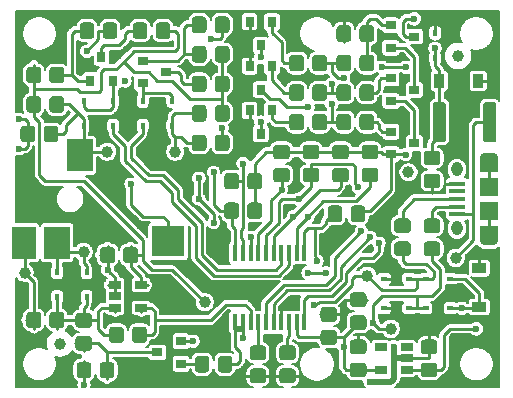
<source format=gbr>
%TF.GenerationSoftware,KiCad,Pcbnew,(5.1.0-0)*%
%TF.CreationDate,2020-07-09T23:17:02+02:00*%
%TF.ProjectId,POxiM-wristcomputer,504f7869-4d2d-4777-9269-7374636f6d70,A*%
%TF.SameCoordinates,Original*%
%TF.FileFunction,Copper,L1,Top*%
%TF.FilePolarity,Positive*%
%FSLAX46Y46*%
G04 Gerber Fmt 4.6, Leading zero omitted, Abs format (unit mm)*
G04 Created by KiCad (PCBNEW (5.1.0-0)) date 2020-07-09 23:17:02*
%MOMM*%
%LPD*%
G04 APERTURE LIST*
%TA.AperFunction,EtchedComponent*%
%ADD10C,0.100000*%
%TD*%
%TA.AperFunction,SMDPad,CuDef*%
%ADD11R,1.350000X0.400000*%
%TD*%
%TA.AperFunction,ComponentPad*%
%ADD12O,0.950000X1.250000*%
%TD*%
%TA.AperFunction,SMDPad,CuDef*%
%ADD13R,1.550000X1.500000*%
%TD*%
%TA.AperFunction,SMDPad,CuDef*%
%ADD14R,1.550000X1.200000*%
%TD*%
%TA.AperFunction,ComponentPad*%
%ADD15O,1.550000X0.890000*%
%TD*%
%TA.AperFunction,SMDPad,CuDef*%
%ADD16R,1.200000X0.900000*%
%TD*%
%TA.AperFunction,SMDPad,CuDef*%
%ADD17R,0.600000X0.450000*%
%TD*%
%TA.AperFunction,SMDPad,CuDef*%
%ADD18R,0.450000X0.600000*%
%TD*%
%TA.AperFunction,SMDPad,CuDef*%
%ADD19R,0.900000X1.200000*%
%TD*%
%TA.AperFunction,ComponentPad*%
%ADD20C,1.000000*%
%TD*%
%TA.AperFunction,BGAPad,CuDef*%
%ADD21C,1.000000*%
%TD*%
%TA.AperFunction,Conductor*%
%ADD22C,0.500000*%
%TD*%
%TA.AperFunction,SMDPad,CuDef*%
%ADD23R,0.900000X0.800000*%
%TD*%
%TA.AperFunction,SMDPad,CuDef*%
%ADD24R,2.200000X2.800000*%
%TD*%
%TA.AperFunction,SMDPad,CuDef*%
%ADD25R,2.800000X2.600000*%
%TD*%
%TA.AperFunction,SMDPad,CuDef*%
%ADD26R,2.000000X2.800000*%
%TD*%
%TA.AperFunction,Conductor*%
%ADD27C,0.100000*%
%TD*%
%TA.AperFunction,SMDPad,CuDef*%
%ADD28C,1.250000*%
%TD*%
%TA.AperFunction,SMDPad,CuDef*%
%ADD29R,1.060000X0.650000*%
%TD*%
%TA.AperFunction,SMDPad,CuDef*%
%ADD30R,0.800000X0.900000*%
%TD*%
%TA.AperFunction,SMDPad,CuDef*%
%ADD31C,1.125000*%
%TD*%
%TA.AperFunction,SMDPad,CuDef*%
%ADD32R,0.450000X1.450000*%
%TD*%
%TA.AperFunction,ViaPad*%
%ADD33C,0.600000*%
%TD*%
%TA.AperFunction,Conductor*%
%ADD34C,0.250000*%
%TD*%
%TA.AperFunction,Conductor*%
%ADD35C,0.500000*%
%TD*%
%TA.AperFunction,Conductor*%
%ADD36C,0.200000*%
%TD*%
G04 APERTURE END LIST*
D10*
%TO.C,NT2*%
G36*
X102250000Y-145000000D02*
G01*
X102250000Y-144000000D01*
X102750000Y-144000000D01*
X102750000Y-145000000D01*
X102250000Y-145000000D01*
G37*
%TO.C,NT1*%
G36*
X102750000Y-145000000D02*
G01*
X102750000Y-146000000D01*
X102250000Y-146000000D01*
X102250000Y-145000000D01*
X102750000Y-145000000D01*
G37*
%TD*%
D11*
%TO.P,J1,5*%
%TO.N,GND*%
X107875000Y-130200000D03*
%TO.P,J1,4*%
%TO.N,Net-(J1-Pad4)*%
X107875000Y-130850000D03*
%TO.P,J1,3*%
%TO.N,/USB interface/Data+*%
X107875000Y-131500000D03*
%TO.P,J1,2*%
%TO.N,/USB interface/Data-*%
X107875000Y-132150000D03*
%TO.P,J1,1*%
%TO.N,/USB interface/5V_input*%
X107875000Y-132800000D03*
D12*
%TO.P,J1,6*%
%TO.N,GND*%
X107850000Y-129000000D03*
X107850000Y-134000000D03*
D13*
X110550000Y-132500000D03*
X110550000Y-130500000D03*
D14*
X110550000Y-128600000D03*
D15*
X110550000Y-128000000D03*
D14*
X110550000Y-134400000D03*
D15*
X110550000Y-135000000D03*
%TD*%
D16*
%TO.P,D40,2*%
%TO.N,GND*%
X109750000Y-137350000D03*
%TO.P,D40,1*%
%TO.N,+3V3*%
X109750000Y-140650000D03*
%TD*%
D17*
%TO.P,D39,2*%
%TO.N,GND*%
X101700000Y-140750000D03*
%TO.P,D39,1*%
%TO.N,/USB interface/DataTX*%
X103800000Y-140750000D03*
%TD*%
%TO.P,D38,2*%
%TO.N,/USB interface/DataTX*%
X105200000Y-140750000D03*
%TO.P,D38,1*%
%TO.N,+3V3*%
X107300000Y-140750000D03*
%TD*%
%TO.P,D37,2*%
%TO.N,GND*%
X101700000Y-138250000D03*
%TO.P,D37,1*%
%TO.N,/Microcontroller/SWIM*%
X103800000Y-138250000D03*
%TD*%
%TO.P,D36,2*%
%TO.N,/Microcontroller/SWIM*%
X105200000Y-138250000D03*
%TO.P,D36,1*%
%TO.N,+3V3*%
X107300000Y-138250000D03*
%TD*%
D18*
%TO.P,D35,2*%
%TO.N,GND*%
X106000000Y-117450000D03*
%TO.P,D35,1*%
%TO.N,+5V*%
X106000000Y-119550000D03*
%TD*%
D19*
%TO.P,D34,2*%
%TO.N,GND*%
X109650000Y-121500000D03*
%TO.P,D34,1*%
%TO.N,+5V*%
X106350000Y-121500000D03*
%TD*%
D18*
%TO.P,D6,2*%
%TO.N,GNDA*%
X74000000Y-137700000D03*
%TO.P,D6,1*%
%TO.N,/Signal conditioning/PhotoDiodeInternal*%
X74000000Y-139800000D03*
%TD*%
%TO.P,D5,2*%
%TO.N,/Signal conditioning/PhotoDiodeInternal*%
X76500000Y-139800000D03*
%TO.P,D5,1*%
%TO.N,GNDA*%
X76500000Y-137700000D03*
%TD*%
%TO.P,D4,2*%
%TO.N,Net-(D2-Pad2)*%
X76250000Y-123200000D03*
%TO.P,D4,1*%
%TO.N,/Signal conditioning/LEDOut.IR*%
X76250000Y-125300000D03*
%TD*%
%TO.P,D3,2*%
%TO.N,Net-(D1-Pad2)*%
X83750000Y-123200000D03*
%TO.P,D3,1*%
%TO.N,/Signal conditioning/LEDOut.Red*%
X83750000Y-125300000D03*
%TD*%
%TO.P,D2,2*%
%TO.N,Net-(D2-Pad2)*%
X78750000Y-123200000D03*
%TO.P,D2,1*%
%TO.N,/Microcontroller/LED.IR*%
X78750000Y-125300000D03*
%TD*%
%TO.P,D1,2*%
%TO.N,Net-(D1-Pad2)*%
X81250000Y-123200000D03*
%TO.P,D1,1*%
%TO.N,/Microcontroller/LED.Red*%
X81250000Y-125300000D03*
%TD*%
D20*
%TO.P,TP9,1*%
%TO.N,+3V3*%
X86500000Y-140250000D03*
%TD*%
%TO.P,TP8,1*%
%TO.N,/Signal conditioning/LEDOut.IR*%
X78250000Y-127500000D03*
%TD*%
%TO.P,TP7,1*%
%TO.N,GNDA*%
X76250000Y-136000000D03*
%TD*%
%TO.P,TP6,1*%
%TO.N,/Signal conditioning/LEDOut.Red*%
X84000000Y-127500000D03*
%TD*%
%TO.P,TP5,1*%
%TO.N,/Signal conditioning/PhotoDiode*%
X71250000Y-137750000D03*
%TD*%
%TO.P,TP4,1*%
%TO.N,GND*%
X103750000Y-129250000D03*
%TD*%
%TO.P,TP3,1*%
%TO.N,/USB interface/DataTX*%
X102250000Y-142500000D03*
%TD*%
%TO.P,TP2,1*%
%TO.N,/Microcontroller/SWIM*%
X100250000Y-138000000D03*
%TD*%
%TO.P,TP1,1*%
%TO.N,/USB interface/5V_input*%
X107750000Y-136500000D03*
%TD*%
D21*
%TO.P,FID4,*%
%TO.N,*%
X107950000Y-119400000D03*
%TD*%
%TO.P,FID3,*%
%TO.N,*%
X74250000Y-143750000D03*
%TD*%
D22*
%TO.N,GNDA*%
%TO.C,NT2*%
X102500000Y-144000000D03*
%TO.N,GND*%
X102500000Y-145000000D03*
%TD*%
D23*
%TO.P,Q8,3*%
%TO.N,Net-(Q8-Pad3)*%
X83250000Y-120750000D03*
%TO.P,Q8,2*%
%TO.N,Net-(D1-Pad2)*%
X81250000Y-121700000D03*
%TO.P,Q8,1*%
%TO.N,Net-(Q8-Pad1)*%
X81250000Y-119800000D03*
%TD*%
D24*
%TO.P,J2,R2*%
%TO.N,GNDA*%
X74000000Y-135200000D03*
%TO.P,J2,R1*%
%TO.N,/Signal conditioning/LEDOut.IR*%
X75900000Y-127800000D03*
D25*
%TO.P,J2,T*%
%TO.N,/Signal conditioning/LEDOut.Red*%
X83400000Y-135100000D03*
D26*
%TO.P,J2,S*%
%TO.N,/Signal conditioning/PhotoDiode*%
X71200000Y-135200000D03*
%TD*%
D22*
%TO.N,GNDREF*%
%TO.C,NT1*%
X102500000Y-146000000D03*
%TO.N,GND*%
X102500000Y-145000000D03*
%TD*%
D27*
%TO.N,/Signal conditioning/LEDOut.IR*%
%TO.C,C12*%
G36*
X73818130Y-125301505D02*
G01*
X73848466Y-125306005D01*
X73878214Y-125313456D01*
X73907089Y-125323788D01*
X73934811Y-125336900D01*
X73961116Y-125352666D01*
X73985748Y-125370934D01*
X74008471Y-125391529D01*
X74029066Y-125414252D01*
X74047334Y-125438884D01*
X74063100Y-125465189D01*
X74076212Y-125492911D01*
X74086544Y-125521786D01*
X74093995Y-125551534D01*
X74098495Y-125581870D01*
X74100000Y-125612500D01*
X74100000Y-126387500D01*
X74098495Y-126418130D01*
X74093995Y-126448466D01*
X74086544Y-126478214D01*
X74076212Y-126507089D01*
X74063100Y-126534811D01*
X74047334Y-126561116D01*
X74029066Y-126585748D01*
X74008471Y-126608471D01*
X73985748Y-126629066D01*
X73961116Y-126647334D01*
X73934811Y-126663100D01*
X73907089Y-126676212D01*
X73878214Y-126686544D01*
X73848466Y-126693995D01*
X73818130Y-126698495D01*
X73787500Y-126700000D01*
X73162500Y-126700000D01*
X73131870Y-126698495D01*
X73101534Y-126693995D01*
X73071786Y-126686544D01*
X73042911Y-126676212D01*
X73015189Y-126663100D01*
X72988884Y-126647334D01*
X72964252Y-126629066D01*
X72941529Y-126608471D01*
X72920934Y-126585748D01*
X72902666Y-126561116D01*
X72886900Y-126534811D01*
X72873788Y-126507089D01*
X72863456Y-126478214D01*
X72856005Y-126448466D01*
X72851505Y-126418130D01*
X72850000Y-126387500D01*
X72850000Y-125612500D01*
X72851505Y-125581870D01*
X72856005Y-125551534D01*
X72863456Y-125521786D01*
X72873788Y-125492911D01*
X72886900Y-125465189D01*
X72902666Y-125438884D01*
X72920934Y-125414252D01*
X72941529Y-125391529D01*
X72964252Y-125370934D01*
X72988884Y-125352666D01*
X73015189Y-125336900D01*
X73042911Y-125323788D01*
X73071786Y-125313456D01*
X73101534Y-125306005D01*
X73131870Y-125301505D01*
X73162500Y-125300000D01*
X73787500Y-125300000D01*
X73818130Y-125301505D01*
X73818130Y-125301505D01*
G37*
D28*
%TD*%
%TO.P,C12,1*%
%TO.N,/Signal conditioning/LEDOut.IR*%
X73475000Y-126000000D03*
D27*
%TO.N,GNDA*%
%TO.C,C12*%
G36*
X71868130Y-125301505D02*
G01*
X71898466Y-125306005D01*
X71928214Y-125313456D01*
X71957089Y-125323788D01*
X71984811Y-125336900D01*
X72011116Y-125352666D01*
X72035748Y-125370934D01*
X72058471Y-125391529D01*
X72079066Y-125414252D01*
X72097334Y-125438884D01*
X72113100Y-125465189D01*
X72126212Y-125492911D01*
X72136544Y-125521786D01*
X72143995Y-125551534D01*
X72148495Y-125581870D01*
X72150000Y-125612500D01*
X72150000Y-126387500D01*
X72148495Y-126418130D01*
X72143995Y-126448466D01*
X72136544Y-126478214D01*
X72126212Y-126507089D01*
X72113100Y-126534811D01*
X72097334Y-126561116D01*
X72079066Y-126585748D01*
X72058471Y-126608471D01*
X72035748Y-126629066D01*
X72011116Y-126647334D01*
X71984811Y-126663100D01*
X71957089Y-126676212D01*
X71928214Y-126686544D01*
X71898466Y-126693995D01*
X71868130Y-126698495D01*
X71837500Y-126700000D01*
X71212500Y-126700000D01*
X71181870Y-126698495D01*
X71151534Y-126693995D01*
X71121786Y-126686544D01*
X71092911Y-126676212D01*
X71065189Y-126663100D01*
X71038884Y-126647334D01*
X71014252Y-126629066D01*
X70991529Y-126608471D01*
X70970934Y-126585748D01*
X70952666Y-126561116D01*
X70936900Y-126534811D01*
X70923788Y-126507089D01*
X70913456Y-126478214D01*
X70906005Y-126448466D01*
X70901505Y-126418130D01*
X70900000Y-126387500D01*
X70900000Y-125612500D01*
X70901505Y-125581870D01*
X70906005Y-125551534D01*
X70913456Y-125521786D01*
X70923788Y-125492911D01*
X70936900Y-125465189D01*
X70952666Y-125438884D01*
X70970934Y-125414252D01*
X70991529Y-125391529D01*
X71014252Y-125370934D01*
X71038884Y-125352666D01*
X71065189Y-125336900D01*
X71092911Y-125323788D01*
X71121786Y-125313456D01*
X71151534Y-125306005D01*
X71181870Y-125301505D01*
X71212500Y-125300000D01*
X71837500Y-125300000D01*
X71868130Y-125301505D01*
X71868130Y-125301505D01*
G37*
D28*
%TD*%
%TO.P,C12,2*%
%TO.N,GNDA*%
X71525000Y-126000000D03*
D29*
%TO.P,U3,5*%
%TO.N,+3V3*%
X101400000Y-145950000D03*
%TO.P,U3,4*%
%TO.N,Net-(U3-Pad4)*%
X101400000Y-144050000D03*
%TO.P,U3,3*%
%TO.N,Net-(U3-Pad3)*%
X103600000Y-144050000D03*
%TO.P,U3,2*%
%TO.N,GND*%
X103600000Y-145000000D03*
%TO.P,U3,1*%
%TO.N,+5V*%
X103600000Y-145950000D03*
%TD*%
D27*
%TO.N,+3V3*%
%TO.C,C9*%
G36*
X97418130Y-142601505D02*
G01*
X97448466Y-142606005D01*
X97478214Y-142613456D01*
X97507089Y-142623788D01*
X97534811Y-142636900D01*
X97561116Y-142652666D01*
X97585748Y-142670934D01*
X97608471Y-142691529D01*
X97629066Y-142714252D01*
X97647334Y-142738884D01*
X97663100Y-142765189D01*
X97676212Y-142792911D01*
X97686544Y-142821786D01*
X97693995Y-142851534D01*
X97698495Y-142881870D01*
X97700000Y-142912500D01*
X97700000Y-143537500D01*
X97698495Y-143568130D01*
X97693995Y-143598466D01*
X97686544Y-143628214D01*
X97676212Y-143657089D01*
X97663100Y-143684811D01*
X97647334Y-143711116D01*
X97629066Y-143735748D01*
X97608471Y-143758471D01*
X97585748Y-143779066D01*
X97561116Y-143797334D01*
X97534811Y-143813100D01*
X97507089Y-143826212D01*
X97478214Y-143836544D01*
X97448466Y-143843995D01*
X97418130Y-143848495D01*
X97387500Y-143850000D01*
X96612500Y-143850000D01*
X96581870Y-143848495D01*
X96551534Y-143843995D01*
X96521786Y-143836544D01*
X96492911Y-143826212D01*
X96465189Y-143813100D01*
X96438884Y-143797334D01*
X96414252Y-143779066D01*
X96391529Y-143758471D01*
X96370934Y-143735748D01*
X96352666Y-143711116D01*
X96336900Y-143684811D01*
X96323788Y-143657089D01*
X96313456Y-143628214D01*
X96306005Y-143598466D01*
X96301505Y-143568130D01*
X96300000Y-143537500D01*
X96300000Y-142912500D01*
X96301505Y-142881870D01*
X96306005Y-142851534D01*
X96313456Y-142821786D01*
X96323788Y-142792911D01*
X96336900Y-142765189D01*
X96352666Y-142738884D01*
X96370934Y-142714252D01*
X96391529Y-142691529D01*
X96414252Y-142670934D01*
X96438884Y-142652666D01*
X96465189Y-142636900D01*
X96492911Y-142623788D01*
X96521786Y-142613456D01*
X96551534Y-142606005D01*
X96581870Y-142601505D01*
X96612500Y-142600000D01*
X97387500Y-142600000D01*
X97418130Y-142601505D01*
X97418130Y-142601505D01*
G37*
D28*
%TD*%
%TO.P,C9,1*%
%TO.N,+3V3*%
X97000000Y-143225000D03*
D27*
%TO.N,GND*%
%TO.C,C9*%
G36*
X97418130Y-140651505D02*
G01*
X97448466Y-140656005D01*
X97478214Y-140663456D01*
X97507089Y-140673788D01*
X97534811Y-140686900D01*
X97561116Y-140702666D01*
X97585748Y-140720934D01*
X97608471Y-140741529D01*
X97629066Y-140764252D01*
X97647334Y-140788884D01*
X97663100Y-140815189D01*
X97676212Y-140842911D01*
X97686544Y-140871786D01*
X97693995Y-140901534D01*
X97698495Y-140931870D01*
X97700000Y-140962500D01*
X97700000Y-141587500D01*
X97698495Y-141618130D01*
X97693995Y-141648466D01*
X97686544Y-141678214D01*
X97676212Y-141707089D01*
X97663100Y-141734811D01*
X97647334Y-141761116D01*
X97629066Y-141785748D01*
X97608471Y-141808471D01*
X97585748Y-141829066D01*
X97561116Y-141847334D01*
X97534811Y-141863100D01*
X97507089Y-141876212D01*
X97478214Y-141886544D01*
X97448466Y-141893995D01*
X97418130Y-141898495D01*
X97387500Y-141900000D01*
X96612500Y-141900000D01*
X96581870Y-141898495D01*
X96551534Y-141893995D01*
X96521786Y-141886544D01*
X96492911Y-141876212D01*
X96465189Y-141863100D01*
X96438884Y-141847334D01*
X96414252Y-141829066D01*
X96391529Y-141808471D01*
X96370934Y-141785748D01*
X96352666Y-141761116D01*
X96336900Y-141734811D01*
X96323788Y-141707089D01*
X96313456Y-141678214D01*
X96306005Y-141648466D01*
X96301505Y-141618130D01*
X96300000Y-141587500D01*
X96300000Y-140962500D01*
X96301505Y-140931870D01*
X96306005Y-140901534D01*
X96313456Y-140871786D01*
X96323788Y-140842911D01*
X96336900Y-140815189D01*
X96352666Y-140788884D01*
X96370934Y-140764252D01*
X96391529Y-140741529D01*
X96414252Y-140720934D01*
X96438884Y-140702666D01*
X96465189Y-140686900D01*
X96492911Y-140673788D01*
X96521786Y-140663456D01*
X96551534Y-140656005D01*
X96581870Y-140651505D01*
X96612500Y-140650000D01*
X97387500Y-140650000D01*
X97418130Y-140651505D01*
X97418130Y-140651505D01*
G37*
D28*
%TD*%
%TO.P,C9,2*%
%TO.N,GND*%
X97000000Y-141275000D03*
D27*
%TO.N,+3V3*%
%TO.C,C1*%
G36*
X80568130Y-135551505D02*
G01*
X80598466Y-135556005D01*
X80628214Y-135563456D01*
X80657089Y-135573788D01*
X80684811Y-135586900D01*
X80711116Y-135602666D01*
X80735748Y-135620934D01*
X80758471Y-135641529D01*
X80779066Y-135664252D01*
X80797334Y-135688884D01*
X80813100Y-135715189D01*
X80826212Y-135742911D01*
X80836544Y-135771786D01*
X80843995Y-135801534D01*
X80848495Y-135831870D01*
X80850000Y-135862500D01*
X80850000Y-136637500D01*
X80848495Y-136668130D01*
X80843995Y-136698466D01*
X80836544Y-136728214D01*
X80826212Y-136757089D01*
X80813100Y-136784811D01*
X80797334Y-136811116D01*
X80779066Y-136835748D01*
X80758471Y-136858471D01*
X80735748Y-136879066D01*
X80711116Y-136897334D01*
X80684811Y-136913100D01*
X80657089Y-136926212D01*
X80628214Y-136936544D01*
X80598466Y-136943995D01*
X80568130Y-136948495D01*
X80537500Y-136950000D01*
X79912500Y-136950000D01*
X79881870Y-136948495D01*
X79851534Y-136943995D01*
X79821786Y-136936544D01*
X79792911Y-136926212D01*
X79765189Y-136913100D01*
X79738884Y-136897334D01*
X79714252Y-136879066D01*
X79691529Y-136858471D01*
X79670934Y-136835748D01*
X79652666Y-136811116D01*
X79636900Y-136784811D01*
X79623788Y-136757089D01*
X79613456Y-136728214D01*
X79606005Y-136698466D01*
X79601505Y-136668130D01*
X79600000Y-136637500D01*
X79600000Y-135862500D01*
X79601505Y-135831870D01*
X79606005Y-135801534D01*
X79613456Y-135771786D01*
X79623788Y-135742911D01*
X79636900Y-135715189D01*
X79652666Y-135688884D01*
X79670934Y-135664252D01*
X79691529Y-135641529D01*
X79714252Y-135620934D01*
X79738884Y-135602666D01*
X79765189Y-135586900D01*
X79792911Y-135573788D01*
X79821786Y-135563456D01*
X79851534Y-135556005D01*
X79881870Y-135551505D01*
X79912500Y-135550000D01*
X80537500Y-135550000D01*
X80568130Y-135551505D01*
X80568130Y-135551505D01*
G37*
D28*
%TD*%
%TO.P,C1,1*%
%TO.N,+3V3*%
X80225000Y-136250000D03*
D27*
%TO.N,GNDREF*%
%TO.C,C1*%
G36*
X78618130Y-135551505D02*
G01*
X78648466Y-135556005D01*
X78678214Y-135563456D01*
X78707089Y-135573788D01*
X78734811Y-135586900D01*
X78761116Y-135602666D01*
X78785748Y-135620934D01*
X78808471Y-135641529D01*
X78829066Y-135664252D01*
X78847334Y-135688884D01*
X78863100Y-135715189D01*
X78876212Y-135742911D01*
X78886544Y-135771786D01*
X78893995Y-135801534D01*
X78898495Y-135831870D01*
X78900000Y-135862500D01*
X78900000Y-136637500D01*
X78898495Y-136668130D01*
X78893995Y-136698466D01*
X78886544Y-136728214D01*
X78876212Y-136757089D01*
X78863100Y-136784811D01*
X78847334Y-136811116D01*
X78829066Y-136835748D01*
X78808471Y-136858471D01*
X78785748Y-136879066D01*
X78761116Y-136897334D01*
X78734811Y-136913100D01*
X78707089Y-136926212D01*
X78678214Y-136936544D01*
X78648466Y-136943995D01*
X78618130Y-136948495D01*
X78587500Y-136950000D01*
X77962500Y-136950000D01*
X77931870Y-136948495D01*
X77901534Y-136943995D01*
X77871786Y-136936544D01*
X77842911Y-136926212D01*
X77815189Y-136913100D01*
X77788884Y-136897334D01*
X77764252Y-136879066D01*
X77741529Y-136858471D01*
X77720934Y-136835748D01*
X77702666Y-136811116D01*
X77686900Y-136784811D01*
X77673788Y-136757089D01*
X77663456Y-136728214D01*
X77656005Y-136698466D01*
X77651505Y-136668130D01*
X77650000Y-136637500D01*
X77650000Y-135862500D01*
X77651505Y-135831870D01*
X77656005Y-135801534D01*
X77663456Y-135771786D01*
X77673788Y-135742911D01*
X77686900Y-135715189D01*
X77702666Y-135688884D01*
X77720934Y-135664252D01*
X77741529Y-135641529D01*
X77764252Y-135620934D01*
X77788884Y-135602666D01*
X77815189Y-135586900D01*
X77842911Y-135573788D01*
X77871786Y-135563456D01*
X77901534Y-135556005D01*
X77931870Y-135551505D01*
X77962500Y-135550000D01*
X78587500Y-135550000D01*
X78618130Y-135551505D01*
X78618130Y-135551505D01*
G37*
D28*
%TD*%
%TO.P,C1,2*%
%TO.N,GNDREF*%
X78275000Y-136250000D03*
D27*
%TO.N,+5V*%
%TO.C,C11*%
G36*
X106168130Y-127401505D02*
G01*
X106198466Y-127406005D01*
X106228214Y-127413456D01*
X106257089Y-127423788D01*
X106284811Y-127436900D01*
X106311116Y-127452666D01*
X106335748Y-127470934D01*
X106358471Y-127491529D01*
X106379066Y-127514252D01*
X106397334Y-127538884D01*
X106413100Y-127565189D01*
X106426212Y-127592911D01*
X106436544Y-127621786D01*
X106443995Y-127651534D01*
X106448495Y-127681870D01*
X106450000Y-127712500D01*
X106450000Y-128337500D01*
X106448495Y-128368130D01*
X106443995Y-128398466D01*
X106436544Y-128428214D01*
X106426212Y-128457089D01*
X106413100Y-128484811D01*
X106397334Y-128511116D01*
X106379066Y-128535748D01*
X106358471Y-128558471D01*
X106335748Y-128579066D01*
X106311116Y-128597334D01*
X106284811Y-128613100D01*
X106257089Y-128626212D01*
X106228214Y-128636544D01*
X106198466Y-128643995D01*
X106168130Y-128648495D01*
X106137500Y-128650000D01*
X105362500Y-128650000D01*
X105331870Y-128648495D01*
X105301534Y-128643995D01*
X105271786Y-128636544D01*
X105242911Y-128626212D01*
X105215189Y-128613100D01*
X105188884Y-128597334D01*
X105164252Y-128579066D01*
X105141529Y-128558471D01*
X105120934Y-128535748D01*
X105102666Y-128511116D01*
X105086900Y-128484811D01*
X105073788Y-128457089D01*
X105063456Y-128428214D01*
X105056005Y-128398466D01*
X105051505Y-128368130D01*
X105050000Y-128337500D01*
X105050000Y-127712500D01*
X105051505Y-127681870D01*
X105056005Y-127651534D01*
X105063456Y-127621786D01*
X105073788Y-127592911D01*
X105086900Y-127565189D01*
X105102666Y-127538884D01*
X105120934Y-127514252D01*
X105141529Y-127491529D01*
X105164252Y-127470934D01*
X105188884Y-127452666D01*
X105215189Y-127436900D01*
X105242911Y-127423788D01*
X105271786Y-127413456D01*
X105301534Y-127406005D01*
X105331870Y-127401505D01*
X105362500Y-127400000D01*
X106137500Y-127400000D01*
X106168130Y-127401505D01*
X106168130Y-127401505D01*
G37*
D28*
%TD*%
%TO.P,C11,1*%
%TO.N,+5V*%
X105750000Y-128025000D03*
D27*
%TO.N,GND*%
%TO.C,C11*%
G36*
X106168130Y-129351505D02*
G01*
X106198466Y-129356005D01*
X106228214Y-129363456D01*
X106257089Y-129373788D01*
X106284811Y-129386900D01*
X106311116Y-129402666D01*
X106335748Y-129420934D01*
X106358471Y-129441529D01*
X106379066Y-129464252D01*
X106397334Y-129488884D01*
X106413100Y-129515189D01*
X106426212Y-129542911D01*
X106436544Y-129571786D01*
X106443995Y-129601534D01*
X106448495Y-129631870D01*
X106450000Y-129662500D01*
X106450000Y-130287500D01*
X106448495Y-130318130D01*
X106443995Y-130348466D01*
X106436544Y-130378214D01*
X106426212Y-130407089D01*
X106413100Y-130434811D01*
X106397334Y-130461116D01*
X106379066Y-130485748D01*
X106358471Y-130508471D01*
X106335748Y-130529066D01*
X106311116Y-130547334D01*
X106284811Y-130563100D01*
X106257089Y-130576212D01*
X106228214Y-130586544D01*
X106198466Y-130593995D01*
X106168130Y-130598495D01*
X106137500Y-130600000D01*
X105362500Y-130600000D01*
X105331870Y-130598495D01*
X105301534Y-130593995D01*
X105271786Y-130586544D01*
X105242911Y-130576212D01*
X105215189Y-130563100D01*
X105188884Y-130547334D01*
X105164252Y-130529066D01*
X105141529Y-130508471D01*
X105120934Y-130485748D01*
X105102666Y-130461116D01*
X105086900Y-130434811D01*
X105073788Y-130407089D01*
X105063456Y-130378214D01*
X105056005Y-130348466D01*
X105051505Y-130318130D01*
X105050000Y-130287500D01*
X105050000Y-129662500D01*
X105051505Y-129631870D01*
X105056005Y-129601534D01*
X105063456Y-129571786D01*
X105073788Y-129542911D01*
X105086900Y-129515189D01*
X105102666Y-129488884D01*
X105120934Y-129464252D01*
X105141529Y-129441529D01*
X105164252Y-129420934D01*
X105188884Y-129402666D01*
X105215189Y-129386900D01*
X105242911Y-129373788D01*
X105271786Y-129363456D01*
X105301534Y-129356005D01*
X105331870Y-129351505D01*
X105362500Y-129350000D01*
X106137500Y-129350000D01*
X106168130Y-129351505D01*
X106168130Y-129351505D01*
G37*
D28*
%TD*%
%TO.P,C11,2*%
%TO.N,GND*%
X105750000Y-129975000D03*
D27*
%TO.N,/Signal conditioning/LEDOut.Red*%
%TO.C,C6*%
G36*
X86368130Y-126051505D02*
G01*
X86398466Y-126056005D01*
X86428214Y-126063456D01*
X86457089Y-126073788D01*
X86484811Y-126086900D01*
X86511116Y-126102666D01*
X86535748Y-126120934D01*
X86558471Y-126141529D01*
X86579066Y-126164252D01*
X86597334Y-126188884D01*
X86613100Y-126215189D01*
X86626212Y-126242911D01*
X86636544Y-126271786D01*
X86643995Y-126301534D01*
X86648495Y-126331870D01*
X86650000Y-126362500D01*
X86650000Y-127137500D01*
X86648495Y-127168130D01*
X86643995Y-127198466D01*
X86636544Y-127228214D01*
X86626212Y-127257089D01*
X86613100Y-127284811D01*
X86597334Y-127311116D01*
X86579066Y-127335748D01*
X86558471Y-127358471D01*
X86535748Y-127379066D01*
X86511116Y-127397334D01*
X86484811Y-127413100D01*
X86457089Y-127426212D01*
X86428214Y-127436544D01*
X86398466Y-127443995D01*
X86368130Y-127448495D01*
X86337500Y-127450000D01*
X85712500Y-127450000D01*
X85681870Y-127448495D01*
X85651534Y-127443995D01*
X85621786Y-127436544D01*
X85592911Y-127426212D01*
X85565189Y-127413100D01*
X85538884Y-127397334D01*
X85514252Y-127379066D01*
X85491529Y-127358471D01*
X85470934Y-127335748D01*
X85452666Y-127311116D01*
X85436900Y-127284811D01*
X85423788Y-127257089D01*
X85413456Y-127228214D01*
X85406005Y-127198466D01*
X85401505Y-127168130D01*
X85400000Y-127137500D01*
X85400000Y-126362500D01*
X85401505Y-126331870D01*
X85406005Y-126301534D01*
X85413456Y-126271786D01*
X85423788Y-126242911D01*
X85436900Y-126215189D01*
X85452666Y-126188884D01*
X85470934Y-126164252D01*
X85491529Y-126141529D01*
X85514252Y-126120934D01*
X85538884Y-126102666D01*
X85565189Y-126086900D01*
X85592911Y-126073788D01*
X85621786Y-126063456D01*
X85651534Y-126056005D01*
X85681870Y-126051505D01*
X85712500Y-126050000D01*
X86337500Y-126050000D01*
X86368130Y-126051505D01*
X86368130Y-126051505D01*
G37*
D28*
%TD*%
%TO.P,C6,1*%
%TO.N,/Signal conditioning/LEDOut.Red*%
X86025000Y-126750000D03*
D27*
%TO.N,GNDA*%
%TO.C,C6*%
G36*
X88318130Y-126051505D02*
G01*
X88348466Y-126056005D01*
X88378214Y-126063456D01*
X88407089Y-126073788D01*
X88434811Y-126086900D01*
X88461116Y-126102666D01*
X88485748Y-126120934D01*
X88508471Y-126141529D01*
X88529066Y-126164252D01*
X88547334Y-126188884D01*
X88563100Y-126215189D01*
X88576212Y-126242911D01*
X88586544Y-126271786D01*
X88593995Y-126301534D01*
X88598495Y-126331870D01*
X88600000Y-126362500D01*
X88600000Y-127137500D01*
X88598495Y-127168130D01*
X88593995Y-127198466D01*
X88586544Y-127228214D01*
X88576212Y-127257089D01*
X88563100Y-127284811D01*
X88547334Y-127311116D01*
X88529066Y-127335748D01*
X88508471Y-127358471D01*
X88485748Y-127379066D01*
X88461116Y-127397334D01*
X88434811Y-127413100D01*
X88407089Y-127426212D01*
X88378214Y-127436544D01*
X88348466Y-127443995D01*
X88318130Y-127448495D01*
X88287500Y-127450000D01*
X87662500Y-127450000D01*
X87631870Y-127448495D01*
X87601534Y-127443995D01*
X87571786Y-127436544D01*
X87542911Y-127426212D01*
X87515189Y-127413100D01*
X87488884Y-127397334D01*
X87464252Y-127379066D01*
X87441529Y-127358471D01*
X87420934Y-127335748D01*
X87402666Y-127311116D01*
X87386900Y-127284811D01*
X87373788Y-127257089D01*
X87363456Y-127228214D01*
X87356005Y-127198466D01*
X87351505Y-127168130D01*
X87350000Y-127137500D01*
X87350000Y-126362500D01*
X87351505Y-126331870D01*
X87356005Y-126301534D01*
X87363456Y-126271786D01*
X87373788Y-126242911D01*
X87386900Y-126215189D01*
X87402666Y-126188884D01*
X87420934Y-126164252D01*
X87441529Y-126141529D01*
X87464252Y-126120934D01*
X87488884Y-126102666D01*
X87515189Y-126086900D01*
X87542911Y-126073788D01*
X87571786Y-126063456D01*
X87601534Y-126056005D01*
X87631870Y-126051505D01*
X87662500Y-126050000D01*
X88287500Y-126050000D01*
X88318130Y-126051505D01*
X88318130Y-126051505D01*
G37*
D28*
%TD*%
%TO.P,C6,2*%
%TO.N,GNDA*%
X87975000Y-126750000D03*
D27*
%TO.N,/Microcontroller/VCAP*%
%TO.C,C10*%
G36*
X93918130Y-143901505D02*
G01*
X93948466Y-143906005D01*
X93978214Y-143913456D01*
X94007089Y-143923788D01*
X94034811Y-143936900D01*
X94061116Y-143952666D01*
X94085748Y-143970934D01*
X94108471Y-143991529D01*
X94129066Y-144014252D01*
X94147334Y-144038884D01*
X94163100Y-144065189D01*
X94176212Y-144092911D01*
X94186544Y-144121786D01*
X94193995Y-144151534D01*
X94198495Y-144181870D01*
X94200000Y-144212500D01*
X94200000Y-144837500D01*
X94198495Y-144868130D01*
X94193995Y-144898466D01*
X94186544Y-144928214D01*
X94176212Y-144957089D01*
X94163100Y-144984811D01*
X94147334Y-145011116D01*
X94129066Y-145035748D01*
X94108471Y-145058471D01*
X94085748Y-145079066D01*
X94061116Y-145097334D01*
X94034811Y-145113100D01*
X94007089Y-145126212D01*
X93978214Y-145136544D01*
X93948466Y-145143995D01*
X93918130Y-145148495D01*
X93887500Y-145150000D01*
X93112500Y-145150000D01*
X93081870Y-145148495D01*
X93051534Y-145143995D01*
X93021786Y-145136544D01*
X92992911Y-145126212D01*
X92965189Y-145113100D01*
X92938884Y-145097334D01*
X92914252Y-145079066D01*
X92891529Y-145058471D01*
X92870934Y-145035748D01*
X92852666Y-145011116D01*
X92836900Y-144984811D01*
X92823788Y-144957089D01*
X92813456Y-144928214D01*
X92806005Y-144898466D01*
X92801505Y-144868130D01*
X92800000Y-144837500D01*
X92800000Y-144212500D01*
X92801505Y-144181870D01*
X92806005Y-144151534D01*
X92813456Y-144121786D01*
X92823788Y-144092911D01*
X92836900Y-144065189D01*
X92852666Y-144038884D01*
X92870934Y-144014252D01*
X92891529Y-143991529D01*
X92914252Y-143970934D01*
X92938884Y-143952666D01*
X92965189Y-143936900D01*
X92992911Y-143923788D01*
X93021786Y-143913456D01*
X93051534Y-143906005D01*
X93081870Y-143901505D01*
X93112500Y-143900000D01*
X93887500Y-143900000D01*
X93918130Y-143901505D01*
X93918130Y-143901505D01*
G37*
D28*
%TD*%
%TO.P,C10,1*%
%TO.N,/Microcontroller/VCAP*%
X93500000Y-144525000D03*
D27*
%TO.N,GND*%
%TO.C,C10*%
G36*
X93918130Y-145851505D02*
G01*
X93948466Y-145856005D01*
X93978214Y-145863456D01*
X94007089Y-145873788D01*
X94034811Y-145886900D01*
X94061116Y-145902666D01*
X94085748Y-145920934D01*
X94108471Y-145941529D01*
X94129066Y-145964252D01*
X94147334Y-145988884D01*
X94163100Y-146015189D01*
X94176212Y-146042911D01*
X94186544Y-146071786D01*
X94193995Y-146101534D01*
X94198495Y-146131870D01*
X94200000Y-146162500D01*
X94200000Y-146787500D01*
X94198495Y-146818130D01*
X94193995Y-146848466D01*
X94186544Y-146878214D01*
X94176212Y-146907089D01*
X94163100Y-146934811D01*
X94147334Y-146961116D01*
X94129066Y-146985748D01*
X94108471Y-147008471D01*
X94085748Y-147029066D01*
X94061116Y-147047334D01*
X94034811Y-147063100D01*
X94007089Y-147076212D01*
X93978214Y-147086544D01*
X93948466Y-147093995D01*
X93918130Y-147098495D01*
X93887500Y-147100000D01*
X93112500Y-147100000D01*
X93081870Y-147098495D01*
X93051534Y-147093995D01*
X93021786Y-147086544D01*
X92992911Y-147076212D01*
X92965189Y-147063100D01*
X92938884Y-147047334D01*
X92914252Y-147029066D01*
X92891529Y-147008471D01*
X92870934Y-146985748D01*
X92852666Y-146961116D01*
X92836900Y-146934811D01*
X92823788Y-146907089D01*
X92813456Y-146878214D01*
X92806005Y-146848466D01*
X92801505Y-146818130D01*
X92800000Y-146787500D01*
X92800000Y-146162500D01*
X92801505Y-146131870D01*
X92806005Y-146101534D01*
X92813456Y-146071786D01*
X92823788Y-146042911D01*
X92836900Y-146015189D01*
X92852666Y-145988884D01*
X92870934Y-145964252D01*
X92891529Y-145941529D01*
X92914252Y-145920934D01*
X92938884Y-145902666D01*
X92965189Y-145886900D01*
X92992911Y-145873788D01*
X93021786Y-145863456D01*
X93051534Y-145856005D01*
X93081870Y-145851505D01*
X93112500Y-145850000D01*
X93887500Y-145850000D01*
X93918130Y-145851505D01*
X93918130Y-145851505D01*
G37*
D28*
%TD*%
%TO.P,C10,2*%
%TO.N,GND*%
X93500000Y-146475000D03*
D27*
%TO.N,+3V3*%
%TO.C,C8*%
G36*
X99918130Y-141351505D02*
G01*
X99948466Y-141356005D01*
X99978214Y-141363456D01*
X100007089Y-141373788D01*
X100034811Y-141386900D01*
X100061116Y-141402666D01*
X100085748Y-141420934D01*
X100108471Y-141441529D01*
X100129066Y-141464252D01*
X100147334Y-141488884D01*
X100163100Y-141515189D01*
X100176212Y-141542911D01*
X100186544Y-141571786D01*
X100193995Y-141601534D01*
X100198495Y-141631870D01*
X100200000Y-141662500D01*
X100200000Y-142287500D01*
X100198495Y-142318130D01*
X100193995Y-142348466D01*
X100186544Y-142378214D01*
X100176212Y-142407089D01*
X100163100Y-142434811D01*
X100147334Y-142461116D01*
X100129066Y-142485748D01*
X100108471Y-142508471D01*
X100085748Y-142529066D01*
X100061116Y-142547334D01*
X100034811Y-142563100D01*
X100007089Y-142576212D01*
X99978214Y-142586544D01*
X99948466Y-142593995D01*
X99918130Y-142598495D01*
X99887500Y-142600000D01*
X99112500Y-142600000D01*
X99081870Y-142598495D01*
X99051534Y-142593995D01*
X99021786Y-142586544D01*
X98992911Y-142576212D01*
X98965189Y-142563100D01*
X98938884Y-142547334D01*
X98914252Y-142529066D01*
X98891529Y-142508471D01*
X98870934Y-142485748D01*
X98852666Y-142461116D01*
X98836900Y-142434811D01*
X98823788Y-142407089D01*
X98813456Y-142378214D01*
X98806005Y-142348466D01*
X98801505Y-142318130D01*
X98800000Y-142287500D01*
X98800000Y-141662500D01*
X98801505Y-141631870D01*
X98806005Y-141601534D01*
X98813456Y-141571786D01*
X98823788Y-141542911D01*
X98836900Y-141515189D01*
X98852666Y-141488884D01*
X98870934Y-141464252D01*
X98891529Y-141441529D01*
X98914252Y-141420934D01*
X98938884Y-141402666D01*
X98965189Y-141386900D01*
X98992911Y-141373788D01*
X99021786Y-141363456D01*
X99051534Y-141356005D01*
X99081870Y-141351505D01*
X99112500Y-141350000D01*
X99887500Y-141350000D01*
X99918130Y-141351505D01*
X99918130Y-141351505D01*
G37*
D28*
%TD*%
%TO.P,C8,1*%
%TO.N,+3V3*%
X99500000Y-141975000D03*
D27*
%TO.N,GND*%
%TO.C,C8*%
G36*
X99918130Y-139401505D02*
G01*
X99948466Y-139406005D01*
X99978214Y-139413456D01*
X100007089Y-139423788D01*
X100034811Y-139436900D01*
X100061116Y-139452666D01*
X100085748Y-139470934D01*
X100108471Y-139491529D01*
X100129066Y-139514252D01*
X100147334Y-139538884D01*
X100163100Y-139565189D01*
X100176212Y-139592911D01*
X100186544Y-139621786D01*
X100193995Y-139651534D01*
X100198495Y-139681870D01*
X100200000Y-139712500D01*
X100200000Y-140337500D01*
X100198495Y-140368130D01*
X100193995Y-140398466D01*
X100186544Y-140428214D01*
X100176212Y-140457089D01*
X100163100Y-140484811D01*
X100147334Y-140511116D01*
X100129066Y-140535748D01*
X100108471Y-140558471D01*
X100085748Y-140579066D01*
X100061116Y-140597334D01*
X100034811Y-140613100D01*
X100007089Y-140626212D01*
X99978214Y-140636544D01*
X99948466Y-140643995D01*
X99918130Y-140648495D01*
X99887500Y-140650000D01*
X99112500Y-140650000D01*
X99081870Y-140648495D01*
X99051534Y-140643995D01*
X99021786Y-140636544D01*
X98992911Y-140626212D01*
X98965189Y-140613100D01*
X98938884Y-140597334D01*
X98914252Y-140579066D01*
X98891529Y-140558471D01*
X98870934Y-140535748D01*
X98852666Y-140511116D01*
X98836900Y-140484811D01*
X98823788Y-140457089D01*
X98813456Y-140428214D01*
X98806005Y-140398466D01*
X98801505Y-140368130D01*
X98800000Y-140337500D01*
X98800000Y-139712500D01*
X98801505Y-139681870D01*
X98806005Y-139651534D01*
X98813456Y-139621786D01*
X98823788Y-139592911D01*
X98836900Y-139565189D01*
X98852666Y-139538884D01*
X98870934Y-139514252D01*
X98891529Y-139491529D01*
X98914252Y-139470934D01*
X98938884Y-139452666D01*
X98965189Y-139436900D01*
X98992911Y-139423788D01*
X99021786Y-139413456D01*
X99051534Y-139406005D01*
X99081870Y-139401505D01*
X99112500Y-139400000D01*
X99887500Y-139400000D01*
X99918130Y-139401505D01*
X99918130Y-139401505D01*
G37*
D28*
%TD*%
%TO.P,C8,2*%
%TO.N,GND*%
X99500000Y-140025000D03*
D27*
%TO.N,/Microcontroller/NRST*%
%TO.C,C7*%
G36*
X91418130Y-143901505D02*
G01*
X91448466Y-143906005D01*
X91478214Y-143913456D01*
X91507089Y-143923788D01*
X91534811Y-143936900D01*
X91561116Y-143952666D01*
X91585748Y-143970934D01*
X91608471Y-143991529D01*
X91629066Y-144014252D01*
X91647334Y-144038884D01*
X91663100Y-144065189D01*
X91676212Y-144092911D01*
X91686544Y-144121786D01*
X91693995Y-144151534D01*
X91698495Y-144181870D01*
X91700000Y-144212500D01*
X91700000Y-144837500D01*
X91698495Y-144868130D01*
X91693995Y-144898466D01*
X91686544Y-144928214D01*
X91676212Y-144957089D01*
X91663100Y-144984811D01*
X91647334Y-145011116D01*
X91629066Y-145035748D01*
X91608471Y-145058471D01*
X91585748Y-145079066D01*
X91561116Y-145097334D01*
X91534811Y-145113100D01*
X91507089Y-145126212D01*
X91478214Y-145136544D01*
X91448466Y-145143995D01*
X91418130Y-145148495D01*
X91387500Y-145150000D01*
X90612500Y-145150000D01*
X90581870Y-145148495D01*
X90551534Y-145143995D01*
X90521786Y-145136544D01*
X90492911Y-145126212D01*
X90465189Y-145113100D01*
X90438884Y-145097334D01*
X90414252Y-145079066D01*
X90391529Y-145058471D01*
X90370934Y-145035748D01*
X90352666Y-145011116D01*
X90336900Y-144984811D01*
X90323788Y-144957089D01*
X90313456Y-144928214D01*
X90306005Y-144898466D01*
X90301505Y-144868130D01*
X90300000Y-144837500D01*
X90300000Y-144212500D01*
X90301505Y-144181870D01*
X90306005Y-144151534D01*
X90313456Y-144121786D01*
X90323788Y-144092911D01*
X90336900Y-144065189D01*
X90352666Y-144038884D01*
X90370934Y-144014252D01*
X90391529Y-143991529D01*
X90414252Y-143970934D01*
X90438884Y-143952666D01*
X90465189Y-143936900D01*
X90492911Y-143923788D01*
X90521786Y-143913456D01*
X90551534Y-143906005D01*
X90581870Y-143901505D01*
X90612500Y-143900000D01*
X91387500Y-143900000D01*
X91418130Y-143901505D01*
X91418130Y-143901505D01*
G37*
D28*
%TD*%
%TO.P,C7,1*%
%TO.N,/Microcontroller/NRST*%
X91000000Y-144525000D03*
D27*
%TO.N,GND*%
%TO.C,C7*%
G36*
X91418130Y-145851505D02*
G01*
X91448466Y-145856005D01*
X91478214Y-145863456D01*
X91507089Y-145873788D01*
X91534811Y-145886900D01*
X91561116Y-145902666D01*
X91585748Y-145920934D01*
X91608471Y-145941529D01*
X91629066Y-145964252D01*
X91647334Y-145988884D01*
X91663100Y-146015189D01*
X91676212Y-146042911D01*
X91686544Y-146071786D01*
X91693995Y-146101534D01*
X91698495Y-146131870D01*
X91700000Y-146162500D01*
X91700000Y-146787500D01*
X91698495Y-146818130D01*
X91693995Y-146848466D01*
X91686544Y-146878214D01*
X91676212Y-146907089D01*
X91663100Y-146934811D01*
X91647334Y-146961116D01*
X91629066Y-146985748D01*
X91608471Y-147008471D01*
X91585748Y-147029066D01*
X91561116Y-147047334D01*
X91534811Y-147063100D01*
X91507089Y-147076212D01*
X91478214Y-147086544D01*
X91448466Y-147093995D01*
X91418130Y-147098495D01*
X91387500Y-147100000D01*
X90612500Y-147100000D01*
X90581870Y-147098495D01*
X90551534Y-147093995D01*
X90521786Y-147086544D01*
X90492911Y-147076212D01*
X90465189Y-147063100D01*
X90438884Y-147047334D01*
X90414252Y-147029066D01*
X90391529Y-147008471D01*
X90370934Y-146985748D01*
X90352666Y-146961116D01*
X90336900Y-146934811D01*
X90323788Y-146907089D01*
X90313456Y-146878214D01*
X90306005Y-146848466D01*
X90301505Y-146818130D01*
X90300000Y-146787500D01*
X90300000Y-146162500D01*
X90301505Y-146131870D01*
X90306005Y-146101534D01*
X90313456Y-146071786D01*
X90323788Y-146042911D01*
X90336900Y-146015189D01*
X90352666Y-145988884D01*
X90370934Y-145964252D01*
X90391529Y-145941529D01*
X90414252Y-145920934D01*
X90438884Y-145902666D01*
X90465189Y-145886900D01*
X90492911Y-145873788D01*
X90521786Y-145863456D01*
X90551534Y-145856005D01*
X90581870Y-145851505D01*
X90612500Y-145850000D01*
X91387500Y-145850000D01*
X91418130Y-145851505D01*
X91418130Y-145851505D01*
G37*
D28*
%TD*%
%TO.P,C7,2*%
%TO.N,GND*%
X91000000Y-146475000D03*
D27*
%TO.N,+3V3*%
%TO.C,C5*%
G36*
X99918130Y-145351505D02*
G01*
X99948466Y-145356005D01*
X99978214Y-145363456D01*
X100007089Y-145373788D01*
X100034811Y-145386900D01*
X100061116Y-145402666D01*
X100085748Y-145420934D01*
X100108471Y-145441529D01*
X100129066Y-145464252D01*
X100147334Y-145488884D01*
X100163100Y-145515189D01*
X100176212Y-145542911D01*
X100186544Y-145571786D01*
X100193995Y-145601534D01*
X100198495Y-145631870D01*
X100200000Y-145662500D01*
X100200000Y-146287500D01*
X100198495Y-146318130D01*
X100193995Y-146348466D01*
X100186544Y-146378214D01*
X100176212Y-146407089D01*
X100163100Y-146434811D01*
X100147334Y-146461116D01*
X100129066Y-146485748D01*
X100108471Y-146508471D01*
X100085748Y-146529066D01*
X100061116Y-146547334D01*
X100034811Y-146563100D01*
X100007089Y-146576212D01*
X99978214Y-146586544D01*
X99948466Y-146593995D01*
X99918130Y-146598495D01*
X99887500Y-146600000D01*
X99112500Y-146600000D01*
X99081870Y-146598495D01*
X99051534Y-146593995D01*
X99021786Y-146586544D01*
X98992911Y-146576212D01*
X98965189Y-146563100D01*
X98938884Y-146547334D01*
X98914252Y-146529066D01*
X98891529Y-146508471D01*
X98870934Y-146485748D01*
X98852666Y-146461116D01*
X98836900Y-146434811D01*
X98823788Y-146407089D01*
X98813456Y-146378214D01*
X98806005Y-146348466D01*
X98801505Y-146318130D01*
X98800000Y-146287500D01*
X98800000Y-145662500D01*
X98801505Y-145631870D01*
X98806005Y-145601534D01*
X98813456Y-145571786D01*
X98823788Y-145542911D01*
X98836900Y-145515189D01*
X98852666Y-145488884D01*
X98870934Y-145464252D01*
X98891529Y-145441529D01*
X98914252Y-145420934D01*
X98938884Y-145402666D01*
X98965189Y-145386900D01*
X98992911Y-145373788D01*
X99021786Y-145363456D01*
X99051534Y-145356005D01*
X99081870Y-145351505D01*
X99112500Y-145350000D01*
X99887500Y-145350000D01*
X99918130Y-145351505D01*
X99918130Y-145351505D01*
G37*
D28*
%TD*%
%TO.P,C5,1*%
%TO.N,+3V3*%
X99500000Y-145975000D03*
D27*
%TO.N,GND*%
%TO.C,C5*%
G36*
X99918130Y-143401505D02*
G01*
X99948466Y-143406005D01*
X99978214Y-143413456D01*
X100007089Y-143423788D01*
X100034811Y-143436900D01*
X100061116Y-143452666D01*
X100085748Y-143470934D01*
X100108471Y-143491529D01*
X100129066Y-143514252D01*
X100147334Y-143538884D01*
X100163100Y-143565189D01*
X100176212Y-143592911D01*
X100186544Y-143621786D01*
X100193995Y-143651534D01*
X100198495Y-143681870D01*
X100200000Y-143712500D01*
X100200000Y-144337500D01*
X100198495Y-144368130D01*
X100193995Y-144398466D01*
X100186544Y-144428214D01*
X100176212Y-144457089D01*
X100163100Y-144484811D01*
X100147334Y-144511116D01*
X100129066Y-144535748D01*
X100108471Y-144558471D01*
X100085748Y-144579066D01*
X100061116Y-144597334D01*
X100034811Y-144613100D01*
X100007089Y-144626212D01*
X99978214Y-144636544D01*
X99948466Y-144643995D01*
X99918130Y-144648495D01*
X99887500Y-144650000D01*
X99112500Y-144650000D01*
X99081870Y-144648495D01*
X99051534Y-144643995D01*
X99021786Y-144636544D01*
X98992911Y-144626212D01*
X98965189Y-144613100D01*
X98938884Y-144597334D01*
X98914252Y-144579066D01*
X98891529Y-144558471D01*
X98870934Y-144535748D01*
X98852666Y-144511116D01*
X98836900Y-144484811D01*
X98823788Y-144457089D01*
X98813456Y-144428214D01*
X98806005Y-144398466D01*
X98801505Y-144368130D01*
X98800000Y-144337500D01*
X98800000Y-143712500D01*
X98801505Y-143681870D01*
X98806005Y-143651534D01*
X98813456Y-143621786D01*
X98823788Y-143592911D01*
X98836900Y-143565189D01*
X98852666Y-143538884D01*
X98870934Y-143514252D01*
X98891529Y-143491529D01*
X98914252Y-143470934D01*
X98938884Y-143452666D01*
X98965189Y-143436900D01*
X98992911Y-143423788D01*
X99021786Y-143413456D01*
X99051534Y-143406005D01*
X99081870Y-143401505D01*
X99112500Y-143400000D01*
X99887500Y-143400000D01*
X99918130Y-143401505D01*
X99918130Y-143401505D01*
G37*
D28*
%TD*%
%TO.P,C5,2*%
%TO.N,GND*%
X99500000Y-144025000D03*
D27*
%TO.N,+5V*%
%TO.C,C4*%
G36*
X105918130Y-145351505D02*
G01*
X105948466Y-145356005D01*
X105978214Y-145363456D01*
X106007089Y-145373788D01*
X106034811Y-145386900D01*
X106061116Y-145402666D01*
X106085748Y-145420934D01*
X106108471Y-145441529D01*
X106129066Y-145464252D01*
X106147334Y-145488884D01*
X106163100Y-145515189D01*
X106176212Y-145542911D01*
X106186544Y-145571786D01*
X106193995Y-145601534D01*
X106198495Y-145631870D01*
X106200000Y-145662500D01*
X106200000Y-146287500D01*
X106198495Y-146318130D01*
X106193995Y-146348466D01*
X106186544Y-146378214D01*
X106176212Y-146407089D01*
X106163100Y-146434811D01*
X106147334Y-146461116D01*
X106129066Y-146485748D01*
X106108471Y-146508471D01*
X106085748Y-146529066D01*
X106061116Y-146547334D01*
X106034811Y-146563100D01*
X106007089Y-146576212D01*
X105978214Y-146586544D01*
X105948466Y-146593995D01*
X105918130Y-146598495D01*
X105887500Y-146600000D01*
X105112500Y-146600000D01*
X105081870Y-146598495D01*
X105051534Y-146593995D01*
X105021786Y-146586544D01*
X104992911Y-146576212D01*
X104965189Y-146563100D01*
X104938884Y-146547334D01*
X104914252Y-146529066D01*
X104891529Y-146508471D01*
X104870934Y-146485748D01*
X104852666Y-146461116D01*
X104836900Y-146434811D01*
X104823788Y-146407089D01*
X104813456Y-146378214D01*
X104806005Y-146348466D01*
X104801505Y-146318130D01*
X104800000Y-146287500D01*
X104800000Y-145662500D01*
X104801505Y-145631870D01*
X104806005Y-145601534D01*
X104813456Y-145571786D01*
X104823788Y-145542911D01*
X104836900Y-145515189D01*
X104852666Y-145488884D01*
X104870934Y-145464252D01*
X104891529Y-145441529D01*
X104914252Y-145420934D01*
X104938884Y-145402666D01*
X104965189Y-145386900D01*
X104992911Y-145373788D01*
X105021786Y-145363456D01*
X105051534Y-145356005D01*
X105081870Y-145351505D01*
X105112500Y-145350000D01*
X105887500Y-145350000D01*
X105918130Y-145351505D01*
X105918130Y-145351505D01*
G37*
D28*
%TD*%
%TO.P,C4,1*%
%TO.N,+5V*%
X105500000Y-145975000D03*
D27*
%TO.N,GND*%
%TO.C,C4*%
G36*
X105918130Y-143401505D02*
G01*
X105948466Y-143406005D01*
X105978214Y-143413456D01*
X106007089Y-143423788D01*
X106034811Y-143436900D01*
X106061116Y-143452666D01*
X106085748Y-143470934D01*
X106108471Y-143491529D01*
X106129066Y-143514252D01*
X106147334Y-143538884D01*
X106163100Y-143565189D01*
X106176212Y-143592911D01*
X106186544Y-143621786D01*
X106193995Y-143651534D01*
X106198495Y-143681870D01*
X106200000Y-143712500D01*
X106200000Y-144337500D01*
X106198495Y-144368130D01*
X106193995Y-144398466D01*
X106186544Y-144428214D01*
X106176212Y-144457089D01*
X106163100Y-144484811D01*
X106147334Y-144511116D01*
X106129066Y-144535748D01*
X106108471Y-144558471D01*
X106085748Y-144579066D01*
X106061116Y-144597334D01*
X106034811Y-144613100D01*
X106007089Y-144626212D01*
X105978214Y-144636544D01*
X105948466Y-144643995D01*
X105918130Y-144648495D01*
X105887500Y-144650000D01*
X105112500Y-144650000D01*
X105081870Y-144648495D01*
X105051534Y-144643995D01*
X105021786Y-144636544D01*
X104992911Y-144626212D01*
X104965189Y-144613100D01*
X104938884Y-144597334D01*
X104914252Y-144579066D01*
X104891529Y-144558471D01*
X104870934Y-144535748D01*
X104852666Y-144511116D01*
X104836900Y-144484811D01*
X104823788Y-144457089D01*
X104813456Y-144428214D01*
X104806005Y-144398466D01*
X104801505Y-144368130D01*
X104800000Y-144337500D01*
X104800000Y-143712500D01*
X104801505Y-143681870D01*
X104806005Y-143651534D01*
X104813456Y-143621786D01*
X104823788Y-143592911D01*
X104836900Y-143565189D01*
X104852666Y-143538884D01*
X104870934Y-143514252D01*
X104891529Y-143491529D01*
X104914252Y-143470934D01*
X104938884Y-143452666D01*
X104965189Y-143436900D01*
X104992911Y-143423788D01*
X105021786Y-143413456D01*
X105051534Y-143406005D01*
X105081870Y-143401505D01*
X105112500Y-143400000D01*
X105887500Y-143400000D01*
X105918130Y-143401505D01*
X105918130Y-143401505D01*
G37*
D28*
%TD*%
%TO.P,C4,2*%
%TO.N,GND*%
X105500000Y-144025000D03*
D27*
%TO.N,Net-(C3-Pad1)*%
%TO.C,C3*%
G36*
X100568130Y-116801505D02*
G01*
X100598466Y-116806005D01*
X100628214Y-116813456D01*
X100657089Y-116823788D01*
X100684811Y-116836900D01*
X100711116Y-116852666D01*
X100735748Y-116870934D01*
X100758471Y-116891529D01*
X100779066Y-116914252D01*
X100797334Y-116938884D01*
X100813100Y-116965189D01*
X100826212Y-116992911D01*
X100836544Y-117021786D01*
X100843995Y-117051534D01*
X100848495Y-117081870D01*
X100850000Y-117112500D01*
X100850000Y-117887500D01*
X100848495Y-117918130D01*
X100843995Y-117948466D01*
X100836544Y-117978214D01*
X100826212Y-118007089D01*
X100813100Y-118034811D01*
X100797334Y-118061116D01*
X100779066Y-118085748D01*
X100758471Y-118108471D01*
X100735748Y-118129066D01*
X100711116Y-118147334D01*
X100684811Y-118163100D01*
X100657089Y-118176212D01*
X100628214Y-118186544D01*
X100598466Y-118193995D01*
X100568130Y-118198495D01*
X100537500Y-118200000D01*
X99912500Y-118200000D01*
X99881870Y-118198495D01*
X99851534Y-118193995D01*
X99821786Y-118186544D01*
X99792911Y-118176212D01*
X99765189Y-118163100D01*
X99738884Y-118147334D01*
X99714252Y-118129066D01*
X99691529Y-118108471D01*
X99670934Y-118085748D01*
X99652666Y-118061116D01*
X99636900Y-118034811D01*
X99623788Y-118007089D01*
X99613456Y-117978214D01*
X99606005Y-117948466D01*
X99601505Y-117918130D01*
X99600000Y-117887500D01*
X99600000Y-117112500D01*
X99601505Y-117081870D01*
X99606005Y-117051534D01*
X99613456Y-117021786D01*
X99623788Y-116992911D01*
X99636900Y-116965189D01*
X99652666Y-116938884D01*
X99670934Y-116914252D01*
X99691529Y-116891529D01*
X99714252Y-116870934D01*
X99738884Y-116852666D01*
X99765189Y-116836900D01*
X99792911Y-116823788D01*
X99821786Y-116813456D01*
X99851534Y-116806005D01*
X99881870Y-116801505D01*
X99912500Y-116800000D01*
X100537500Y-116800000D01*
X100568130Y-116801505D01*
X100568130Y-116801505D01*
G37*
D28*
%TD*%
%TO.P,C3,1*%
%TO.N,Net-(C3-Pad1)*%
X100225000Y-117500000D03*
D27*
%TO.N,GND*%
%TO.C,C3*%
G36*
X98618130Y-116801505D02*
G01*
X98648466Y-116806005D01*
X98678214Y-116813456D01*
X98707089Y-116823788D01*
X98734811Y-116836900D01*
X98761116Y-116852666D01*
X98785748Y-116870934D01*
X98808471Y-116891529D01*
X98829066Y-116914252D01*
X98847334Y-116938884D01*
X98863100Y-116965189D01*
X98876212Y-116992911D01*
X98886544Y-117021786D01*
X98893995Y-117051534D01*
X98898495Y-117081870D01*
X98900000Y-117112500D01*
X98900000Y-117887500D01*
X98898495Y-117918130D01*
X98893995Y-117948466D01*
X98886544Y-117978214D01*
X98876212Y-118007089D01*
X98863100Y-118034811D01*
X98847334Y-118061116D01*
X98829066Y-118085748D01*
X98808471Y-118108471D01*
X98785748Y-118129066D01*
X98761116Y-118147334D01*
X98734811Y-118163100D01*
X98707089Y-118176212D01*
X98678214Y-118186544D01*
X98648466Y-118193995D01*
X98618130Y-118198495D01*
X98587500Y-118200000D01*
X97962500Y-118200000D01*
X97931870Y-118198495D01*
X97901534Y-118193995D01*
X97871786Y-118186544D01*
X97842911Y-118176212D01*
X97815189Y-118163100D01*
X97788884Y-118147334D01*
X97764252Y-118129066D01*
X97741529Y-118108471D01*
X97720934Y-118085748D01*
X97702666Y-118061116D01*
X97686900Y-118034811D01*
X97673788Y-118007089D01*
X97663456Y-117978214D01*
X97656005Y-117948466D01*
X97651505Y-117918130D01*
X97650000Y-117887500D01*
X97650000Y-117112500D01*
X97651505Y-117081870D01*
X97656005Y-117051534D01*
X97663456Y-117021786D01*
X97673788Y-116992911D01*
X97686900Y-116965189D01*
X97702666Y-116938884D01*
X97720934Y-116914252D01*
X97741529Y-116891529D01*
X97764252Y-116870934D01*
X97788884Y-116852666D01*
X97815189Y-116836900D01*
X97842911Y-116823788D01*
X97871786Y-116813456D01*
X97901534Y-116806005D01*
X97931870Y-116801505D01*
X97962500Y-116800000D01*
X98587500Y-116800000D01*
X98618130Y-116801505D01*
X98618130Y-116801505D01*
G37*
D28*
%TD*%
%TO.P,C3,2*%
%TO.N,GND*%
X98275000Y-117500000D03*
D27*
%TO.N,/Microcontroller/ADC.input*%
%TO.C,C2*%
G36*
X81318130Y-142301505D02*
G01*
X81348466Y-142306005D01*
X81378214Y-142313456D01*
X81407089Y-142323788D01*
X81434811Y-142336900D01*
X81461116Y-142352666D01*
X81485748Y-142370934D01*
X81508471Y-142391529D01*
X81529066Y-142414252D01*
X81547334Y-142438884D01*
X81563100Y-142465189D01*
X81576212Y-142492911D01*
X81586544Y-142521786D01*
X81593995Y-142551534D01*
X81598495Y-142581870D01*
X81600000Y-142612500D01*
X81600000Y-143387500D01*
X81598495Y-143418130D01*
X81593995Y-143448466D01*
X81586544Y-143478214D01*
X81576212Y-143507089D01*
X81563100Y-143534811D01*
X81547334Y-143561116D01*
X81529066Y-143585748D01*
X81508471Y-143608471D01*
X81485748Y-143629066D01*
X81461116Y-143647334D01*
X81434811Y-143663100D01*
X81407089Y-143676212D01*
X81378214Y-143686544D01*
X81348466Y-143693995D01*
X81318130Y-143698495D01*
X81287500Y-143700000D01*
X80662500Y-143700000D01*
X80631870Y-143698495D01*
X80601534Y-143693995D01*
X80571786Y-143686544D01*
X80542911Y-143676212D01*
X80515189Y-143663100D01*
X80488884Y-143647334D01*
X80464252Y-143629066D01*
X80441529Y-143608471D01*
X80420934Y-143585748D01*
X80402666Y-143561116D01*
X80386900Y-143534811D01*
X80373788Y-143507089D01*
X80363456Y-143478214D01*
X80356005Y-143448466D01*
X80351505Y-143418130D01*
X80350000Y-143387500D01*
X80350000Y-142612500D01*
X80351505Y-142581870D01*
X80356005Y-142551534D01*
X80363456Y-142521786D01*
X80373788Y-142492911D01*
X80386900Y-142465189D01*
X80402666Y-142438884D01*
X80420934Y-142414252D01*
X80441529Y-142391529D01*
X80464252Y-142370934D01*
X80488884Y-142352666D01*
X80515189Y-142336900D01*
X80542911Y-142323788D01*
X80571786Y-142313456D01*
X80601534Y-142306005D01*
X80631870Y-142301505D01*
X80662500Y-142300000D01*
X81287500Y-142300000D01*
X81318130Y-142301505D01*
X81318130Y-142301505D01*
G37*
D28*
%TD*%
%TO.P,C2,1*%
%TO.N,/Microcontroller/ADC.input*%
X80975000Y-143000000D03*
D27*
%TO.N,/Signal conditioning/PhotoDiodeInternal*%
%TO.C,C2*%
G36*
X79368130Y-142301505D02*
G01*
X79398466Y-142306005D01*
X79428214Y-142313456D01*
X79457089Y-142323788D01*
X79484811Y-142336900D01*
X79511116Y-142352666D01*
X79535748Y-142370934D01*
X79558471Y-142391529D01*
X79579066Y-142414252D01*
X79597334Y-142438884D01*
X79613100Y-142465189D01*
X79626212Y-142492911D01*
X79636544Y-142521786D01*
X79643995Y-142551534D01*
X79648495Y-142581870D01*
X79650000Y-142612500D01*
X79650000Y-143387500D01*
X79648495Y-143418130D01*
X79643995Y-143448466D01*
X79636544Y-143478214D01*
X79626212Y-143507089D01*
X79613100Y-143534811D01*
X79597334Y-143561116D01*
X79579066Y-143585748D01*
X79558471Y-143608471D01*
X79535748Y-143629066D01*
X79511116Y-143647334D01*
X79484811Y-143663100D01*
X79457089Y-143676212D01*
X79428214Y-143686544D01*
X79398466Y-143693995D01*
X79368130Y-143698495D01*
X79337500Y-143700000D01*
X78712500Y-143700000D01*
X78681870Y-143698495D01*
X78651534Y-143693995D01*
X78621786Y-143686544D01*
X78592911Y-143676212D01*
X78565189Y-143663100D01*
X78538884Y-143647334D01*
X78514252Y-143629066D01*
X78491529Y-143608471D01*
X78470934Y-143585748D01*
X78452666Y-143561116D01*
X78436900Y-143534811D01*
X78423788Y-143507089D01*
X78413456Y-143478214D01*
X78406005Y-143448466D01*
X78401505Y-143418130D01*
X78400000Y-143387500D01*
X78400000Y-142612500D01*
X78401505Y-142581870D01*
X78406005Y-142551534D01*
X78413456Y-142521786D01*
X78423788Y-142492911D01*
X78436900Y-142465189D01*
X78452666Y-142438884D01*
X78470934Y-142414252D01*
X78491529Y-142391529D01*
X78514252Y-142370934D01*
X78538884Y-142352666D01*
X78565189Y-142336900D01*
X78592911Y-142323788D01*
X78621786Y-142313456D01*
X78651534Y-142306005D01*
X78681870Y-142301505D01*
X78712500Y-142300000D01*
X79337500Y-142300000D01*
X79368130Y-142301505D01*
X79368130Y-142301505D01*
G37*
D28*
%TD*%
%TO.P,C2,2*%
%TO.N,/Signal conditioning/PhotoDiodeInternal*%
X79025000Y-143000000D03*
D23*
%TO.P,Q5,3*%
%TO.N,Net-(Q5-Pad3)*%
X104250000Y-122250000D03*
%TO.P,Q5,2*%
%TO.N,Net-(Q4-Pad3)*%
X102250000Y-123200000D03*
%TO.P,Q5,1*%
%TO.N,Net-(Q5-Pad1)*%
X102250000Y-121300000D03*
%TD*%
D27*
%TO.N,+3V3*%
%TO.C,R25*%
G36*
X72368130Y-122801505D02*
G01*
X72398466Y-122806005D01*
X72428214Y-122813456D01*
X72457089Y-122823788D01*
X72484811Y-122836900D01*
X72511116Y-122852666D01*
X72535748Y-122870934D01*
X72558471Y-122891529D01*
X72579066Y-122914252D01*
X72597334Y-122938884D01*
X72613100Y-122965189D01*
X72626212Y-122992911D01*
X72636544Y-123021786D01*
X72643995Y-123051534D01*
X72648495Y-123081870D01*
X72650000Y-123112500D01*
X72650000Y-123887500D01*
X72648495Y-123918130D01*
X72643995Y-123948466D01*
X72636544Y-123978214D01*
X72626212Y-124007089D01*
X72613100Y-124034811D01*
X72597334Y-124061116D01*
X72579066Y-124085748D01*
X72558471Y-124108471D01*
X72535748Y-124129066D01*
X72511116Y-124147334D01*
X72484811Y-124163100D01*
X72457089Y-124176212D01*
X72428214Y-124186544D01*
X72398466Y-124193995D01*
X72368130Y-124198495D01*
X72337500Y-124200000D01*
X71712500Y-124200000D01*
X71681870Y-124198495D01*
X71651534Y-124193995D01*
X71621786Y-124186544D01*
X71592911Y-124176212D01*
X71565189Y-124163100D01*
X71538884Y-124147334D01*
X71514252Y-124129066D01*
X71491529Y-124108471D01*
X71470934Y-124085748D01*
X71452666Y-124061116D01*
X71436900Y-124034811D01*
X71423788Y-124007089D01*
X71413456Y-123978214D01*
X71406005Y-123948466D01*
X71401505Y-123918130D01*
X71400000Y-123887500D01*
X71400000Y-123112500D01*
X71401505Y-123081870D01*
X71406005Y-123051534D01*
X71413456Y-123021786D01*
X71423788Y-122992911D01*
X71436900Y-122965189D01*
X71452666Y-122938884D01*
X71470934Y-122914252D01*
X71491529Y-122891529D01*
X71514252Y-122870934D01*
X71538884Y-122852666D01*
X71565189Y-122836900D01*
X71592911Y-122823788D01*
X71621786Y-122813456D01*
X71651534Y-122806005D01*
X71681870Y-122801505D01*
X71712500Y-122800000D01*
X72337500Y-122800000D01*
X72368130Y-122801505D01*
X72368130Y-122801505D01*
G37*
D28*
%TD*%
%TO.P,R25,2*%
%TO.N,+3V3*%
X72025000Y-123500000D03*
D27*
%TO.N,/Signal conditioning/LEDOut.IR*%
%TO.C,R25*%
G36*
X74318130Y-122801505D02*
G01*
X74348466Y-122806005D01*
X74378214Y-122813456D01*
X74407089Y-122823788D01*
X74434811Y-122836900D01*
X74461116Y-122852666D01*
X74485748Y-122870934D01*
X74508471Y-122891529D01*
X74529066Y-122914252D01*
X74547334Y-122938884D01*
X74563100Y-122965189D01*
X74576212Y-122992911D01*
X74586544Y-123021786D01*
X74593995Y-123051534D01*
X74598495Y-123081870D01*
X74600000Y-123112500D01*
X74600000Y-123887500D01*
X74598495Y-123918130D01*
X74593995Y-123948466D01*
X74586544Y-123978214D01*
X74576212Y-124007089D01*
X74563100Y-124034811D01*
X74547334Y-124061116D01*
X74529066Y-124085748D01*
X74508471Y-124108471D01*
X74485748Y-124129066D01*
X74461116Y-124147334D01*
X74434811Y-124163100D01*
X74407089Y-124176212D01*
X74378214Y-124186544D01*
X74348466Y-124193995D01*
X74318130Y-124198495D01*
X74287500Y-124200000D01*
X73662500Y-124200000D01*
X73631870Y-124198495D01*
X73601534Y-124193995D01*
X73571786Y-124186544D01*
X73542911Y-124176212D01*
X73515189Y-124163100D01*
X73488884Y-124147334D01*
X73464252Y-124129066D01*
X73441529Y-124108471D01*
X73420934Y-124085748D01*
X73402666Y-124061116D01*
X73386900Y-124034811D01*
X73373788Y-124007089D01*
X73363456Y-123978214D01*
X73356005Y-123948466D01*
X73351505Y-123918130D01*
X73350000Y-123887500D01*
X73350000Y-123112500D01*
X73351505Y-123081870D01*
X73356005Y-123051534D01*
X73363456Y-123021786D01*
X73373788Y-122992911D01*
X73386900Y-122965189D01*
X73402666Y-122938884D01*
X73420934Y-122914252D01*
X73441529Y-122891529D01*
X73464252Y-122870934D01*
X73488884Y-122852666D01*
X73515189Y-122836900D01*
X73542911Y-122823788D01*
X73571786Y-122813456D01*
X73601534Y-122806005D01*
X73631870Y-122801505D01*
X73662500Y-122800000D01*
X74287500Y-122800000D01*
X74318130Y-122801505D01*
X74318130Y-122801505D01*
G37*
D28*
%TD*%
%TO.P,R25,1*%
%TO.N,/Signal conditioning/LEDOut.IR*%
X73975000Y-123500000D03*
D27*
%TO.N,+3V3*%
%TO.C,R24*%
G36*
X88318130Y-123551505D02*
G01*
X88348466Y-123556005D01*
X88378214Y-123563456D01*
X88407089Y-123573788D01*
X88434811Y-123586900D01*
X88461116Y-123602666D01*
X88485748Y-123620934D01*
X88508471Y-123641529D01*
X88529066Y-123664252D01*
X88547334Y-123688884D01*
X88563100Y-123715189D01*
X88576212Y-123742911D01*
X88586544Y-123771786D01*
X88593995Y-123801534D01*
X88598495Y-123831870D01*
X88600000Y-123862500D01*
X88600000Y-124637500D01*
X88598495Y-124668130D01*
X88593995Y-124698466D01*
X88586544Y-124728214D01*
X88576212Y-124757089D01*
X88563100Y-124784811D01*
X88547334Y-124811116D01*
X88529066Y-124835748D01*
X88508471Y-124858471D01*
X88485748Y-124879066D01*
X88461116Y-124897334D01*
X88434811Y-124913100D01*
X88407089Y-124926212D01*
X88378214Y-124936544D01*
X88348466Y-124943995D01*
X88318130Y-124948495D01*
X88287500Y-124950000D01*
X87662500Y-124950000D01*
X87631870Y-124948495D01*
X87601534Y-124943995D01*
X87571786Y-124936544D01*
X87542911Y-124926212D01*
X87515189Y-124913100D01*
X87488884Y-124897334D01*
X87464252Y-124879066D01*
X87441529Y-124858471D01*
X87420934Y-124835748D01*
X87402666Y-124811116D01*
X87386900Y-124784811D01*
X87373788Y-124757089D01*
X87363456Y-124728214D01*
X87356005Y-124698466D01*
X87351505Y-124668130D01*
X87350000Y-124637500D01*
X87350000Y-123862500D01*
X87351505Y-123831870D01*
X87356005Y-123801534D01*
X87363456Y-123771786D01*
X87373788Y-123742911D01*
X87386900Y-123715189D01*
X87402666Y-123688884D01*
X87420934Y-123664252D01*
X87441529Y-123641529D01*
X87464252Y-123620934D01*
X87488884Y-123602666D01*
X87515189Y-123586900D01*
X87542911Y-123573788D01*
X87571786Y-123563456D01*
X87601534Y-123556005D01*
X87631870Y-123551505D01*
X87662500Y-123550000D01*
X88287500Y-123550000D01*
X88318130Y-123551505D01*
X88318130Y-123551505D01*
G37*
D28*
%TD*%
%TO.P,R24,2*%
%TO.N,+3V3*%
X87975000Y-124250000D03*
D27*
%TO.N,/Signal conditioning/LEDOut.Red*%
%TO.C,R24*%
G36*
X86368130Y-123551505D02*
G01*
X86398466Y-123556005D01*
X86428214Y-123563456D01*
X86457089Y-123573788D01*
X86484811Y-123586900D01*
X86511116Y-123602666D01*
X86535748Y-123620934D01*
X86558471Y-123641529D01*
X86579066Y-123664252D01*
X86597334Y-123688884D01*
X86613100Y-123715189D01*
X86626212Y-123742911D01*
X86636544Y-123771786D01*
X86643995Y-123801534D01*
X86648495Y-123831870D01*
X86650000Y-123862500D01*
X86650000Y-124637500D01*
X86648495Y-124668130D01*
X86643995Y-124698466D01*
X86636544Y-124728214D01*
X86626212Y-124757089D01*
X86613100Y-124784811D01*
X86597334Y-124811116D01*
X86579066Y-124835748D01*
X86558471Y-124858471D01*
X86535748Y-124879066D01*
X86511116Y-124897334D01*
X86484811Y-124913100D01*
X86457089Y-124926212D01*
X86428214Y-124936544D01*
X86398466Y-124943995D01*
X86368130Y-124948495D01*
X86337500Y-124950000D01*
X85712500Y-124950000D01*
X85681870Y-124948495D01*
X85651534Y-124943995D01*
X85621786Y-124936544D01*
X85592911Y-124926212D01*
X85565189Y-124913100D01*
X85538884Y-124897334D01*
X85514252Y-124879066D01*
X85491529Y-124858471D01*
X85470934Y-124835748D01*
X85452666Y-124811116D01*
X85436900Y-124784811D01*
X85423788Y-124757089D01*
X85413456Y-124728214D01*
X85406005Y-124698466D01*
X85401505Y-124668130D01*
X85400000Y-124637500D01*
X85400000Y-123862500D01*
X85401505Y-123831870D01*
X85406005Y-123801534D01*
X85413456Y-123771786D01*
X85423788Y-123742911D01*
X85436900Y-123715189D01*
X85452666Y-123688884D01*
X85470934Y-123664252D01*
X85491529Y-123641529D01*
X85514252Y-123620934D01*
X85538884Y-123602666D01*
X85565189Y-123586900D01*
X85592911Y-123573788D01*
X85621786Y-123563456D01*
X85651534Y-123556005D01*
X85681870Y-123551505D01*
X85712500Y-123550000D01*
X86337500Y-123550000D01*
X86368130Y-123551505D01*
X86368130Y-123551505D01*
G37*
D28*
%TD*%
%TO.P,R24,1*%
%TO.N,/Signal conditioning/LEDOut.Red*%
X86025000Y-124250000D03*
D27*
%TO.N,+3V3*%
%TO.C,R23*%
G36*
X83318130Y-116551505D02*
G01*
X83348466Y-116556005D01*
X83378214Y-116563456D01*
X83407089Y-116573788D01*
X83434811Y-116586900D01*
X83461116Y-116602666D01*
X83485748Y-116620934D01*
X83508471Y-116641529D01*
X83529066Y-116664252D01*
X83547334Y-116688884D01*
X83563100Y-116715189D01*
X83576212Y-116742911D01*
X83586544Y-116771786D01*
X83593995Y-116801534D01*
X83598495Y-116831870D01*
X83600000Y-116862500D01*
X83600000Y-117637500D01*
X83598495Y-117668130D01*
X83593995Y-117698466D01*
X83586544Y-117728214D01*
X83576212Y-117757089D01*
X83563100Y-117784811D01*
X83547334Y-117811116D01*
X83529066Y-117835748D01*
X83508471Y-117858471D01*
X83485748Y-117879066D01*
X83461116Y-117897334D01*
X83434811Y-117913100D01*
X83407089Y-117926212D01*
X83378214Y-117936544D01*
X83348466Y-117943995D01*
X83318130Y-117948495D01*
X83287500Y-117950000D01*
X82662500Y-117950000D01*
X82631870Y-117948495D01*
X82601534Y-117943995D01*
X82571786Y-117936544D01*
X82542911Y-117926212D01*
X82515189Y-117913100D01*
X82488884Y-117897334D01*
X82464252Y-117879066D01*
X82441529Y-117858471D01*
X82420934Y-117835748D01*
X82402666Y-117811116D01*
X82386900Y-117784811D01*
X82373788Y-117757089D01*
X82363456Y-117728214D01*
X82356005Y-117698466D01*
X82351505Y-117668130D01*
X82350000Y-117637500D01*
X82350000Y-116862500D01*
X82351505Y-116831870D01*
X82356005Y-116801534D01*
X82363456Y-116771786D01*
X82373788Y-116742911D01*
X82386900Y-116715189D01*
X82402666Y-116688884D01*
X82420934Y-116664252D01*
X82441529Y-116641529D01*
X82464252Y-116620934D01*
X82488884Y-116602666D01*
X82515189Y-116586900D01*
X82542911Y-116573788D01*
X82571786Y-116563456D01*
X82601534Y-116556005D01*
X82631870Y-116551505D01*
X82662500Y-116550000D01*
X83287500Y-116550000D01*
X83318130Y-116551505D01*
X83318130Y-116551505D01*
G37*
D28*
%TD*%
%TO.P,R23,2*%
%TO.N,+3V3*%
X82975000Y-117250000D03*
D27*
%TO.N,Net-(Q9-Pad3)*%
%TO.C,R23*%
G36*
X81368130Y-116551505D02*
G01*
X81398466Y-116556005D01*
X81428214Y-116563456D01*
X81457089Y-116573788D01*
X81484811Y-116586900D01*
X81511116Y-116602666D01*
X81535748Y-116620934D01*
X81558471Y-116641529D01*
X81579066Y-116664252D01*
X81597334Y-116688884D01*
X81613100Y-116715189D01*
X81626212Y-116742911D01*
X81636544Y-116771786D01*
X81643995Y-116801534D01*
X81648495Y-116831870D01*
X81650000Y-116862500D01*
X81650000Y-117637500D01*
X81648495Y-117668130D01*
X81643995Y-117698466D01*
X81636544Y-117728214D01*
X81626212Y-117757089D01*
X81613100Y-117784811D01*
X81597334Y-117811116D01*
X81579066Y-117835748D01*
X81558471Y-117858471D01*
X81535748Y-117879066D01*
X81511116Y-117897334D01*
X81484811Y-117913100D01*
X81457089Y-117926212D01*
X81428214Y-117936544D01*
X81398466Y-117943995D01*
X81368130Y-117948495D01*
X81337500Y-117950000D01*
X80712500Y-117950000D01*
X80681870Y-117948495D01*
X80651534Y-117943995D01*
X80621786Y-117936544D01*
X80592911Y-117926212D01*
X80565189Y-117913100D01*
X80538884Y-117897334D01*
X80514252Y-117879066D01*
X80491529Y-117858471D01*
X80470934Y-117835748D01*
X80452666Y-117811116D01*
X80436900Y-117784811D01*
X80423788Y-117757089D01*
X80413456Y-117728214D01*
X80406005Y-117698466D01*
X80401505Y-117668130D01*
X80400000Y-117637500D01*
X80400000Y-116862500D01*
X80401505Y-116831870D01*
X80406005Y-116801534D01*
X80413456Y-116771786D01*
X80423788Y-116742911D01*
X80436900Y-116715189D01*
X80452666Y-116688884D01*
X80470934Y-116664252D01*
X80491529Y-116641529D01*
X80514252Y-116620934D01*
X80538884Y-116602666D01*
X80565189Y-116586900D01*
X80592911Y-116573788D01*
X80621786Y-116563456D01*
X80651534Y-116556005D01*
X80681870Y-116551505D01*
X80712500Y-116550000D01*
X81337500Y-116550000D01*
X81368130Y-116551505D01*
X81368130Y-116551505D01*
G37*
D28*
%TD*%
%TO.P,R23,1*%
%TO.N,Net-(Q9-Pad3)*%
X81025000Y-117250000D03*
D27*
%TO.N,+3V3*%
%TO.C,R22*%
G36*
X88318130Y-121051505D02*
G01*
X88348466Y-121056005D01*
X88378214Y-121063456D01*
X88407089Y-121073788D01*
X88434811Y-121086900D01*
X88461116Y-121102666D01*
X88485748Y-121120934D01*
X88508471Y-121141529D01*
X88529066Y-121164252D01*
X88547334Y-121188884D01*
X88563100Y-121215189D01*
X88576212Y-121242911D01*
X88586544Y-121271786D01*
X88593995Y-121301534D01*
X88598495Y-121331870D01*
X88600000Y-121362500D01*
X88600000Y-122137500D01*
X88598495Y-122168130D01*
X88593995Y-122198466D01*
X88586544Y-122228214D01*
X88576212Y-122257089D01*
X88563100Y-122284811D01*
X88547334Y-122311116D01*
X88529066Y-122335748D01*
X88508471Y-122358471D01*
X88485748Y-122379066D01*
X88461116Y-122397334D01*
X88434811Y-122413100D01*
X88407089Y-122426212D01*
X88378214Y-122436544D01*
X88348466Y-122443995D01*
X88318130Y-122448495D01*
X88287500Y-122450000D01*
X87662500Y-122450000D01*
X87631870Y-122448495D01*
X87601534Y-122443995D01*
X87571786Y-122436544D01*
X87542911Y-122426212D01*
X87515189Y-122413100D01*
X87488884Y-122397334D01*
X87464252Y-122379066D01*
X87441529Y-122358471D01*
X87420934Y-122335748D01*
X87402666Y-122311116D01*
X87386900Y-122284811D01*
X87373788Y-122257089D01*
X87363456Y-122228214D01*
X87356005Y-122198466D01*
X87351505Y-122168130D01*
X87350000Y-122137500D01*
X87350000Y-121362500D01*
X87351505Y-121331870D01*
X87356005Y-121301534D01*
X87363456Y-121271786D01*
X87373788Y-121242911D01*
X87386900Y-121215189D01*
X87402666Y-121188884D01*
X87420934Y-121164252D01*
X87441529Y-121141529D01*
X87464252Y-121120934D01*
X87488884Y-121102666D01*
X87515189Y-121086900D01*
X87542911Y-121073788D01*
X87571786Y-121063456D01*
X87601534Y-121056005D01*
X87631870Y-121051505D01*
X87662500Y-121050000D01*
X88287500Y-121050000D01*
X88318130Y-121051505D01*
X88318130Y-121051505D01*
G37*
D28*
%TD*%
%TO.P,R22,2*%
%TO.N,+3V3*%
X87975000Y-121750000D03*
D27*
%TO.N,Net-(Q8-Pad3)*%
%TO.C,R22*%
G36*
X86368130Y-121051505D02*
G01*
X86398466Y-121056005D01*
X86428214Y-121063456D01*
X86457089Y-121073788D01*
X86484811Y-121086900D01*
X86511116Y-121102666D01*
X86535748Y-121120934D01*
X86558471Y-121141529D01*
X86579066Y-121164252D01*
X86597334Y-121188884D01*
X86613100Y-121215189D01*
X86626212Y-121242911D01*
X86636544Y-121271786D01*
X86643995Y-121301534D01*
X86648495Y-121331870D01*
X86650000Y-121362500D01*
X86650000Y-122137500D01*
X86648495Y-122168130D01*
X86643995Y-122198466D01*
X86636544Y-122228214D01*
X86626212Y-122257089D01*
X86613100Y-122284811D01*
X86597334Y-122311116D01*
X86579066Y-122335748D01*
X86558471Y-122358471D01*
X86535748Y-122379066D01*
X86511116Y-122397334D01*
X86484811Y-122413100D01*
X86457089Y-122426212D01*
X86428214Y-122436544D01*
X86398466Y-122443995D01*
X86368130Y-122448495D01*
X86337500Y-122450000D01*
X85712500Y-122450000D01*
X85681870Y-122448495D01*
X85651534Y-122443995D01*
X85621786Y-122436544D01*
X85592911Y-122426212D01*
X85565189Y-122413100D01*
X85538884Y-122397334D01*
X85514252Y-122379066D01*
X85491529Y-122358471D01*
X85470934Y-122335748D01*
X85452666Y-122311116D01*
X85436900Y-122284811D01*
X85423788Y-122257089D01*
X85413456Y-122228214D01*
X85406005Y-122198466D01*
X85401505Y-122168130D01*
X85400000Y-122137500D01*
X85400000Y-121362500D01*
X85401505Y-121331870D01*
X85406005Y-121301534D01*
X85413456Y-121271786D01*
X85423788Y-121242911D01*
X85436900Y-121215189D01*
X85452666Y-121188884D01*
X85470934Y-121164252D01*
X85491529Y-121141529D01*
X85514252Y-121120934D01*
X85538884Y-121102666D01*
X85565189Y-121086900D01*
X85592911Y-121073788D01*
X85621786Y-121063456D01*
X85651534Y-121056005D01*
X85681870Y-121051505D01*
X85712500Y-121050000D01*
X86337500Y-121050000D01*
X86368130Y-121051505D01*
X86368130Y-121051505D01*
G37*
D28*
%TD*%
%TO.P,R22,1*%
%TO.N,Net-(Q8-Pad3)*%
X86025000Y-121750000D03*
D27*
%TO.N,Net-(Q9-Pad1)*%
%TO.C,R21*%
G36*
X76868130Y-116551505D02*
G01*
X76898466Y-116556005D01*
X76928214Y-116563456D01*
X76957089Y-116573788D01*
X76984811Y-116586900D01*
X77011116Y-116602666D01*
X77035748Y-116620934D01*
X77058471Y-116641529D01*
X77079066Y-116664252D01*
X77097334Y-116688884D01*
X77113100Y-116715189D01*
X77126212Y-116742911D01*
X77136544Y-116771786D01*
X77143995Y-116801534D01*
X77148495Y-116831870D01*
X77150000Y-116862500D01*
X77150000Y-117637500D01*
X77148495Y-117668130D01*
X77143995Y-117698466D01*
X77136544Y-117728214D01*
X77126212Y-117757089D01*
X77113100Y-117784811D01*
X77097334Y-117811116D01*
X77079066Y-117835748D01*
X77058471Y-117858471D01*
X77035748Y-117879066D01*
X77011116Y-117897334D01*
X76984811Y-117913100D01*
X76957089Y-117926212D01*
X76928214Y-117936544D01*
X76898466Y-117943995D01*
X76868130Y-117948495D01*
X76837500Y-117950000D01*
X76212500Y-117950000D01*
X76181870Y-117948495D01*
X76151534Y-117943995D01*
X76121786Y-117936544D01*
X76092911Y-117926212D01*
X76065189Y-117913100D01*
X76038884Y-117897334D01*
X76014252Y-117879066D01*
X75991529Y-117858471D01*
X75970934Y-117835748D01*
X75952666Y-117811116D01*
X75936900Y-117784811D01*
X75923788Y-117757089D01*
X75913456Y-117728214D01*
X75906005Y-117698466D01*
X75901505Y-117668130D01*
X75900000Y-117637500D01*
X75900000Y-116862500D01*
X75901505Y-116831870D01*
X75906005Y-116801534D01*
X75913456Y-116771786D01*
X75923788Y-116742911D01*
X75936900Y-116715189D01*
X75952666Y-116688884D01*
X75970934Y-116664252D01*
X75991529Y-116641529D01*
X76014252Y-116620934D01*
X76038884Y-116602666D01*
X76065189Y-116586900D01*
X76092911Y-116573788D01*
X76121786Y-116563456D01*
X76151534Y-116556005D01*
X76181870Y-116551505D01*
X76212500Y-116550000D01*
X76837500Y-116550000D01*
X76868130Y-116551505D01*
X76868130Y-116551505D01*
G37*
D28*
%TD*%
%TO.P,R21,2*%
%TO.N,Net-(Q9-Pad1)*%
X76525000Y-117250000D03*
D27*
%TO.N,GNDA*%
%TO.C,R21*%
G36*
X78818130Y-116551505D02*
G01*
X78848466Y-116556005D01*
X78878214Y-116563456D01*
X78907089Y-116573788D01*
X78934811Y-116586900D01*
X78961116Y-116602666D01*
X78985748Y-116620934D01*
X79008471Y-116641529D01*
X79029066Y-116664252D01*
X79047334Y-116688884D01*
X79063100Y-116715189D01*
X79076212Y-116742911D01*
X79086544Y-116771786D01*
X79093995Y-116801534D01*
X79098495Y-116831870D01*
X79100000Y-116862500D01*
X79100000Y-117637500D01*
X79098495Y-117668130D01*
X79093995Y-117698466D01*
X79086544Y-117728214D01*
X79076212Y-117757089D01*
X79063100Y-117784811D01*
X79047334Y-117811116D01*
X79029066Y-117835748D01*
X79008471Y-117858471D01*
X78985748Y-117879066D01*
X78961116Y-117897334D01*
X78934811Y-117913100D01*
X78907089Y-117926212D01*
X78878214Y-117936544D01*
X78848466Y-117943995D01*
X78818130Y-117948495D01*
X78787500Y-117950000D01*
X78162500Y-117950000D01*
X78131870Y-117948495D01*
X78101534Y-117943995D01*
X78071786Y-117936544D01*
X78042911Y-117926212D01*
X78015189Y-117913100D01*
X77988884Y-117897334D01*
X77964252Y-117879066D01*
X77941529Y-117858471D01*
X77920934Y-117835748D01*
X77902666Y-117811116D01*
X77886900Y-117784811D01*
X77873788Y-117757089D01*
X77863456Y-117728214D01*
X77856005Y-117698466D01*
X77851505Y-117668130D01*
X77850000Y-117637500D01*
X77850000Y-116862500D01*
X77851505Y-116831870D01*
X77856005Y-116801534D01*
X77863456Y-116771786D01*
X77873788Y-116742911D01*
X77886900Y-116715189D01*
X77902666Y-116688884D01*
X77920934Y-116664252D01*
X77941529Y-116641529D01*
X77964252Y-116620934D01*
X77988884Y-116602666D01*
X78015189Y-116586900D01*
X78042911Y-116573788D01*
X78071786Y-116563456D01*
X78101534Y-116556005D01*
X78131870Y-116551505D01*
X78162500Y-116550000D01*
X78787500Y-116550000D01*
X78818130Y-116551505D01*
X78818130Y-116551505D01*
G37*
D28*
%TD*%
%TO.P,R21,1*%
%TO.N,GNDA*%
X78475000Y-117250000D03*
D27*
%TO.N,+3V3*%
%TO.C,R20*%
G36*
X72368130Y-120301505D02*
G01*
X72398466Y-120306005D01*
X72428214Y-120313456D01*
X72457089Y-120323788D01*
X72484811Y-120336900D01*
X72511116Y-120352666D01*
X72535748Y-120370934D01*
X72558471Y-120391529D01*
X72579066Y-120414252D01*
X72597334Y-120438884D01*
X72613100Y-120465189D01*
X72626212Y-120492911D01*
X72636544Y-120521786D01*
X72643995Y-120551534D01*
X72648495Y-120581870D01*
X72650000Y-120612500D01*
X72650000Y-121387500D01*
X72648495Y-121418130D01*
X72643995Y-121448466D01*
X72636544Y-121478214D01*
X72626212Y-121507089D01*
X72613100Y-121534811D01*
X72597334Y-121561116D01*
X72579066Y-121585748D01*
X72558471Y-121608471D01*
X72535748Y-121629066D01*
X72511116Y-121647334D01*
X72484811Y-121663100D01*
X72457089Y-121676212D01*
X72428214Y-121686544D01*
X72398466Y-121693995D01*
X72368130Y-121698495D01*
X72337500Y-121700000D01*
X71712500Y-121700000D01*
X71681870Y-121698495D01*
X71651534Y-121693995D01*
X71621786Y-121686544D01*
X71592911Y-121676212D01*
X71565189Y-121663100D01*
X71538884Y-121647334D01*
X71514252Y-121629066D01*
X71491529Y-121608471D01*
X71470934Y-121585748D01*
X71452666Y-121561116D01*
X71436900Y-121534811D01*
X71423788Y-121507089D01*
X71413456Y-121478214D01*
X71406005Y-121448466D01*
X71401505Y-121418130D01*
X71400000Y-121387500D01*
X71400000Y-120612500D01*
X71401505Y-120581870D01*
X71406005Y-120551534D01*
X71413456Y-120521786D01*
X71423788Y-120492911D01*
X71436900Y-120465189D01*
X71452666Y-120438884D01*
X71470934Y-120414252D01*
X71491529Y-120391529D01*
X71514252Y-120370934D01*
X71538884Y-120352666D01*
X71565189Y-120336900D01*
X71592911Y-120323788D01*
X71621786Y-120313456D01*
X71651534Y-120306005D01*
X71681870Y-120301505D01*
X71712500Y-120300000D01*
X72337500Y-120300000D01*
X72368130Y-120301505D01*
X72368130Y-120301505D01*
G37*
D28*
%TD*%
%TO.P,R20,2*%
%TO.N,+3V3*%
X72025000Y-121000000D03*
D27*
%TO.N,Net-(Q9-Pad1)*%
%TO.C,R20*%
G36*
X74318130Y-120301505D02*
G01*
X74348466Y-120306005D01*
X74378214Y-120313456D01*
X74407089Y-120323788D01*
X74434811Y-120336900D01*
X74461116Y-120352666D01*
X74485748Y-120370934D01*
X74508471Y-120391529D01*
X74529066Y-120414252D01*
X74547334Y-120438884D01*
X74563100Y-120465189D01*
X74576212Y-120492911D01*
X74586544Y-120521786D01*
X74593995Y-120551534D01*
X74598495Y-120581870D01*
X74600000Y-120612500D01*
X74600000Y-121387500D01*
X74598495Y-121418130D01*
X74593995Y-121448466D01*
X74586544Y-121478214D01*
X74576212Y-121507089D01*
X74563100Y-121534811D01*
X74547334Y-121561116D01*
X74529066Y-121585748D01*
X74508471Y-121608471D01*
X74485748Y-121629066D01*
X74461116Y-121647334D01*
X74434811Y-121663100D01*
X74407089Y-121676212D01*
X74378214Y-121686544D01*
X74348466Y-121693995D01*
X74318130Y-121698495D01*
X74287500Y-121700000D01*
X73662500Y-121700000D01*
X73631870Y-121698495D01*
X73601534Y-121693995D01*
X73571786Y-121686544D01*
X73542911Y-121676212D01*
X73515189Y-121663100D01*
X73488884Y-121647334D01*
X73464252Y-121629066D01*
X73441529Y-121608471D01*
X73420934Y-121585748D01*
X73402666Y-121561116D01*
X73386900Y-121534811D01*
X73373788Y-121507089D01*
X73363456Y-121478214D01*
X73356005Y-121448466D01*
X73351505Y-121418130D01*
X73350000Y-121387500D01*
X73350000Y-120612500D01*
X73351505Y-120581870D01*
X73356005Y-120551534D01*
X73363456Y-120521786D01*
X73373788Y-120492911D01*
X73386900Y-120465189D01*
X73402666Y-120438884D01*
X73420934Y-120414252D01*
X73441529Y-120391529D01*
X73464252Y-120370934D01*
X73488884Y-120352666D01*
X73515189Y-120336900D01*
X73542911Y-120323788D01*
X73571786Y-120313456D01*
X73601534Y-120306005D01*
X73631870Y-120301505D01*
X73662500Y-120300000D01*
X74287500Y-120300000D01*
X74318130Y-120301505D01*
X74318130Y-120301505D01*
G37*
D28*
%TD*%
%TO.P,R20,1*%
%TO.N,Net-(Q9-Pad1)*%
X73975000Y-121000000D03*
D27*
%TO.N,/Display/Common2*%
%TO.C,R19*%
G36*
X98618130Y-119301505D02*
G01*
X98648466Y-119306005D01*
X98678214Y-119313456D01*
X98707089Y-119323788D01*
X98734811Y-119336900D01*
X98761116Y-119352666D01*
X98785748Y-119370934D01*
X98808471Y-119391529D01*
X98829066Y-119414252D01*
X98847334Y-119438884D01*
X98863100Y-119465189D01*
X98876212Y-119492911D01*
X98886544Y-119521786D01*
X98893995Y-119551534D01*
X98898495Y-119581870D01*
X98900000Y-119612500D01*
X98900000Y-120387500D01*
X98898495Y-120418130D01*
X98893995Y-120448466D01*
X98886544Y-120478214D01*
X98876212Y-120507089D01*
X98863100Y-120534811D01*
X98847334Y-120561116D01*
X98829066Y-120585748D01*
X98808471Y-120608471D01*
X98785748Y-120629066D01*
X98761116Y-120647334D01*
X98734811Y-120663100D01*
X98707089Y-120676212D01*
X98678214Y-120686544D01*
X98648466Y-120693995D01*
X98618130Y-120698495D01*
X98587500Y-120700000D01*
X97962500Y-120700000D01*
X97931870Y-120698495D01*
X97901534Y-120693995D01*
X97871786Y-120686544D01*
X97842911Y-120676212D01*
X97815189Y-120663100D01*
X97788884Y-120647334D01*
X97764252Y-120629066D01*
X97741529Y-120608471D01*
X97720934Y-120585748D01*
X97702666Y-120561116D01*
X97686900Y-120534811D01*
X97673788Y-120507089D01*
X97663456Y-120478214D01*
X97656005Y-120448466D01*
X97651505Y-120418130D01*
X97650000Y-120387500D01*
X97650000Y-119612500D01*
X97651505Y-119581870D01*
X97656005Y-119551534D01*
X97663456Y-119521786D01*
X97673788Y-119492911D01*
X97686900Y-119465189D01*
X97702666Y-119438884D01*
X97720934Y-119414252D01*
X97741529Y-119391529D01*
X97764252Y-119370934D01*
X97788884Y-119352666D01*
X97815189Y-119336900D01*
X97842911Y-119323788D01*
X97871786Y-119313456D01*
X97901534Y-119306005D01*
X97931870Y-119301505D01*
X97962500Y-119300000D01*
X98587500Y-119300000D01*
X98618130Y-119301505D01*
X98618130Y-119301505D01*
G37*
D28*
%TD*%
%TO.P,R19,2*%
%TO.N,/Display/Common2*%
X98275000Y-120000000D03*
D27*
%TO.N,Net-(C3-Pad1)*%
%TO.C,R19*%
G36*
X100568130Y-119301505D02*
G01*
X100598466Y-119306005D01*
X100628214Y-119313456D01*
X100657089Y-119323788D01*
X100684811Y-119336900D01*
X100711116Y-119352666D01*
X100735748Y-119370934D01*
X100758471Y-119391529D01*
X100779066Y-119414252D01*
X100797334Y-119438884D01*
X100813100Y-119465189D01*
X100826212Y-119492911D01*
X100836544Y-119521786D01*
X100843995Y-119551534D01*
X100848495Y-119581870D01*
X100850000Y-119612500D01*
X100850000Y-120387500D01*
X100848495Y-120418130D01*
X100843995Y-120448466D01*
X100836544Y-120478214D01*
X100826212Y-120507089D01*
X100813100Y-120534811D01*
X100797334Y-120561116D01*
X100779066Y-120585748D01*
X100758471Y-120608471D01*
X100735748Y-120629066D01*
X100711116Y-120647334D01*
X100684811Y-120663100D01*
X100657089Y-120676212D01*
X100628214Y-120686544D01*
X100598466Y-120693995D01*
X100568130Y-120698495D01*
X100537500Y-120700000D01*
X99912500Y-120700000D01*
X99881870Y-120698495D01*
X99851534Y-120693995D01*
X99821786Y-120686544D01*
X99792911Y-120676212D01*
X99765189Y-120663100D01*
X99738884Y-120647334D01*
X99714252Y-120629066D01*
X99691529Y-120608471D01*
X99670934Y-120585748D01*
X99652666Y-120561116D01*
X99636900Y-120534811D01*
X99623788Y-120507089D01*
X99613456Y-120478214D01*
X99606005Y-120448466D01*
X99601505Y-120418130D01*
X99600000Y-120387500D01*
X99600000Y-119612500D01*
X99601505Y-119581870D01*
X99606005Y-119551534D01*
X99613456Y-119521786D01*
X99623788Y-119492911D01*
X99636900Y-119465189D01*
X99652666Y-119438884D01*
X99670934Y-119414252D01*
X99691529Y-119391529D01*
X99714252Y-119370934D01*
X99738884Y-119352666D01*
X99765189Y-119336900D01*
X99792911Y-119323788D01*
X99821786Y-119313456D01*
X99851534Y-119306005D01*
X99881870Y-119301505D01*
X99912500Y-119300000D01*
X100537500Y-119300000D01*
X100568130Y-119301505D01*
X100568130Y-119301505D01*
G37*
D28*
%TD*%
%TO.P,R19,1*%
%TO.N,Net-(C3-Pad1)*%
X100225000Y-120000000D03*
D27*
%TO.N,/Display/Common0*%
%TO.C,R18*%
G36*
X98618130Y-121801505D02*
G01*
X98648466Y-121806005D01*
X98678214Y-121813456D01*
X98707089Y-121823788D01*
X98734811Y-121836900D01*
X98761116Y-121852666D01*
X98785748Y-121870934D01*
X98808471Y-121891529D01*
X98829066Y-121914252D01*
X98847334Y-121938884D01*
X98863100Y-121965189D01*
X98876212Y-121992911D01*
X98886544Y-122021786D01*
X98893995Y-122051534D01*
X98898495Y-122081870D01*
X98900000Y-122112500D01*
X98900000Y-122887500D01*
X98898495Y-122918130D01*
X98893995Y-122948466D01*
X98886544Y-122978214D01*
X98876212Y-123007089D01*
X98863100Y-123034811D01*
X98847334Y-123061116D01*
X98829066Y-123085748D01*
X98808471Y-123108471D01*
X98785748Y-123129066D01*
X98761116Y-123147334D01*
X98734811Y-123163100D01*
X98707089Y-123176212D01*
X98678214Y-123186544D01*
X98648466Y-123193995D01*
X98618130Y-123198495D01*
X98587500Y-123200000D01*
X97962500Y-123200000D01*
X97931870Y-123198495D01*
X97901534Y-123193995D01*
X97871786Y-123186544D01*
X97842911Y-123176212D01*
X97815189Y-123163100D01*
X97788884Y-123147334D01*
X97764252Y-123129066D01*
X97741529Y-123108471D01*
X97720934Y-123085748D01*
X97702666Y-123061116D01*
X97686900Y-123034811D01*
X97673788Y-123007089D01*
X97663456Y-122978214D01*
X97656005Y-122948466D01*
X97651505Y-122918130D01*
X97650000Y-122887500D01*
X97650000Y-122112500D01*
X97651505Y-122081870D01*
X97656005Y-122051534D01*
X97663456Y-122021786D01*
X97673788Y-121992911D01*
X97686900Y-121965189D01*
X97702666Y-121938884D01*
X97720934Y-121914252D01*
X97741529Y-121891529D01*
X97764252Y-121870934D01*
X97788884Y-121852666D01*
X97815189Y-121836900D01*
X97842911Y-121823788D01*
X97871786Y-121813456D01*
X97901534Y-121806005D01*
X97931870Y-121801505D01*
X97962500Y-121800000D01*
X98587500Y-121800000D01*
X98618130Y-121801505D01*
X98618130Y-121801505D01*
G37*
D28*
%TD*%
%TO.P,R18,2*%
%TO.N,/Display/Common0*%
X98275000Y-122500000D03*
D27*
%TO.N,Net-(Q5-Pad1)*%
%TO.C,R18*%
G36*
X100568130Y-121801505D02*
G01*
X100598466Y-121806005D01*
X100628214Y-121813456D01*
X100657089Y-121823788D01*
X100684811Y-121836900D01*
X100711116Y-121852666D01*
X100735748Y-121870934D01*
X100758471Y-121891529D01*
X100779066Y-121914252D01*
X100797334Y-121938884D01*
X100813100Y-121965189D01*
X100826212Y-121992911D01*
X100836544Y-122021786D01*
X100843995Y-122051534D01*
X100848495Y-122081870D01*
X100850000Y-122112500D01*
X100850000Y-122887500D01*
X100848495Y-122918130D01*
X100843995Y-122948466D01*
X100836544Y-122978214D01*
X100826212Y-123007089D01*
X100813100Y-123034811D01*
X100797334Y-123061116D01*
X100779066Y-123085748D01*
X100758471Y-123108471D01*
X100735748Y-123129066D01*
X100711116Y-123147334D01*
X100684811Y-123163100D01*
X100657089Y-123176212D01*
X100628214Y-123186544D01*
X100598466Y-123193995D01*
X100568130Y-123198495D01*
X100537500Y-123200000D01*
X99912500Y-123200000D01*
X99881870Y-123198495D01*
X99851534Y-123193995D01*
X99821786Y-123186544D01*
X99792911Y-123176212D01*
X99765189Y-123163100D01*
X99738884Y-123147334D01*
X99714252Y-123129066D01*
X99691529Y-123108471D01*
X99670934Y-123085748D01*
X99652666Y-123061116D01*
X99636900Y-123034811D01*
X99623788Y-123007089D01*
X99613456Y-122978214D01*
X99606005Y-122948466D01*
X99601505Y-122918130D01*
X99600000Y-122887500D01*
X99600000Y-122112500D01*
X99601505Y-122081870D01*
X99606005Y-122051534D01*
X99613456Y-122021786D01*
X99623788Y-121992911D01*
X99636900Y-121965189D01*
X99652666Y-121938884D01*
X99670934Y-121914252D01*
X99691529Y-121891529D01*
X99714252Y-121870934D01*
X99738884Y-121852666D01*
X99765189Y-121836900D01*
X99792911Y-121823788D01*
X99821786Y-121813456D01*
X99851534Y-121806005D01*
X99881870Y-121801505D01*
X99912500Y-121800000D01*
X100537500Y-121800000D01*
X100568130Y-121801505D01*
X100568130Y-121801505D01*
G37*
D28*
%TD*%
%TO.P,R18,1*%
%TO.N,Net-(Q5-Pad1)*%
X100225000Y-122500000D03*
D27*
%TO.N,/Display/Common1*%
%TO.C,R17*%
G36*
X98618130Y-124301505D02*
G01*
X98648466Y-124306005D01*
X98678214Y-124313456D01*
X98707089Y-124323788D01*
X98734811Y-124336900D01*
X98761116Y-124352666D01*
X98785748Y-124370934D01*
X98808471Y-124391529D01*
X98829066Y-124414252D01*
X98847334Y-124438884D01*
X98863100Y-124465189D01*
X98876212Y-124492911D01*
X98886544Y-124521786D01*
X98893995Y-124551534D01*
X98898495Y-124581870D01*
X98900000Y-124612500D01*
X98900000Y-125387500D01*
X98898495Y-125418130D01*
X98893995Y-125448466D01*
X98886544Y-125478214D01*
X98876212Y-125507089D01*
X98863100Y-125534811D01*
X98847334Y-125561116D01*
X98829066Y-125585748D01*
X98808471Y-125608471D01*
X98785748Y-125629066D01*
X98761116Y-125647334D01*
X98734811Y-125663100D01*
X98707089Y-125676212D01*
X98678214Y-125686544D01*
X98648466Y-125693995D01*
X98618130Y-125698495D01*
X98587500Y-125700000D01*
X97962500Y-125700000D01*
X97931870Y-125698495D01*
X97901534Y-125693995D01*
X97871786Y-125686544D01*
X97842911Y-125676212D01*
X97815189Y-125663100D01*
X97788884Y-125647334D01*
X97764252Y-125629066D01*
X97741529Y-125608471D01*
X97720934Y-125585748D01*
X97702666Y-125561116D01*
X97686900Y-125534811D01*
X97673788Y-125507089D01*
X97663456Y-125478214D01*
X97656005Y-125448466D01*
X97651505Y-125418130D01*
X97650000Y-125387500D01*
X97650000Y-124612500D01*
X97651505Y-124581870D01*
X97656005Y-124551534D01*
X97663456Y-124521786D01*
X97673788Y-124492911D01*
X97686900Y-124465189D01*
X97702666Y-124438884D01*
X97720934Y-124414252D01*
X97741529Y-124391529D01*
X97764252Y-124370934D01*
X97788884Y-124352666D01*
X97815189Y-124336900D01*
X97842911Y-124323788D01*
X97871786Y-124313456D01*
X97901534Y-124306005D01*
X97931870Y-124301505D01*
X97962500Y-124300000D01*
X98587500Y-124300000D01*
X98618130Y-124301505D01*
X98618130Y-124301505D01*
G37*
D28*
%TD*%
%TO.P,R17,2*%
%TO.N,/Display/Common1*%
X98275000Y-125000000D03*
D27*
%TO.N,Net-(Q4-Pad1)*%
%TO.C,R17*%
G36*
X100568130Y-124301505D02*
G01*
X100598466Y-124306005D01*
X100628214Y-124313456D01*
X100657089Y-124323788D01*
X100684811Y-124336900D01*
X100711116Y-124352666D01*
X100735748Y-124370934D01*
X100758471Y-124391529D01*
X100779066Y-124414252D01*
X100797334Y-124438884D01*
X100813100Y-124465189D01*
X100826212Y-124492911D01*
X100836544Y-124521786D01*
X100843995Y-124551534D01*
X100848495Y-124581870D01*
X100850000Y-124612500D01*
X100850000Y-125387500D01*
X100848495Y-125418130D01*
X100843995Y-125448466D01*
X100836544Y-125478214D01*
X100826212Y-125507089D01*
X100813100Y-125534811D01*
X100797334Y-125561116D01*
X100779066Y-125585748D01*
X100758471Y-125608471D01*
X100735748Y-125629066D01*
X100711116Y-125647334D01*
X100684811Y-125663100D01*
X100657089Y-125676212D01*
X100628214Y-125686544D01*
X100598466Y-125693995D01*
X100568130Y-125698495D01*
X100537500Y-125700000D01*
X99912500Y-125700000D01*
X99881870Y-125698495D01*
X99851534Y-125693995D01*
X99821786Y-125686544D01*
X99792911Y-125676212D01*
X99765189Y-125663100D01*
X99738884Y-125647334D01*
X99714252Y-125629066D01*
X99691529Y-125608471D01*
X99670934Y-125585748D01*
X99652666Y-125561116D01*
X99636900Y-125534811D01*
X99623788Y-125507089D01*
X99613456Y-125478214D01*
X99606005Y-125448466D01*
X99601505Y-125418130D01*
X99600000Y-125387500D01*
X99600000Y-124612500D01*
X99601505Y-124581870D01*
X99606005Y-124551534D01*
X99613456Y-124521786D01*
X99623788Y-124492911D01*
X99636900Y-124465189D01*
X99652666Y-124438884D01*
X99670934Y-124414252D01*
X99691529Y-124391529D01*
X99714252Y-124370934D01*
X99738884Y-124352666D01*
X99765189Y-124336900D01*
X99792911Y-124323788D01*
X99821786Y-124313456D01*
X99851534Y-124306005D01*
X99881870Y-124301505D01*
X99912500Y-124300000D01*
X100537500Y-124300000D01*
X100568130Y-124301505D01*
X100568130Y-124301505D01*
G37*
D28*
%TD*%
%TO.P,R17,1*%
%TO.N,Net-(Q4-Pad1)*%
X100225000Y-125000000D03*
D27*
%TO.N,/Display/Common1*%
%TO.C,R16*%
G36*
X96568130Y-124301505D02*
G01*
X96598466Y-124306005D01*
X96628214Y-124313456D01*
X96657089Y-124323788D01*
X96684811Y-124336900D01*
X96711116Y-124352666D01*
X96735748Y-124370934D01*
X96758471Y-124391529D01*
X96779066Y-124414252D01*
X96797334Y-124438884D01*
X96813100Y-124465189D01*
X96826212Y-124492911D01*
X96836544Y-124521786D01*
X96843995Y-124551534D01*
X96848495Y-124581870D01*
X96850000Y-124612500D01*
X96850000Y-125387500D01*
X96848495Y-125418130D01*
X96843995Y-125448466D01*
X96836544Y-125478214D01*
X96826212Y-125507089D01*
X96813100Y-125534811D01*
X96797334Y-125561116D01*
X96779066Y-125585748D01*
X96758471Y-125608471D01*
X96735748Y-125629066D01*
X96711116Y-125647334D01*
X96684811Y-125663100D01*
X96657089Y-125676212D01*
X96628214Y-125686544D01*
X96598466Y-125693995D01*
X96568130Y-125698495D01*
X96537500Y-125700000D01*
X95912500Y-125700000D01*
X95881870Y-125698495D01*
X95851534Y-125693995D01*
X95821786Y-125686544D01*
X95792911Y-125676212D01*
X95765189Y-125663100D01*
X95738884Y-125647334D01*
X95714252Y-125629066D01*
X95691529Y-125608471D01*
X95670934Y-125585748D01*
X95652666Y-125561116D01*
X95636900Y-125534811D01*
X95623788Y-125507089D01*
X95613456Y-125478214D01*
X95606005Y-125448466D01*
X95601505Y-125418130D01*
X95600000Y-125387500D01*
X95600000Y-124612500D01*
X95601505Y-124581870D01*
X95606005Y-124551534D01*
X95613456Y-124521786D01*
X95623788Y-124492911D01*
X95636900Y-124465189D01*
X95652666Y-124438884D01*
X95670934Y-124414252D01*
X95691529Y-124391529D01*
X95714252Y-124370934D01*
X95738884Y-124352666D01*
X95765189Y-124336900D01*
X95792911Y-124323788D01*
X95821786Y-124313456D01*
X95851534Y-124306005D01*
X95881870Y-124301505D01*
X95912500Y-124300000D01*
X96537500Y-124300000D01*
X96568130Y-124301505D01*
X96568130Y-124301505D01*
G37*
D28*
%TD*%
%TO.P,R16,2*%
%TO.N,/Display/Common1*%
X96225000Y-125000000D03*
D27*
%TO.N,Net-(Q3-Pad1)*%
%TO.C,R16*%
G36*
X94618130Y-124301505D02*
G01*
X94648466Y-124306005D01*
X94678214Y-124313456D01*
X94707089Y-124323788D01*
X94734811Y-124336900D01*
X94761116Y-124352666D01*
X94785748Y-124370934D01*
X94808471Y-124391529D01*
X94829066Y-124414252D01*
X94847334Y-124438884D01*
X94863100Y-124465189D01*
X94876212Y-124492911D01*
X94886544Y-124521786D01*
X94893995Y-124551534D01*
X94898495Y-124581870D01*
X94900000Y-124612500D01*
X94900000Y-125387500D01*
X94898495Y-125418130D01*
X94893995Y-125448466D01*
X94886544Y-125478214D01*
X94876212Y-125507089D01*
X94863100Y-125534811D01*
X94847334Y-125561116D01*
X94829066Y-125585748D01*
X94808471Y-125608471D01*
X94785748Y-125629066D01*
X94761116Y-125647334D01*
X94734811Y-125663100D01*
X94707089Y-125676212D01*
X94678214Y-125686544D01*
X94648466Y-125693995D01*
X94618130Y-125698495D01*
X94587500Y-125700000D01*
X93962500Y-125700000D01*
X93931870Y-125698495D01*
X93901534Y-125693995D01*
X93871786Y-125686544D01*
X93842911Y-125676212D01*
X93815189Y-125663100D01*
X93788884Y-125647334D01*
X93764252Y-125629066D01*
X93741529Y-125608471D01*
X93720934Y-125585748D01*
X93702666Y-125561116D01*
X93686900Y-125534811D01*
X93673788Y-125507089D01*
X93663456Y-125478214D01*
X93656005Y-125448466D01*
X93651505Y-125418130D01*
X93650000Y-125387500D01*
X93650000Y-124612500D01*
X93651505Y-124581870D01*
X93656005Y-124551534D01*
X93663456Y-124521786D01*
X93673788Y-124492911D01*
X93686900Y-124465189D01*
X93702666Y-124438884D01*
X93720934Y-124414252D01*
X93741529Y-124391529D01*
X93764252Y-124370934D01*
X93788884Y-124352666D01*
X93815189Y-124336900D01*
X93842911Y-124323788D01*
X93871786Y-124313456D01*
X93901534Y-124306005D01*
X93931870Y-124301505D01*
X93962500Y-124300000D01*
X94587500Y-124300000D01*
X94618130Y-124301505D01*
X94618130Y-124301505D01*
G37*
D28*
%TD*%
%TO.P,R16,1*%
%TO.N,Net-(Q3-Pad1)*%
X94275000Y-125000000D03*
D27*
%TO.N,/Display/Common2*%
%TO.C,R15*%
G36*
X96568130Y-119301505D02*
G01*
X96598466Y-119306005D01*
X96628214Y-119313456D01*
X96657089Y-119323788D01*
X96684811Y-119336900D01*
X96711116Y-119352666D01*
X96735748Y-119370934D01*
X96758471Y-119391529D01*
X96779066Y-119414252D01*
X96797334Y-119438884D01*
X96813100Y-119465189D01*
X96826212Y-119492911D01*
X96836544Y-119521786D01*
X96843995Y-119551534D01*
X96848495Y-119581870D01*
X96850000Y-119612500D01*
X96850000Y-120387500D01*
X96848495Y-120418130D01*
X96843995Y-120448466D01*
X96836544Y-120478214D01*
X96826212Y-120507089D01*
X96813100Y-120534811D01*
X96797334Y-120561116D01*
X96779066Y-120585748D01*
X96758471Y-120608471D01*
X96735748Y-120629066D01*
X96711116Y-120647334D01*
X96684811Y-120663100D01*
X96657089Y-120676212D01*
X96628214Y-120686544D01*
X96598466Y-120693995D01*
X96568130Y-120698495D01*
X96537500Y-120700000D01*
X95912500Y-120700000D01*
X95881870Y-120698495D01*
X95851534Y-120693995D01*
X95821786Y-120686544D01*
X95792911Y-120676212D01*
X95765189Y-120663100D01*
X95738884Y-120647334D01*
X95714252Y-120629066D01*
X95691529Y-120608471D01*
X95670934Y-120585748D01*
X95652666Y-120561116D01*
X95636900Y-120534811D01*
X95623788Y-120507089D01*
X95613456Y-120478214D01*
X95606005Y-120448466D01*
X95601505Y-120418130D01*
X95600000Y-120387500D01*
X95600000Y-119612500D01*
X95601505Y-119581870D01*
X95606005Y-119551534D01*
X95613456Y-119521786D01*
X95623788Y-119492911D01*
X95636900Y-119465189D01*
X95652666Y-119438884D01*
X95670934Y-119414252D01*
X95691529Y-119391529D01*
X95714252Y-119370934D01*
X95738884Y-119352666D01*
X95765189Y-119336900D01*
X95792911Y-119323788D01*
X95821786Y-119313456D01*
X95851534Y-119306005D01*
X95881870Y-119301505D01*
X95912500Y-119300000D01*
X96537500Y-119300000D01*
X96568130Y-119301505D01*
X96568130Y-119301505D01*
G37*
D28*
%TD*%
%TO.P,R15,2*%
%TO.N,/Display/Common2*%
X96225000Y-120000000D03*
D27*
%TO.N,Net-(Q2-Pad1)*%
%TO.C,R15*%
G36*
X94618130Y-119301505D02*
G01*
X94648466Y-119306005D01*
X94678214Y-119313456D01*
X94707089Y-119323788D01*
X94734811Y-119336900D01*
X94761116Y-119352666D01*
X94785748Y-119370934D01*
X94808471Y-119391529D01*
X94829066Y-119414252D01*
X94847334Y-119438884D01*
X94863100Y-119465189D01*
X94876212Y-119492911D01*
X94886544Y-119521786D01*
X94893995Y-119551534D01*
X94898495Y-119581870D01*
X94900000Y-119612500D01*
X94900000Y-120387500D01*
X94898495Y-120418130D01*
X94893995Y-120448466D01*
X94886544Y-120478214D01*
X94876212Y-120507089D01*
X94863100Y-120534811D01*
X94847334Y-120561116D01*
X94829066Y-120585748D01*
X94808471Y-120608471D01*
X94785748Y-120629066D01*
X94761116Y-120647334D01*
X94734811Y-120663100D01*
X94707089Y-120676212D01*
X94678214Y-120686544D01*
X94648466Y-120693995D01*
X94618130Y-120698495D01*
X94587500Y-120700000D01*
X93962500Y-120700000D01*
X93931870Y-120698495D01*
X93901534Y-120693995D01*
X93871786Y-120686544D01*
X93842911Y-120676212D01*
X93815189Y-120663100D01*
X93788884Y-120647334D01*
X93764252Y-120629066D01*
X93741529Y-120608471D01*
X93720934Y-120585748D01*
X93702666Y-120561116D01*
X93686900Y-120534811D01*
X93673788Y-120507089D01*
X93663456Y-120478214D01*
X93656005Y-120448466D01*
X93651505Y-120418130D01*
X93650000Y-120387500D01*
X93650000Y-119612500D01*
X93651505Y-119581870D01*
X93656005Y-119551534D01*
X93663456Y-119521786D01*
X93673788Y-119492911D01*
X93686900Y-119465189D01*
X93702666Y-119438884D01*
X93720934Y-119414252D01*
X93741529Y-119391529D01*
X93764252Y-119370934D01*
X93788884Y-119352666D01*
X93815189Y-119336900D01*
X93842911Y-119323788D01*
X93871786Y-119313456D01*
X93901534Y-119306005D01*
X93931870Y-119301505D01*
X93962500Y-119300000D01*
X94587500Y-119300000D01*
X94618130Y-119301505D01*
X94618130Y-119301505D01*
G37*
D28*
%TD*%
%TO.P,R15,1*%
%TO.N,Net-(Q2-Pad1)*%
X94275000Y-120000000D03*
D27*
%TO.N,/Display/Common0*%
%TO.C,R14*%
G36*
X96568130Y-121801505D02*
G01*
X96598466Y-121806005D01*
X96628214Y-121813456D01*
X96657089Y-121823788D01*
X96684811Y-121836900D01*
X96711116Y-121852666D01*
X96735748Y-121870934D01*
X96758471Y-121891529D01*
X96779066Y-121914252D01*
X96797334Y-121938884D01*
X96813100Y-121965189D01*
X96826212Y-121992911D01*
X96836544Y-122021786D01*
X96843995Y-122051534D01*
X96848495Y-122081870D01*
X96850000Y-122112500D01*
X96850000Y-122887500D01*
X96848495Y-122918130D01*
X96843995Y-122948466D01*
X96836544Y-122978214D01*
X96826212Y-123007089D01*
X96813100Y-123034811D01*
X96797334Y-123061116D01*
X96779066Y-123085748D01*
X96758471Y-123108471D01*
X96735748Y-123129066D01*
X96711116Y-123147334D01*
X96684811Y-123163100D01*
X96657089Y-123176212D01*
X96628214Y-123186544D01*
X96598466Y-123193995D01*
X96568130Y-123198495D01*
X96537500Y-123200000D01*
X95912500Y-123200000D01*
X95881870Y-123198495D01*
X95851534Y-123193995D01*
X95821786Y-123186544D01*
X95792911Y-123176212D01*
X95765189Y-123163100D01*
X95738884Y-123147334D01*
X95714252Y-123129066D01*
X95691529Y-123108471D01*
X95670934Y-123085748D01*
X95652666Y-123061116D01*
X95636900Y-123034811D01*
X95623788Y-123007089D01*
X95613456Y-122978214D01*
X95606005Y-122948466D01*
X95601505Y-122918130D01*
X95600000Y-122887500D01*
X95600000Y-122112500D01*
X95601505Y-122081870D01*
X95606005Y-122051534D01*
X95613456Y-122021786D01*
X95623788Y-121992911D01*
X95636900Y-121965189D01*
X95652666Y-121938884D01*
X95670934Y-121914252D01*
X95691529Y-121891529D01*
X95714252Y-121870934D01*
X95738884Y-121852666D01*
X95765189Y-121836900D01*
X95792911Y-121823788D01*
X95821786Y-121813456D01*
X95851534Y-121806005D01*
X95881870Y-121801505D01*
X95912500Y-121800000D01*
X96537500Y-121800000D01*
X96568130Y-121801505D01*
X96568130Y-121801505D01*
G37*
D28*
%TD*%
%TO.P,R14,2*%
%TO.N,/Display/Common0*%
X96225000Y-122500000D03*
D27*
%TO.N,Net-(Q1-Pad1)*%
%TO.C,R14*%
G36*
X94618130Y-121801505D02*
G01*
X94648466Y-121806005D01*
X94678214Y-121813456D01*
X94707089Y-121823788D01*
X94734811Y-121836900D01*
X94761116Y-121852666D01*
X94785748Y-121870934D01*
X94808471Y-121891529D01*
X94829066Y-121914252D01*
X94847334Y-121938884D01*
X94863100Y-121965189D01*
X94876212Y-121992911D01*
X94886544Y-122021786D01*
X94893995Y-122051534D01*
X94898495Y-122081870D01*
X94900000Y-122112500D01*
X94900000Y-122887500D01*
X94898495Y-122918130D01*
X94893995Y-122948466D01*
X94886544Y-122978214D01*
X94876212Y-123007089D01*
X94863100Y-123034811D01*
X94847334Y-123061116D01*
X94829066Y-123085748D01*
X94808471Y-123108471D01*
X94785748Y-123129066D01*
X94761116Y-123147334D01*
X94734811Y-123163100D01*
X94707089Y-123176212D01*
X94678214Y-123186544D01*
X94648466Y-123193995D01*
X94618130Y-123198495D01*
X94587500Y-123200000D01*
X93962500Y-123200000D01*
X93931870Y-123198495D01*
X93901534Y-123193995D01*
X93871786Y-123186544D01*
X93842911Y-123176212D01*
X93815189Y-123163100D01*
X93788884Y-123147334D01*
X93764252Y-123129066D01*
X93741529Y-123108471D01*
X93720934Y-123085748D01*
X93702666Y-123061116D01*
X93686900Y-123034811D01*
X93673788Y-123007089D01*
X93663456Y-122978214D01*
X93656005Y-122948466D01*
X93651505Y-122918130D01*
X93650000Y-122887500D01*
X93650000Y-122112500D01*
X93651505Y-122081870D01*
X93656005Y-122051534D01*
X93663456Y-122021786D01*
X93673788Y-121992911D01*
X93686900Y-121965189D01*
X93702666Y-121938884D01*
X93720934Y-121914252D01*
X93741529Y-121891529D01*
X93764252Y-121870934D01*
X93788884Y-121852666D01*
X93815189Y-121836900D01*
X93842911Y-121823788D01*
X93871786Y-121813456D01*
X93901534Y-121806005D01*
X93931870Y-121801505D01*
X93962500Y-121800000D01*
X94587500Y-121800000D01*
X94618130Y-121801505D01*
X94618130Y-121801505D01*
G37*
D28*
%TD*%
%TO.P,R14,1*%
%TO.N,Net-(Q1-Pad1)*%
X94275000Y-122500000D03*
D27*
%TO.N,Net-(Q8-Pad1)*%
%TO.C,R13*%
G36*
X86368130Y-116051505D02*
G01*
X86398466Y-116056005D01*
X86428214Y-116063456D01*
X86457089Y-116073788D01*
X86484811Y-116086900D01*
X86511116Y-116102666D01*
X86535748Y-116120934D01*
X86558471Y-116141529D01*
X86579066Y-116164252D01*
X86597334Y-116188884D01*
X86613100Y-116215189D01*
X86626212Y-116242911D01*
X86636544Y-116271786D01*
X86643995Y-116301534D01*
X86648495Y-116331870D01*
X86650000Y-116362500D01*
X86650000Y-117137500D01*
X86648495Y-117168130D01*
X86643995Y-117198466D01*
X86636544Y-117228214D01*
X86626212Y-117257089D01*
X86613100Y-117284811D01*
X86597334Y-117311116D01*
X86579066Y-117335748D01*
X86558471Y-117358471D01*
X86535748Y-117379066D01*
X86511116Y-117397334D01*
X86484811Y-117413100D01*
X86457089Y-117426212D01*
X86428214Y-117436544D01*
X86398466Y-117443995D01*
X86368130Y-117448495D01*
X86337500Y-117450000D01*
X85712500Y-117450000D01*
X85681870Y-117448495D01*
X85651534Y-117443995D01*
X85621786Y-117436544D01*
X85592911Y-117426212D01*
X85565189Y-117413100D01*
X85538884Y-117397334D01*
X85514252Y-117379066D01*
X85491529Y-117358471D01*
X85470934Y-117335748D01*
X85452666Y-117311116D01*
X85436900Y-117284811D01*
X85423788Y-117257089D01*
X85413456Y-117228214D01*
X85406005Y-117198466D01*
X85401505Y-117168130D01*
X85400000Y-117137500D01*
X85400000Y-116362500D01*
X85401505Y-116331870D01*
X85406005Y-116301534D01*
X85413456Y-116271786D01*
X85423788Y-116242911D01*
X85436900Y-116215189D01*
X85452666Y-116188884D01*
X85470934Y-116164252D01*
X85491529Y-116141529D01*
X85514252Y-116120934D01*
X85538884Y-116102666D01*
X85565189Y-116086900D01*
X85592911Y-116073788D01*
X85621786Y-116063456D01*
X85651534Y-116056005D01*
X85681870Y-116051505D01*
X85712500Y-116050000D01*
X86337500Y-116050000D01*
X86368130Y-116051505D01*
X86368130Y-116051505D01*
G37*
D28*
%TD*%
%TO.P,R13,2*%
%TO.N,Net-(Q8-Pad1)*%
X86025000Y-116750000D03*
D27*
%TO.N,GNDA*%
%TO.C,R13*%
G36*
X88318130Y-116051505D02*
G01*
X88348466Y-116056005D01*
X88378214Y-116063456D01*
X88407089Y-116073788D01*
X88434811Y-116086900D01*
X88461116Y-116102666D01*
X88485748Y-116120934D01*
X88508471Y-116141529D01*
X88529066Y-116164252D01*
X88547334Y-116188884D01*
X88563100Y-116215189D01*
X88576212Y-116242911D01*
X88586544Y-116271786D01*
X88593995Y-116301534D01*
X88598495Y-116331870D01*
X88600000Y-116362500D01*
X88600000Y-117137500D01*
X88598495Y-117168130D01*
X88593995Y-117198466D01*
X88586544Y-117228214D01*
X88576212Y-117257089D01*
X88563100Y-117284811D01*
X88547334Y-117311116D01*
X88529066Y-117335748D01*
X88508471Y-117358471D01*
X88485748Y-117379066D01*
X88461116Y-117397334D01*
X88434811Y-117413100D01*
X88407089Y-117426212D01*
X88378214Y-117436544D01*
X88348466Y-117443995D01*
X88318130Y-117448495D01*
X88287500Y-117450000D01*
X87662500Y-117450000D01*
X87631870Y-117448495D01*
X87601534Y-117443995D01*
X87571786Y-117436544D01*
X87542911Y-117426212D01*
X87515189Y-117413100D01*
X87488884Y-117397334D01*
X87464252Y-117379066D01*
X87441529Y-117358471D01*
X87420934Y-117335748D01*
X87402666Y-117311116D01*
X87386900Y-117284811D01*
X87373788Y-117257089D01*
X87363456Y-117228214D01*
X87356005Y-117198466D01*
X87351505Y-117168130D01*
X87350000Y-117137500D01*
X87350000Y-116362500D01*
X87351505Y-116331870D01*
X87356005Y-116301534D01*
X87363456Y-116271786D01*
X87373788Y-116242911D01*
X87386900Y-116215189D01*
X87402666Y-116188884D01*
X87420934Y-116164252D01*
X87441529Y-116141529D01*
X87464252Y-116120934D01*
X87488884Y-116102666D01*
X87515189Y-116086900D01*
X87542911Y-116073788D01*
X87571786Y-116063456D01*
X87601534Y-116056005D01*
X87631870Y-116051505D01*
X87662500Y-116050000D01*
X88287500Y-116050000D01*
X88318130Y-116051505D01*
X88318130Y-116051505D01*
G37*
D28*
%TD*%
%TO.P,R13,1*%
%TO.N,GNDA*%
X87975000Y-116750000D03*
D27*
%TO.N,+5V*%
%TO.C,R12*%
G36*
X91068130Y-129301505D02*
G01*
X91098466Y-129306005D01*
X91128214Y-129313456D01*
X91157089Y-129323788D01*
X91184811Y-129336900D01*
X91211116Y-129352666D01*
X91235748Y-129370934D01*
X91258471Y-129391529D01*
X91279066Y-129414252D01*
X91297334Y-129438884D01*
X91313100Y-129465189D01*
X91326212Y-129492911D01*
X91336544Y-129521786D01*
X91343995Y-129551534D01*
X91348495Y-129581870D01*
X91350000Y-129612500D01*
X91350000Y-130387500D01*
X91348495Y-130418130D01*
X91343995Y-130448466D01*
X91336544Y-130478214D01*
X91326212Y-130507089D01*
X91313100Y-130534811D01*
X91297334Y-130561116D01*
X91279066Y-130585748D01*
X91258471Y-130608471D01*
X91235748Y-130629066D01*
X91211116Y-130647334D01*
X91184811Y-130663100D01*
X91157089Y-130676212D01*
X91128214Y-130686544D01*
X91098466Y-130693995D01*
X91068130Y-130698495D01*
X91037500Y-130700000D01*
X90412500Y-130700000D01*
X90381870Y-130698495D01*
X90351534Y-130693995D01*
X90321786Y-130686544D01*
X90292911Y-130676212D01*
X90265189Y-130663100D01*
X90238884Y-130647334D01*
X90214252Y-130629066D01*
X90191529Y-130608471D01*
X90170934Y-130585748D01*
X90152666Y-130561116D01*
X90136900Y-130534811D01*
X90123788Y-130507089D01*
X90113456Y-130478214D01*
X90106005Y-130448466D01*
X90101505Y-130418130D01*
X90100000Y-130387500D01*
X90100000Y-129612500D01*
X90101505Y-129581870D01*
X90106005Y-129551534D01*
X90113456Y-129521786D01*
X90123788Y-129492911D01*
X90136900Y-129465189D01*
X90152666Y-129438884D01*
X90170934Y-129414252D01*
X90191529Y-129391529D01*
X90214252Y-129370934D01*
X90238884Y-129352666D01*
X90265189Y-129336900D01*
X90292911Y-129323788D01*
X90321786Y-129313456D01*
X90351534Y-129306005D01*
X90381870Y-129301505D01*
X90412500Y-129300000D01*
X91037500Y-129300000D01*
X91068130Y-129301505D01*
X91068130Y-129301505D01*
G37*
D28*
%TD*%
%TO.P,R12,1*%
%TO.N,+5V*%
X90725000Y-130000000D03*
D27*
%TO.N,/Display/Segment0*%
%TO.C,R12*%
G36*
X89118130Y-129301505D02*
G01*
X89148466Y-129306005D01*
X89178214Y-129313456D01*
X89207089Y-129323788D01*
X89234811Y-129336900D01*
X89261116Y-129352666D01*
X89285748Y-129370934D01*
X89308471Y-129391529D01*
X89329066Y-129414252D01*
X89347334Y-129438884D01*
X89363100Y-129465189D01*
X89376212Y-129492911D01*
X89386544Y-129521786D01*
X89393995Y-129551534D01*
X89398495Y-129581870D01*
X89400000Y-129612500D01*
X89400000Y-130387500D01*
X89398495Y-130418130D01*
X89393995Y-130448466D01*
X89386544Y-130478214D01*
X89376212Y-130507089D01*
X89363100Y-130534811D01*
X89347334Y-130561116D01*
X89329066Y-130585748D01*
X89308471Y-130608471D01*
X89285748Y-130629066D01*
X89261116Y-130647334D01*
X89234811Y-130663100D01*
X89207089Y-130676212D01*
X89178214Y-130686544D01*
X89148466Y-130693995D01*
X89118130Y-130698495D01*
X89087500Y-130700000D01*
X88462500Y-130700000D01*
X88431870Y-130698495D01*
X88401534Y-130693995D01*
X88371786Y-130686544D01*
X88342911Y-130676212D01*
X88315189Y-130663100D01*
X88288884Y-130647334D01*
X88264252Y-130629066D01*
X88241529Y-130608471D01*
X88220934Y-130585748D01*
X88202666Y-130561116D01*
X88186900Y-130534811D01*
X88173788Y-130507089D01*
X88163456Y-130478214D01*
X88156005Y-130448466D01*
X88151505Y-130418130D01*
X88150000Y-130387500D01*
X88150000Y-129612500D01*
X88151505Y-129581870D01*
X88156005Y-129551534D01*
X88163456Y-129521786D01*
X88173788Y-129492911D01*
X88186900Y-129465189D01*
X88202666Y-129438884D01*
X88220934Y-129414252D01*
X88241529Y-129391529D01*
X88264252Y-129370934D01*
X88288884Y-129352666D01*
X88315189Y-129336900D01*
X88342911Y-129323788D01*
X88371786Y-129313456D01*
X88401534Y-129306005D01*
X88431870Y-129301505D01*
X88462500Y-129300000D01*
X89087500Y-129300000D01*
X89118130Y-129301505D01*
X89118130Y-129301505D01*
G37*
D28*
%TD*%
%TO.P,R12,2*%
%TO.N,/Display/Segment0*%
X88775000Y-130000000D03*
D27*
%TO.N,+3V3*%
%TO.C,R11*%
G36*
X88318130Y-118551505D02*
G01*
X88348466Y-118556005D01*
X88378214Y-118563456D01*
X88407089Y-118573788D01*
X88434811Y-118586900D01*
X88461116Y-118602666D01*
X88485748Y-118620934D01*
X88508471Y-118641529D01*
X88529066Y-118664252D01*
X88547334Y-118688884D01*
X88563100Y-118715189D01*
X88576212Y-118742911D01*
X88586544Y-118771786D01*
X88593995Y-118801534D01*
X88598495Y-118831870D01*
X88600000Y-118862500D01*
X88600000Y-119637500D01*
X88598495Y-119668130D01*
X88593995Y-119698466D01*
X88586544Y-119728214D01*
X88576212Y-119757089D01*
X88563100Y-119784811D01*
X88547334Y-119811116D01*
X88529066Y-119835748D01*
X88508471Y-119858471D01*
X88485748Y-119879066D01*
X88461116Y-119897334D01*
X88434811Y-119913100D01*
X88407089Y-119926212D01*
X88378214Y-119936544D01*
X88348466Y-119943995D01*
X88318130Y-119948495D01*
X88287500Y-119950000D01*
X87662500Y-119950000D01*
X87631870Y-119948495D01*
X87601534Y-119943995D01*
X87571786Y-119936544D01*
X87542911Y-119926212D01*
X87515189Y-119913100D01*
X87488884Y-119897334D01*
X87464252Y-119879066D01*
X87441529Y-119858471D01*
X87420934Y-119835748D01*
X87402666Y-119811116D01*
X87386900Y-119784811D01*
X87373788Y-119757089D01*
X87363456Y-119728214D01*
X87356005Y-119698466D01*
X87351505Y-119668130D01*
X87350000Y-119637500D01*
X87350000Y-118862500D01*
X87351505Y-118831870D01*
X87356005Y-118801534D01*
X87363456Y-118771786D01*
X87373788Y-118742911D01*
X87386900Y-118715189D01*
X87402666Y-118688884D01*
X87420934Y-118664252D01*
X87441529Y-118641529D01*
X87464252Y-118620934D01*
X87488884Y-118602666D01*
X87515189Y-118586900D01*
X87542911Y-118573788D01*
X87571786Y-118563456D01*
X87601534Y-118556005D01*
X87631870Y-118551505D01*
X87662500Y-118550000D01*
X88287500Y-118550000D01*
X88318130Y-118551505D01*
X88318130Y-118551505D01*
G37*
D28*
%TD*%
%TO.P,R11,2*%
%TO.N,+3V3*%
X87975000Y-119250000D03*
D27*
%TO.N,Net-(Q8-Pad1)*%
%TO.C,R11*%
G36*
X86368130Y-118551505D02*
G01*
X86398466Y-118556005D01*
X86428214Y-118563456D01*
X86457089Y-118573788D01*
X86484811Y-118586900D01*
X86511116Y-118602666D01*
X86535748Y-118620934D01*
X86558471Y-118641529D01*
X86579066Y-118664252D01*
X86597334Y-118688884D01*
X86613100Y-118715189D01*
X86626212Y-118742911D01*
X86636544Y-118771786D01*
X86643995Y-118801534D01*
X86648495Y-118831870D01*
X86650000Y-118862500D01*
X86650000Y-119637500D01*
X86648495Y-119668130D01*
X86643995Y-119698466D01*
X86636544Y-119728214D01*
X86626212Y-119757089D01*
X86613100Y-119784811D01*
X86597334Y-119811116D01*
X86579066Y-119835748D01*
X86558471Y-119858471D01*
X86535748Y-119879066D01*
X86511116Y-119897334D01*
X86484811Y-119913100D01*
X86457089Y-119926212D01*
X86428214Y-119936544D01*
X86398466Y-119943995D01*
X86368130Y-119948495D01*
X86337500Y-119950000D01*
X85712500Y-119950000D01*
X85681870Y-119948495D01*
X85651534Y-119943995D01*
X85621786Y-119936544D01*
X85592911Y-119926212D01*
X85565189Y-119913100D01*
X85538884Y-119897334D01*
X85514252Y-119879066D01*
X85491529Y-119858471D01*
X85470934Y-119835748D01*
X85452666Y-119811116D01*
X85436900Y-119784811D01*
X85423788Y-119757089D01*
X85413456Y-119728214D01*
X85406005Y-119698466D01*
X85401505Y-119668130D01*
X85400000Y-119637500D01*
X85400000Y-118862500D01*
X85401505Y-118831870D01*
X85406005Y-118801534D01*
X85413456Y-118771786D01*
X85423788Y-118742911D01*
X85436900Y-118715189D01*
X85452666Y-118688884D01*
X85470934Y-118664252D01*
X85491529Y-118641529D01*
X85514252Y-118620934D01*
X85538884Y-118602666D01*
X85565189Y-118586900D01*
X85592911Y-118573788D01*
X85621786Y-118563456D01*
X85651534Y-118556005D01*
X85681870Y-118551505D01*
X85712500Y-118550000D01*
X86337500Y-118550000D01*
X86368130Y-118551505D01*
X86368130Y-118551505D01*
G37*
D28*
%TD*%
%TO.P,R11,1*%
%TO.N,Net-(Q8-Pad1)*%
X86025000Y-119250000D03*
D27*
%TO.N,/Display/Segment6*%
%TO.C,R10*%
G36*
X97868130Y-132051505D02*
G01*
X97898466Y-132056005D01*
X97928214Y-132063456D01*
X97957089Y-132073788D01*
X97984811Y-132086900D01*
X98011116Y-132102666D01*
X98035748Y-132120934D01*
X98058471Y-132141529D01*
X98079066Y-132164252D01*
X98097334Y-132188884D01*
X98113100Y-132215189D01*
X98126212Y-132242911D01*
X98136544Y-132271786D01*
X98143995Y-132301534D01*
X98148495Y-132331870D01*
X98150000Y-132362500D01*
X98150000Y-133137500D01*
X98148495Y-133168130D01*
X98143995Y-133198466D01*
X98136544Y-133228214D01*
X98126212Y-133257089D01*
X98113100Y-133284811D01*
X98097334Y-133311116D01*
X98079066Y-133335748D01*
X98058471Y-133358471D01*
X98035748Y-133379066D01*
X98011116Y-133397334D01*
X97984811Y-133413100D01*
X97957089Y-133426212D01*
X97928214Y-133436544D01*
X97898466Y-133443995D01*
X97868130Y-133448495D01*
X97837500Y-133450000D01*
X97212500Y-133450000D01*
X97181870Y-133448495D01*
X97151534Y-133443995D01*
X97121786Y-133436544D01*
X97092911Y-133426212D01*
X97065189Y-133413100D01*
X97038884Y-133397334D01*
X97014252Y-133379066D01*
X96991529Y-133358471D01*
X96970934Y-133335748D01*
X96952666Y-133311116D01*
X96936900Y-133284811D01*
X96923788Y-133257089D01*
X96913456Y-133228214D01*
X96906005Y-133198466D01*
X96901505Y-133168130D01*
X96900000Y-133137500D01*
X96900000Y-132362500D01*
X96901505Y-132331870D01*
X96906005Y-132301534D01*
X96913456Y-132271786D01*
X96923788Y-132242911D01*
X96936900Y-132215189D01*
X96952666Y-132188884D01*
X96970934Y-132164252D01*
X96991529Y-132141529D01*
X97014252Y-132120934D01*
X97038884Y-132102666D01*
X97065189Y-132086900D01*
X97092911Y-132073788D01*
X97121786Y-132063456D01*
X97151534Y-132056005D01*
X97181870Y-132051505D01*
X97212500Y-132050000D01*
X97837500Y-132050000D01*
X97868130Y-132051505D01*
X97868130Y-132051505D01*
G37*
D28*
%TD*%
%TO.P,R10,2*%
%TO.N,/Display/Segment6*%
X97525000Y-132750000D03*
D27*
%TO.N,+5V*%
%TO.C,R10*%
G36*
X99818130Y-132051505D02*
G01*
X99848466Y-132056005D01*
X99878214Y-132063456D01*
X99907089Y-132073788D01*
X99934811Y-132086900D01*
X99961116Y-132102666D01*
X99985748Y-132120934D01*
X100008471Y-132141529D01*
X100029066Y-132164252D01*
X100047334Y-132188884D01*
X100063100Y-132215189D01*
X100076212Y-132242911D01*
X100086544Y-132271786D01*
X100093995Y-132301534D01*
X100098495Y-132331870D01*
X100100000Y-132362500D01*
X100100000Y-133137500D01*
X100098495Y-133168130D01*
X100093995Y-133198466D01*
X100086544Y-133228214D01*
X100076212Y-133257089D01*
X100063100Y-133284811D01*
X100047334Y-133311116D01*
X100029066Y-133335748D01*
X100008471Y-133358471D01*
X99985748Y-133379066D01*
X99961116Y-133397334D01*
X99934811Y-133413100D01*
X99907089Y-133426212D01*
X99878214Y-133436544D01*
X99848466Y-133443995D01*
X99818130Y-133448495D01*
X99787500Y-133450000D01*
X99162500Y-133450000D01*
X99131870Y-133448495D01*
X99101534Y-133443995D01*
X99071786Y-133436544D01*
X99042911Y-133426212D01*
X99015189Y-133413100D01*
X98988884Y-133397334D01*
X98964252Y-133379066D01*
X98941529Y-133358471D01*
X98920934Y-133335748D01*
X98902666Y-133311116D01*
X98886900Y-133284811D01*
X98873788Y-133257089D01*
X98863456Y-133228214D01*
X98856005Y-133198466D01*
X98851505Y-133168130D01*
X98850000Y-133137500D01*
X98850000Y-132362500D01*
X98851505Y-132331870D01*
X98856005Y-132301534D01*
X98863456Y-132271786D01*
X98873788Y-132242911D01*
X98886900Y-132215189D01*
X98902666Y-132188884D01*
X98920934Y-132164252D01*
X98941529Y-132141529D01*
X98964252Y-132120934D01*
X98988884Y-132102666D01*
X99015189Y-132086900D01*
X99042911Y-132073788D01*
X99071786Y-132063456D01*
X99101534Y-132056005D01*
X99131870Y-132051505D01*
X99162500Y-132050000D01*
X99787500Y-132050000D01*
X99818130Y-132051505D01*
X99818130Y-132051505D01*
G37*
D28*
%TD*%
%TO.P,R10,1*%
%TO.N,+5V*%
X99475000Y-132750000D03*
D27*
%TO.N,/Display/Segment5*%
%TO.C,R9*%
G36*
X100918130Y-128851505D02*
G01*
X100948466Y-128856005D01*
X100978214Y-128863456D01*
X101007089Y-128873788D01*
X101034811Y-128886900D01*
X101061116Y-128902666D01*
X101085748Y-128920934D01*
X101108471Y-128941529D01*
X101129066Y-128964252D01*
X101147334Y-128988884D01*
X101163100Y-129015189D01*
X101176212Y-129042911D01*
X101186544Y-129071786D01*
X101193995Y-129101534D01*
X101198495Y-129131870D01*
X101200000Y-129162500D01*
X101200000Y-129787500D01*
X101198495Y-129818130D01*
X101193995Y-129848466D01*
X101186544Y-129878214D01*
X101176212Y-129907089D01*
X101163100Y-129934811D01*
X101147334Y-129961116D01*
X101129066Y-129985748D01*
X101108471Y-130008471D01*
X101085748Y-130029066D01*
X101061116Y-130047334D01*
X101034811Y-130063100D01*
X101007089Y-130076212D01*
X100978214Y-130086544D01*
X100948466Y-130093995D01*
X100918130Y-130098495D01*
X100887500Y-130100000D01*
X100112500Y-130100000D01*
X100081870Y-130098495D01*
X100051534Y-130093995D01*
X100021786Y-130086544D01*
X99992911Y-130076212D01*
X99965189Y-130063100D01*
X99938884Y-130047334D01*
X99914252Y-130029066D01*
X99891529Y-130008471D01*
X99870934Y-129985748D01*
X99852666Y-129961116D01*
X99836900Y-129934811D01*
X99823788Y-129907089D01*
X99813456Y-129878214D01*
X99806005Y-129848466D01*
X99801505Y-129818130D01*
X99800000Y-129787500D01*
X99800000Y-129162500D01*
X99801505Y-129131870D01*
X99806005Y-129101534D01*
X99813456Y-129071786D01*
X99823788Y-129042911D01*
X99836900Y-129015189D01*
X99852666Y-128988884D01*
X99870934Y-128964252D01*
X99891529Y-128941529D01*
X99914252Y-128920934D01*
X99938884Y-128902666D01*
X99965189Y-128886900D01*
X99992911Y-128873788D01*
X100021786Y-128863456D01*
X100051534Y-128856005D01*
X100081870Y-128851505D01*
X100112500Y-128850000D01*
X100887500Y-128850000D01*
X100918130Y-128851505D01*
X100918130Y-128851505D01*
G37*
D28*
%TD*%
%TO.P,R9,2*%
%TO.N,/Display/Segment5*%
X100500000Y-129475000D03*
D27*
%TO.N,+5V*%
%TO.C,R9*%
G36*
X100918130Y-126901505D02*
G01*
X100948466Y-126906005D01*
X100978214Y-126913456D01*
X101007089Y-126923788D01*
X101034811Y-126936900D01*
X101061116Y-126952666D01*
X101085748Y-126970934D01*
X101108471Y-126991529D01*
X101129066Y-127014252D01*
X101147334Y-127038884D01*
X101163100Y-127065189D01*
X101176212Y-127092911D01*
X101186544Y-127121786D01*
X101193995Y-127151534D01*
X101198495Y-127181870D01*
X101200000Y-127212500D01*
X101200000Y-127837500D01*
X101198495Y-127868130D01*
X101193995Y-127898466D01*
X101186544Y-127928214D01*
X101176212Y-127957089D01*
X101163100Y-127984811D01*
X101147334Y-128011116D01*
X101129066Y-128035748D01*
X101108471Y-128058471D01*
X101085748Y-128079066D01*
X101061116Y-128097334D01*
X101034811Y-128113100D01*
X101007089Y-128126212D01*
X100978214Y-128136544D01*
X100948466Y-128143995D01*
X100918130Y-128148495D01*
X100887500Y-128150000D01*
X100112500Y-128150000D01*
X100081870Y-128148495D01*
X100051534Y-128143995D01*
X100021786Y-128136544D01*
X99992911Y-128126212D01*
X99965189Y-128113100D01*
X99938884Y-128097334D01*
X99914252Y-128079066D01*
X99891529Y-128058471D01*
X99870934Y-128035748D01*
X99852666Y-128011116D01*
X99836900Y-127984811D01*
X99823788Y-127957089D01*
X99813456Y-127928214D01*
X99806005Y-127898466D01*
X99801505Y-127868130D01*
X99800000Y-127837500D01*
X99800000Y-127212500D01*
X99801505Y-127181870D01*
X99806005Y-127151534D01*
X99813456Y-127121786D01*
X99823788Y-127092911D01*
X99836900Y-127065189D01*
X99852666Y-127038884D01*
X99870934Y-127014252D01*
X99891529Y-126991529D01*
X99914252Y-126970934D01*
X99938884Y-126952666D01*
X99965189Y-126936900D01*
X99992911Y-126923788D01*
X100021786Y-126913456D01*
X100051534Y-126906005D01*
X100081870Y-126901505D01*
X100112500Y-126900000D01*
X100887500Y-126900000D01*
X100918130Y-126901505D01*
X100918130Y-126901505D01*
G37*
D28*
%TD*%
%TO.P,R9,1*%
%TO.N,+5V*%
X100500000Y-127525000D03*
D27*
%TO.N,/Display/Segment4*%
%TO.C,R8*%
G36*
X98418130Y-128851505D02*
G01*
X98448466Y-128856005D01*
X98478214Y-128863456D01*
X98507089Y-128873788D01*
X98534811Y-128886900D01*
X98561116Y-128902666D01*
X98585748Y-128920934D01*
X98608471Y-128941529D01*
X98629066Y-128964252D01*
X98647334Y-128988884D01*
X98663100Y-129015189D01*
X98676212Y-129042911D01*
X98686544Y-129071786D01*
X98693995Y-129101534D01*
X98698495Y-129131870D01*
X98700000Y-129162500D01*
X98700000Y-129787500D01*
X98698495Y-129818130D01*
X98693995Y-129848466D01*
X98686544Y-129878214D01*
X98676212Y-129907089D01*
X98663100Y-129934811D01*
X98647334Y-129961116D01*
X98629066Y-129985748D01*
X98608471Y-130008471D01*
X98585748Y-130029066D01*
X98561116Y-130047334D01*
X98534811Y-130063100D01*
X98507089Y-130076212D01*
X98478214Y-130086544D01*
X98448466Y-130093995D01*
X98418130Y-130098495D01*
X98387500Y-130100000D01*
X97612500Y-130100000D01*
X97581870Y-130098495D01*
X97551534Y-130093995D01*
X97521786Y-130086544D01*
X97492911Y-130076212D01*
X97465189Y-130063100D01*
X97438884Y-130047334D01*
X97414252Y-130029066D01*
X97391529Y-130008471D01*
X97370934Y-129985748D01*
X97352666Y-129961116D01*
X97336900Y-129934811D01*
X97323788Y-129907089D01*
X97313456Y-129878214D01*
X97306005Y-129848466D01*
X97301505Y-129818130D01*
X97300000Y-129787500D01*
X97300000Y-129162500D01*
X97301505Y-129131870D01*
X97306005Y-129101534D01*
X97313456Y-129071786D01*
X97323788Y-129042911D01*
X97336900Y-129015189D01*
X97352666Y-128988884D01*
X97370934Y-128964252D01*
X97391529Y-128941529D01*
X97414252Y-128920934D01*
X97438884Y-128902666D01*
X97465189Y-128886900D01*
X97492911Y-128873788D01*
X97521786Y-128863456D01*
X97551534Y-128856005D01*
X97581870Y-128851505D01*
X97612500Y-128850000D01*
X98387500Y-128850000D01*
X98418130Y-128851505D01*
X98418130Y-128851505D01*
G37*
D28*
%TD*%
%TO.P,R8,2*%
%TO.N,/Display/Segment4*%
X98000000Y-129475000D03*
D27*
%TO.N,+5V*%
%TO.C,R8*%
G36*
X98418130Y-126901505D02*
G01*
X98448466Y-126906005D01*
X98478214Y-126913456D01*
X98507089Y-126923788D01*
X98534811Y-126936900D01*
X98561116Y-126952666D01*
X98585748Y-126970934D01*
X98608471Y-126991529D01*
X98629066Y-127014252D01*
X98647334Y-127038884D01*
X98663100Y-127065189D01*
X98676212Y-127092911D01*
X98686544Y-127121786D01*
X98693995Y-127151534D01*
X98698495Y-127181870D01*
X98700000Y-127212500D01*
X98700000Y-127837500D01*
X98698495Y-127868130D01*
X98693995Y-127898466D01*
X98686544Y-127928214D01*
X98676212Y-127957089D01*
X98663100Y-127984811D01*
X98647334Y-128011116D01*
X98629066Y-128035748D01*
X98608471Y-128058471D01*
X98585748Y-128079066D01*
X98561116Y-128097334D01*
X98534811Y-128113100D01*
X98507089Y-128126212D01*
X98478214Y-128136544D01*
X98448466Y-128143995D01*
X98418130Y-128148495D01*
X98387500Y-128150000D01*
X97612500Y-128150000D01*
X97581870Y-128148495D01*
X97551534Y-128143995D01*
X97521786Y-128136544D01*
X97492911Y-128126212D01*
X97465189Y-128113100D01*
X97438884Y-128097334D01*
X97414252Y-128079066D01*
X97391529Y-128058471D01*
X97370934Y-128035748D01*
X97352666Y-128011116D01*
X97336900Y-127984811D01*
X97323788Y-127957089D01*
X97313456Y-127928214D01*
X97306005Y-127898466D01*
X97301505Y-127868130D01*
X97300000Y-127837500D01*
X97300000Y-127212500D01*
X97301505Y-127181870D01*
X97306005Y-127151534D01*
X97313456Y-127121786D01*
X97323788Y-127092911D01*
X97336900Y-127065189D01*
X97352666Y-127038884D01*
X97370934Y-127014252D01*
X97391529Y-126991529D01*
X97414252Y-126970934D01*
X97438884Y-126952666D01*
X97465189Y-126936900D01*
X97492911Y-126923788D01*
X97521786Y-126913456D01*
X97551534Y-126906005D01*
X97581870Y-126901505D01*
X97612500Y-126900000D01*
X98387500Y-126900000D01*
X98418130Y-126901505D01*
X98418130Y-126901505D01*
G37*
D28*
%TD*%
%TO.P,R8,1*%
%TO.N,+5V*%
X98000000Y-127525000D03*
D27*
%TO.N,/Display/Segment3*%
%TO.C,R7*%
G36*
X95918130Y-128851505D02*
G01*
X95948466Y-128856005D01*
X95978214Y-128863456D01*
X96007089Y-128873788D01*
X96034811Y-128886900D01*
X96061116Y-128902666D01*
X96085748Y-128920934D01*
X96108471Y-128941529D01*
X96129066Y-128964252D01*
X96147334Y-128988884D01*
X96163100Y-129015189D01*
X96176212Y-129042911D01*
X96186544Y-129071786D01*
X96193995Y-129101534D01*
X96198495Y-129131870D01*
X96200000Y-129162500D01*
X96200000Y-129787500D01*
X96198495Y-129818130D01*
X96193995Y-129848466D01*
X96186544Y-129878214D01*
X96176212Y-129907089D01*
X96163100Y-129934811D01*
X96147334Y-129961116D01*
X96129066Y-129985748D01*
X96108471Y-130008471D01*
X96085748Y-130029066D01*
X96061116Y-130047334D01*
X96034811Y-130063100D01*
X96007089Y-130076212D01*
X95978214Y-130086544D01*
X95948466Y-130093995D01*
X95918130Y-130098495D01*
X95887500Y-130100000D01*
X95112500Y-130100000D01*
X95081870Y-130098495D01*
X95051534Y-130093995D01*
X95021786Y-130086544D01*
X94992911Y-130076212D01*
X94965189Y-130063100D01*
X94938884Y-130047334D01*
X94914252Y-130029066D01*
X94891529Y-130008471D01*
X94870934Y-129985748D01*
X94852666Y-129961116D01*
X94836900Y-129934811D01*
X94823788Y-129907089D01*
X94813456Y-129878214D01*
X94806005Y-129848466D01*
X94801505Y-129818130D01*
X94800000Y-129787500D01*
X94800000Y-129162500D01*
X94801505Y-129131870D01*
X94806005Y-129101534D01*
X94813456Y-129071786D01*
X94823788Y-129042911D01*
X94836900Y-129015189D01*
X94852666Y-128988884D01*
X94870934Y-128964252D01*
X94891529Y-128941529D01*
X94914252Y-128920934D01*
X94938884Y-128902666D01*
X94965189Y-128886900D01*
X94992911Y-128873788D01*
X95021786Y-128863456D01*
X95051534Y-128856005D01*
X95081870Y-128851505D01*
X95112500Y-128850000D01*
X95887500Y-128850000D01*
X95918130Y-128851505D01*
X95918130Y-128851505D01*
G37*
D28*
%TD*%
%TO.P,R7,2*%
%TO.N,/Display/Segment3*%
X95500000Y-129475000D03*
D27*
%TO.N,+5V*%
%TO.C,R7*%
G36*
X95918130Y-126901505D02*
G01*
X95948466Y-126906005D01*
X95978214Y-126913456D01*
X96007089Y-126923788D01*
X96034811Y-126936900D01*
X96061116Y-126952666D01*
X96085748Y-126970934D01*
X96108471Y-126991529D01*
X96129066Y-127014252D01*
X96147334Y-127038884D01*
X96163100Y-127065189D01*
X96176212Y-127092911D01*
X96186544Y-127121786D01*
X96193995Y-127151534D01*
X96198495Y-127181870D01*
X96200000Y-127212500D01*
X96200000Y-127837500D01*
X96198495Y-127868130D01*
X96193995Y-127898466D01*
X96186544Y-127928214D01*
X96176212Y-127957089D01*
X96163100Y-127984811D01*
X96147334Y-128011116D01*
X96129066Y-128035748D01*
X96108471Y-128058471D01*
X96085748Y-128079066D01*
X96061116Y-128097334D01*
X96034811Y-128113100D01*
X96007089Y-128126212D01*
X95978214Y-128136544D01*
X95948466Y-128143995D01*
X95918130Y-128148495D01*
X95887500Y-128150000D01*
X95112500Y-128150000D01*
X95081870Y-128148495D01*
X95051534Y-128143995D01*
X95021786Y-128136544D01*
X94992911Y-128126212D01*
X94965189Y-128113100D01*
X94938884Y-128097334D01*
X94914252Y-128079066D01*
X94891529Y-128058471D01*
X94870934Y-128035748D01*
X94852666Y-128011116D01*
X94836900Y-127984811D01*
X94823788Y-127957089D01*
X94813456Y-127928214D01*
X94806005Y-127898466D01*
X94801505Y-127868130D01*
X94800000Y-127837500D01*
X94800000Y-127212500D01*
X94801505Y-127181870D01*
X94806005Y-127151534D01*
X94813456Y-127121786D01*
X94823788Y-127092911D01*
X94836900Y-127065189D01*
X94852666Y-127038884D01*
X94870934Y-127014252D01*
X94891529Y-126991529D01*
X94914252Y-126970934D01*
X94938884Y-126952666D01*
X94965189Y-126936900D01*
X94992911Y-126923788D01*
X95021786Y-126913456D01*
X95051534Y-126906005D01*
X95081870Y-126901505D01*
X95112500Y-126900000D01*
X95887500Y-126900000D01*
X95918130Y-126901505D01*
X95918130Y-126901505D01*
G37*
D28*
%TD*%
%TO.P,R7,1*%
%TO.N,+5V*%
X95500000Y-127525000D03*
D27*
%TO.N,+5V*%
%TO.C,R6*%
G36*
X91068130Y-131801505D02*
G01*
X91098466Y-131806005D01*
X91128214Y-131813456D01*
X91157089Y-131823788D01*
X91184811Y-131836900D01*
X91211116Y-131852666D01*
X91235748Y-131870934D01*
X91258471Y-131891529D01*
X91279066Y-131914252D01*
X91297334Y-131938884D01*
X91313100Y-131965189D01*
X91326212Y-131992911D01*
X91336544Y-132021786D01*
X91343995Y-132051534D01*
X91348495Y-132081870D01*
X91350000Y-132112500D01*
X91350000Y-132887500D01*
X91348495Y-132918130D01*
X91343995Y-132948466D01*
X91336544Y-132978214D01*
X91326212Y-133007089D01*
X91313100Y-133034811D01*
X91297334Y-133061116D01*
X91279066Y-133085748D01*
X91258471Y-133108471D01*
X91235748Y-133129066D01*
X91211116Y-133147334D01*
X91184811Y-133163100D01*
X91157089Y-133176212D01*
X91128214Y-133186544D01*
X91098466Y-133193995D01*
X91068130Y-133198495D01*
X91037500Y-133200000D01*
X90412500Y-133200000D01*
X90381870Y-133198495D01*
X90351534Y-133193995D01*
X90321786Y-133186544D01*
X90292911Y-133176212D01*
X90265189Y-133163100D01*
X90238884Y-133147334D01*
X90214252Y-133129066D01*
X90191529Y-133108471D01*
X90170934Y-133085748D01*
X90152666Y-133061116D01*
X90136900Y-133034811D01*
X90123788Y-133007089D01*
X90113456Y-132978214D01*
X90106005Y-132948466D01*
X90101505Y-132918130D01*
X90100000Y-132887500D01*
X90100000Y-132112500D01*
X90101505Y-132081870D01*
X90106005Y-132051534D01*
X90113456Y-132021786D01*
X90123788Y-131992911D01*
X90136900Y-131965189D01*
X90152666Y-131938884D01*
X90170934Y-131914252D01*
X90191529Y-131891529D01*
X90214252Y-131870934D01*
X90238884Y-131852666D01*
X90265189Y-131836900D01*
X90292911Y-131823788D01*
X90321786Y-131813456D01*
X90351534Y-131806005D01*
X90381870Y-131801505D01*
X90412500Y-131800000D01*
X91037500Y-131800000D01*
X91068130Y-131801505D01*
X91068130Y-131801505D01*
G37*
D28*
%TD*%
%TO.P,R6,1*%
%TO.N,+5V*%
X90725000Y-132500000D03*
D27*
%TO.N,/Display/Segment2*%
%TO.C,R6*%
G36*
X89118130Y-131801505D02*
G01*
X89148466Y-131806005D01*
X89178214Y-131813456D01*
X89207089Y-131823788D01*
X89234811Y-131836900D01*
X89261116Y-131852666D01*
X89285748Y-131870934D01*
X89308471Y-131891529D01*
X89329066Y-131914252D01*
X89347334Y-131938884D01*
X89363100Y-131965189D01*
X89376212Y-131992911D01*
X89386544Y-132021786D01*
X89393995Y-132051534D01*
X89398495Y-132081870D01*
X89400000Y-132112500D01*
X89400000Y-132887500D01*
X89398495Y-132918130D01*
X89393995Y-132948466D01*
X89386544Y-132978214D01*
X89376212Y-133007089D01*
X89363100Y-133034811D01*
X89347334Y-133061116D01*
X89329066Y-133085748D01*
X89308471Y-133108471D01*
X89285748Y-133129066D01*
X89261116Y-133147334D01*
X89234811Y-133163100D01*
X89207089Y-133176212D01*
X89178214Y-133186544D01*
X89148466Y-133193995D01*
X89118130Y-133198495D01*
X89087500Y-133200000D01*
X88462500Y-133200000D01*
X88431870Y-133198495D01*
X88401534Y-133193995D01*
X88371786Y-133186544D01*
X88342911Y-133176212D01*
X88315189Y-133163100D01*
X88288884Y-133147334D01*
X88264252Y-133129066D01*
X88241529Y-133108471D01*
X88220934Y-133085748D01*
X88202666Y-133061116D01*
X88186900Y-133034811D01*
X88173788Y-133007089D01*
X88163456Y-132978214D01*
X88156005Y-132948466D01*
X88151505Y-132918130D01*
X88150000Y-132887500D01*
X88150000Y-132112500D01*
X88151505Y-132081870D01*
X88156005Y-132051534D01*
X88163456Y-132021786D01*
X88173788Y-131992911D01*
X88186900Y-131965189D01*
X88202666Y-131938884D01*
X88220934Y-131914252D01*
X88241529Y-131891529D01*
X88264252Y-131870934D01*
X88288884Y-131852666D01*
X88315189Y-131836900D01*
X88342911Y-131823788D01*
X88371786Y-131813456D01*
X88401534Y-131806005D01*
X88431870Y-131801505D01*
X88462500Y-131800000D01*
X89087500Y-131800000D01*
X89118130Y-131801505D01*
X89118130Y-131801505D01*
G37*
D28*
%TD*%
%TO.P,R6,2*%
%TO.N,/Display/Segment2*%
X88775000Y-132500000D03*
D27*
%TO.N,/Display/Segment1*%
%TO.C,R5*%
G36*
X93418130Y-128851505D02*
G01*
X93448466Y-128856005D01*
X93478214Y-128863456D01*
X93507089Y-128873788D01*
X93534811Y-128886900D01*
X93561116Y-128902666D01*
X93585748Y-128920934D01*
X93608471Y-128941529D01*
X93629066Y-128964252D01*
X93647334Y-128988884D01*
X93663100Y-129015189D01*
X93676212Y-129042911D01*
X93686544Y-129071786D01*
X93693995Y-129101534D01*
X93698495Y-129131870D01*
X93700000Y-129162500D01*
X93700000Y-129787500D01*
X93698495Y-129818130D01*
X93693995Y-129848466D01*
X93686544Y-129878214D01*
X93676212Y-129907089D01*
X93663100Y-129934811D01*
X93647334Y-129961116D01*
X93629066Y-129985748D01*
X93608471Y-130008471D01*
X93585748Y-130029066D01*
X93561116Y-130047334D01*
X93534811Y-130063100D01*
X93507089Y-130076212D01*
X93478214Y-130086544D01*
X93448466Y-130093995D01*
X93418130Y-130098495D01*
X93387500Y-130100000D01*
X92612500Y-130100000D01*
X92581870Y-130098495D01*
X92551534Y-130093995D01*
X92521786Y-130086544D01*
X92492911Y-130076212D01*
X92465189Y-130063100D01*
X92438884Y-130047334D01*
X92414252Y-130029066D01*
X92391529Y-130008471D01*
X92370934Y-129985748D01*
X92352666Y-129961116D01*
X92336900Y-129934811D01*
X92323788Y-129907089D01*
X92313456Y-129878214D01*
X92306005Y-129848466D01*
X92301505Y-129818130D01*
X92300000Y-129787500D01*
X92300000Y-129162500D01*
X92301505Y-129131870D01*
X92306005Y-129101534D01*
X92313456Y-129071786D01*
X92323788Y-129042911D01*
X92336900Y-129015189D01*
X92352666Y-128988884D01*
X92370934Y-128964252D01*
X92391529Y-128941529D01*
X92414252Y-128920934D01*
X92438884Y-128902666D01*
X92465189Y-128886900D01*
X92492911Y-128873788D01*
X92521786Y-128863456D01*
X92551534Y-128856005D01*
X92581870Y-128851505D01*
X92612500Y-128850000D01*
X93387500Y-128850000D01*
X93418130Y-128851505D01*
X93418130Y-128851505D01*
G37*
D28*
%TD*%
%TO.P,R5,2*%
%TO.N,/Display/Segment1*%
X93000000Y-129475000D03*
D27*
%TO.N,+5V*%
%TO.C,R5*%
G36*
X93418130Y-126901505D02*
G01*
X93448466Y-126906005D01*
X93478214Y-126913456D01*
X93507089Y-126923788D01*
X93534811Y-126936900D01*
X93561116Y-126952666D01*
X93585748Y-126970934D01*
X93608471Y-126991529D01*
X93629066Y-127014252D01*
X93647334Y-127038884D01*
X93663100Y-127065189D01*
X93676212Y-127092911D01*
X93686544Y-127121786D01*
X93693995Y-127151534D01*
X93698495Y-127181870D01*
X93700000Y-127212500D01*
X93700000Y-127837500D01*
X93698495Y-127868130D01*
X93693995Y-127898466D01*
X93686544Y-127928214D01*
X93676212Y-127957089D01*
X93663100Y-127984811D01*
X93647334Y-128011116D01*
X93629066Y-128035748D01*
X93608471Y-128058471D01*
X93585748Y-128079066D01*
X93561116Y-128097334D01*
X93534811Y-128113100D01*
X93507089Y-128126212D01*
X93478214Y-128136544D01*
X93448466Y-128143995D01*
X93418130Y-128148495D01*
X93387500Y-128150000D01*
X92612500Y-128150000D01*
X92581870Y-128148495D01*
X92551534Y-128143995D01*
X92521786Y-128136544D01*
X92492911Y-128126212D01*
X92465189Y-128113100D01*
X92438884Y-128097334D01*
X92414252Y-128079066D01*
X92391529Y-128058471D01*
X92370934Y-128035748D01*
X92352666Y-128011116D01*
X92336900Y-127984811D01*
X92323788Y-127957089D01*
X92313456Y-127928214D01*
X92306005Y-127898466D01*
X92301505Y-127868130D01*
X92300000Y-127837500D01*
X92300000Y-127212500D01*
X92301505Y-127181870D01*
X92306005Y-127151534D01*
X92313456Y-127121786D01*
X92323788Y-127092911D01*
X92336900Y-127065189D01*
X92352666Y-127038884D01*
X92370934Y-127014252D01*
X92391529Y-126991529D01*
X92414252Y-126970934D01*
X92438884Y-126952666D01*
X92465189Y-126936900D01*
X92492911Y-126923788D01*
X92521786Y-126913456D01*
X92551534Y-126906005D01*
X92581870Y-126901505D01*
X92612500Y-126900000D01*
X93387500Y-126900000D01*
X93418130Y-126901505D01*
X93418130Y-126901505D01*
G37*
D28*
%TD*%
%TO.P,R5,1*%
%TO.N,+5V*%
X93000000Y-127525000D03*
D27*
%TO.N,GNDREF*%
%TO.C,R4*%
G36*
X76618130Y-145301505D02*
G01*
X76648466Y-145306005D01*
X76678214Y-145313456D01*
X76707089Y-145323788D01*
X76734811Y-145336900D01*
X76761116Y-145352666D01*
X76785748Y-145370934D01*
X76808471Y-145391529D01*
X76829066Y-145414252D01*
X76847334Y-145438884D01*
X76863100Y-145465189D01*
X76876212Y-145492911D01*
X76886544Y-145521786D01*
X76893995Y-145551534D01*
X76898495Y-145581870D01*
X76900000Y-145612500D01*
X76900000Y-146387500D01*
X76898495Y-146418130D01*
X76893995Y-146448466D01*
X76886544Y-146478214D01*
X76876212Y-146507089D01*
X76863100Y-146534811D01*
X76847334Y-146561116D01*
X76829066Y-146585748D01*
X76808471Y-146608471D01*
X76785748Y-146629066D01*
X76761116Y-146647334D01*
X76734811Y-146663100D01*
X76707089Y-146676212D01*
X76678214Y-146686544D01*
X76648466Y-146693995D01*
X76618130Y-146698495D01*
X76587500Y-146700000D01*
X75962500Y-146700000D01*
X75931870Y-146698495D01*
X75901534Y-146693995D01*
X75871786Y-146686544D01*
X75842911Y-146676212D01*
X75815189Y-146663100D01*
X75788884Y-146647334D01*
X75764252Y-146629066D01*
X75741529Y-146608471D01*
X75720934Y-146585748D01*
X75702666Y-146561116D01*
X75686900Y-146534811D01*
X75673788Y-146507089D01*
X75663456Y-146478214D01*
X75656005Y-146448466D01*
X75651505Y-146418130D01*
X75650000Y-146387500D01*
X75650000Y-145612500D01*
X75651505Y-145581870D01*
X75656005Y-145551534D01*
X75663456Y-145521786D01*
X75673788Y-145492911D01*
X75686900Y-145465189D01*
X75702666Y-145438884D01*
X75720934Y-145414252D01*
X75741529Y-145391529D01*
X75764252Y-145370934D01*
X75788884Y-145352666D01*
X75815189Y-145336900D01*
X75842911Y-145323788D01*
X75871786Y-145313456D01*
X75901534Y-145306005D01*
X75931870Y-145301505D01*
X75962500Y-145300000D01*
X76587500Y-145300000D01*
X76618130Y-145301505D01*
X76618130Y-145301505D01*
G37*
D28*
%TD*%
%TO.P,R4,2*%
%TO.N,GNDREF*%
X76275000Y-146000000D03*
D27*
%TO.N,Net-(Q7-Pad3)*%
%TO.C,R4*%
G36*
X78568130Y-145301505D02*
G01*
X78598466Y-145306005D01*
X78628214Y-145313456D01*
X78657089Y-145323788D01*
X78684811Y-145336900D01*
X78711116Y-145352666D01*
X78735748Y-145370934D01*
X78758471Y-145391529D01*
X78779066Y-145414252D01*
X78797334Y-145438884D01*
X78813100Y-145465189D01*
X78826212Y-145492911D01*
X78836544Y-145521786D01*
X78843995Y-145551534D01*
X78848495Y-145581870D01*
X78850000Y-145612500D01*
X78850000Y-146387500D01*
X78848495Y-146418130D01*
X78843995Y-146448466D01*
X78836544Y-146478214D01*
X78826212Y-146507089D01*
X78813100Y-146534811D01*
X78797334Y-146561116D01*
X78779066Y-146585748D01*
X78758471Y-146608471D01*
X78735748Y-146629066D01*
X78711116Y-146647334D01*
X78684811Y-146663100D01*
X78657089Y-146676212D01*
X78628214Y-146686544D01*
X78598466Y-146693995D01*
X78568130Y-146698495D01*
X78537500Y-146700000D01*
X77912500Y-146700000D01*
X77881870Y-146698495D01*
X77851534Y-146693995D01*
X77821786Y-146686544D01*
X77792911Y-146676212D01*
X77765189Y-146663100D01*
X77738884Y-146647334D01*
X77714252Y-146629066D01*
X77691529Y-146608471D01*
X77670934Y-146585748D01*
X77652666Y-146561116D01*
X77636900Y-146534811D01*
X77623788Y-146507089D01*
X77613456Y-146478214D01*
X77606005Y-146448466D01*
X77601505Y-146418130D01*
X77600000Y-146387500D01*
X77600000Y-145612500D01*
X77601505Y-145581870D01*
X77606005Y-145551534D01*
X77613456Y-145521786D01*
X77623788Y-145492911D01*
X77636900Y-145465189D01*
X77652666Y-145438884D01*
X77670934Y-145414252D01*
X77691529Y-145391529D01*
X77714252Y-145370934D01*
X77738884Y-145352666D01*
X77765189Y-145336900D01*
X77792911Y-145323788D01*
X77821786Y-145313456D01*
X77851534Y-145306005D01*
X77881870Y-145301505D01*
X77912500Y-145300000D01*
X78537500Y-145300000D01*
X78568130Y-145301505D01*
X78568130Y-145301505D01*
G37*
D28*
%TD*%
%TO.P,R4,1*%
%TO.N,Net-(Q7-Pad3)*%
X78225000Y-146000000D03*
D27*
%TO.N,Net-(Q7-Pad1)*%
%TO.C,R3*%
G36*
X86618130Y-144801505D02*
G01*
X86648466Y-144806005D01*
X86678214Y-144813456D01*
X86707089Y-144823788D01*
X86734811Y-144836900D01*
X86761116Y-144852666D01*
X86785748Y-144870934D01*
X86808471Y-144891529D01*
X86829066Y-144914252D01*
X86847334Y-144938884D01*
X86863100Y-144965189D01*
X86876212Y-144992911D01*
X86886544Y-145021786D01*
X86893995Y-145051534D01*
X86898495Y-145081870D01*
X86900000Y-145112500D01*
X86900000Y-145887500D01*
X86898495Y-145918130D01*
X86893995Y-145948466D01*
X86886544Y-145978214D01*
X86876212Y-146007089D01*
X86863100Y-146034811D01*
X86847334Y-146061116D01*
X86829066Y-146085748D01*
X86808471Y-146108471D01*
X86785748Y-146129066D01*
X86761116Y-146147334D01*
X86734811Y-146163100D01*
X86707089Y-146176212D01*
X86678214Y-146186544D01*
X86648466Y-146193995D01*
X86618130Y-146198495D01*
X86587500Y-146200000D01*
X85962500Y-146200000D01*
X85931870Y-146198495D01*
X85901534Y-146193995D01*
X85871786Y-146186544D01*
X85842911Y-146176212D01*
X85815189Y-146163100D01*
X85788884Y-146147334D01*
X85764252Y-146129066D01*
X85741529Y-146108471D01*
X85720934Y-146085748D01*
X85702666Y-146061116D01*
X85686900Y-146034811D01*
X85673788Y-146007089D01*
X85663456Y-145978214D01*
X85656005Y-145948466D01*
X85651505Y-145918130D01*
X85650000Y-145887500D01*
X85650000Y-145112500D01*
X85651505Y-145081870D01*
X85656005Y-145051534D01*
X85663456Y-145021786D01*
X85673788Y-144992911D01*
X85686900Y-144965189D01*
X85702666Y-144938884D01*
X85720934Y-144914252D01*
X85741529Y-144891529D01*
X85764252Y-144870934D01*
X85788884Y-144852666D01*
X85815189Y-144836900D01*
X85842911Y-144823788D01*
X85871786Y-144813456D01*
X85901534Y-144806005D01*
X85931870Y-144801505D01*
X85962500Y-144800000D01*
X86587500Y-144800000D01*
X86618130Y-144801505D01*
X86618130Y-144801505D01*
G37*
D28*
%TD*%
%TO.P,R3,2*%
%TO.N,Net-(Q7-Pad1)*%
X86275000Y-145500000D03*
D27*
%TO.N,/Microcontroller/ADC.feedback*%
%TO.C,R3*%
G36*
X88568130Y-144801505D02*
G01*
X88598466Y-144806005D01*
X88628214Y-144813456D01*
X88657089Y-144823788D01*
X88684811Y-144836900D01*
X88711116Y-144852666D01*
X88735748Y-144870934D01*
X88758471Y-144891529D01*
X88779066Y-144914252D01*
X88797334Y-144938884D01*
X88813100Y-144965189D01*
X88826212Y-144992911D01*
X88836544Y-145021786D01*
X88843995Y-145051534D01*
X88848495Y-145081870D01*
X88850000Y-145112500D01*
X88850000Y-145887500D01*
X88848495Y-145918130D01*
X88843995Y-145948466D01*
X88836544Y-145978214D01*
X88826212Y-146007089D01*
X88813100Y-146034811D01*
X88797334Y-146061116D01*
X88779066Y-146085748D01*
X88758471Y-146108471D01*
X88735748Y-146129066D01*
X88711116Y-146147334D01*
X88684811Y-146163100D01*
X88657089Y-146176212D01*
X88628214Y-146186544D01*
X88598466Y-146193995D01*
X88568130Y-146198495D01*
X88537500Y-146200000D01*
X87912500Y-146200000D01*
X87881870Y-146198495D01*
X87851534Y-146193995D01*
X87821786Y-146186544D01*
X87792911Y-146176212D01*
X87765189Y-146163100D01*
X87738884Y-146147334D01*
X87714252Y-146129066D01*
X87691529Y-146108471D01*
X87670934Y-146085748D01*
X87652666Y-146061116D01*
X87636900Y-146034811D01*
X87623788Y-146007089D01*
X87613456Y-145978214D01*
X87606005Y-145948466D01*
X87601505Y-145918130D01*
X87600000Y-145887500D01*
X87600000Y-145112500D01*
X87601505Y-145081870D01*
X87606005Y-145051534D01*
X87613456Y-145021786D01*
X87623788Y-144992911D01*
X87636900Y-144965189D01*
X87652666Y-144938884D01*
X87670934Y-144914252D01*
X87691529Y-144891529D01*
X87714252Y-144870934D01*
X87738884Y-144852666D01*
X87765189Y-144836900D01*
X87792911Y-144823788D01*
X87821786Y-144813456D01*
X87851534Y-144806005D01*
X87881870Y-144801505D01*
X87912500Y-144800000D01*
X88537500Y-144800000D01*
X88568130Y-144801505D01*
X88568130Y-144801505D01*
G37*
D28*
%TD*%
%TO.P,R3,1*%
%TO.N,/Microcontroller/ADC.feedback*%
X88225000Y-145500000D03*
D27*
%TO.N,/Signal conditioning/PhotoDiode*%
%TO.C,R2*%
G36*
X72368130Y-141051505D02*
G01*
X72398466Y-141056005D01*
X72428214Y-141063456D01*
X72457089Y-141073788D01*
X72484811Y-141086900D01*
X72511116Y-141102666D01*
X72535748Y-141120934D01*
X72558471Y-141141529D01*
X72579066Y-141164252D01*
X72597334Y-141188884D01*
X72613100Y-141215189D01*
X72626212Y-141242911D01*
X72636544Y-141271786D01*
X72643995Y-141301534D01*
X72648495Y-141331870D01*
X72650000Y-141362500D01*
X72650000Y-142137500D01*
X72648495Y-142168130D01*
X72643995Y-142198466D01*
X72636544Y-142228214D01*
X72626212Y-142257089D01*
X72613100Y-142284811D01*
X72597334Y-142311116D01*
X72579066Y-142335748D01*
X72558471Y-142358471D01*
X72535748Y-142379066D01*
X72511116Y-142397334D01*
X72484811Y-142413100D01*
X72457089Y-142426212D01*
X72428214Y-142436544D01*
X72398466Y-142443995D01*
X72368130Y-142448495D01*
X72337500Y-142450000D01*
X71712500Y-142450000D01*
X71681870Y-142448495D01*
X71651534Y-142443995D01*
X71621786Y-142436544D01*
X71592911Y-142426212D01*
X71565189Y-142413100D01*
X71538884Y-142397334D01*
X71514252Y-142379066D01*
X71491529Y-142358471D01*
X71470934Y-142335748D01*
X71452666Y-142311116D01*
X71436900Y-142284811D01*
X71423788Y-142257089D01*
X71413456Y-142228214D01*
X71406005Y-142198466D01*
X71401505Y-142168130D01*
X71400000Y-142137500D01*
X71400000Y-141362500D01*
X71401505Y-141331870D01*
X71406005Y-141301534D01*
X71413456Y-141271786D01*
X71423788Y-141242911D01*
X71436900Y-141215189D01*
X71452666Y-141188884D01*
X71470934Y-141164252D01*
X71491529Y-141141529D01*
X71514252Y-141120934D01*
X71538884Y-141102666D01*
X71565189Y-141086900D01*
X71592911Y-141073788D01*
X71621786Y-141063456D01*
X71651534Y-141056005D01*
X71681870Y-141051505D01*
X71712500Y-141050000D01*
X72337500Y-141050000D01*
X72368130Y-141051505D01*
X72368130Y-141051505D01*
G37*
D28*
%TD*%
%TO.P,R2,2*%
%TO.N,/Signal conditioning/PhotoDiode*%
X72025000Y-141750000D03*
D27*
%TO.N,/Signal conditioning/PhotoDiodeInternal*%
%TO.C,R2*%
G36*
X74318130Y-141051505D02*
G01*
X74348466Y-141056005D01*
X74378214Y-141063456D01*
X74407089Y-141073788D01*
X74434811Y-141086900D01*
X74461116Y-141102666D01*
X74485748Y-141120934D01*
X74508471Y-141141529D01*
X74529066Y-141164252D01*
X74547334Y-141188884D01*
X74563100Y-141215189D01*
X74576212Y-141242911D01*
X74586544Y-141271786D01*
X74593995Y-141301534D01*
X74598495Y-141331870D01*
X74600000Y-141362500D01*
X74600000Y-142137500D01*
X74598495Y-142168130D01*
X74593995Y-142198466D01*
X74586544Y-142228214D01*
X74576212Y-142257089D01*
X74563100Y-142284811D01*
X74547334Y-142311116D01*
X74529066Y-142335748D01*
X74508471Y-142358471D01*
X74485748Y-142379066D01*
X74461116Y-142397334D01*
X74434811Y-142413100D01*
X74407089Y-142426212D01*
X74378214Y-142436544D01*
X74348466Y-142443995D01*
X74318130Y-142448495D01*
X74287500Y-142450000D01*
X73662500Y-142450000D01*
X73631870Y-142448495D01*
X73601534Y-142443995D01*
X73571786Y-142436544D01*
X73542911Y-142426212D01*
X73515189Y-142413100D01*
X73488884Y-142397334D01*
X73464252Y-142379066D01*
X73441529Y-142358471D01*
X73420934Y-142335748D01*
X73402666Y-142311116D01*
X73386900Y-142284811D01*
X73373788Y-142257089D01*
X73363456Y-142228214D01*
X73356005Y-142198466D01*
X73351505Y-142168130D01*
X73350000Y-142137500D01*
X73350000Y-141362500D01*
X73351505Y-141331870D01*
X73356005Y-141301534D01*
X73363456Y-141271786D01*
X73373788Y-141242911D01*
X73386900Y-141215189D01*
X73402666Y-141188884D01*
X73420934Y-141164252D01*
X73441529Y-141141529D01*
X73464252Y-141120934D01*
X73488884Y-141102666D01*
X73515189Y-141086900D01*
X73542911Y-141073788D01*
X73571786Y-141063456D01*
X73601534Y-141056005D01*
X73631870Y-141051505D01*
X73662500Y-141050000D01*
X74287500Y-141050000D01*
X74318130Y-141051505D01*
X74318130Y-141051505D01*
G37*
D28*
%TD*%
%TO.P,R2,1*%
%TO.N,/Signal conditioning/PhotoDiodeInternal*%
X73975000Y-141750000D03*
D27*
%TO.N,Net-(Q7-Pad3)*%
%TO.C,R1*%
G36*
X76668130Y-143101505D02*
G01*
X76698466Y-143106005D01*
X76728214Y-143113456D01*
X76757089Y-143123788D01*
X76784811Y-143136900D01*
X76811116Y-143152666D01*
X76835748Y-143170934D01*
X76858471Y-143191529D01*
X76879066Y-143214252D01*
X76897334Y-143238884D01*
X76913100Y-143265189D01*
X76926212Y-143292911D01*
X76936544Y-143321786D01*
X76943995Y-143351534D01*
X76948495Y-143381870D01*
X76950000Y-143412500D01*
X76950000Y-144037500D01*
X76948495Y-144068130D01*
X76943995Y-144098466D01*
X76936544Y-144128214D01*
X76926212Y-144157089D01*
X76913100Y-144184811D01*
X76897334Y-144211116D01*
X76879066Y-144235748D01*
X76858471Y-144258471D01*
X76835748Y-144279066D01*
X76811116Y-144297334D01*
X76784811Y-144313100D01*
X76757089Y-144326212D01*
X76728214Y-144336544D01*
X76698466Y-144343995D01*
X76668130Y-144348495D01*
X76637500Y-144350000D01*
X75862500Y-144350000D01*
X75831870Y-144348495D01*
X75801534Y-144343995D01*
X75771786Y-144336544D01*
X75742911Y-144326212D01*
X75715189Y-144313100D01*
X75688884Y-144297334D01*
X75664252Y-144279066D01*
X75641529Y-144258471D01*
X75620934Y-144235748D01*
X75602666Y-144211116D01*
X75586900Y-144184811D01*
X75573788Y-144157089D01*
X75563456Y-144128214D01*
X75556005Y-144098466D01*
X75551505Y-144068130D01*
X75550000Y-144037500D01*
X75550000Y-143412500D01*
X75551505Y-143381870D01*
X75556005Y-143351534D01*
X75563456Y-143321786D01*
X75573788Y-143292911D01*
X75586900Y-143265189D01*
X75602666Y-143238884D01*
X75620934Y-143214252D01*
X75641529Y-143191529D01*
X75664252Y-143170934D01*
X75688884Y-143152666D01*
X75715189Y-143136900D01*
X75742911Y-143123788D01*
X75771786Y-143113456D01*
X75801534Y-143106005D01*
X75831870Y-143101505D01*
X75862500Y-143100000D01*
X76637500Y-143100000D01*
X76668130Y-143101505D01*
X76668130Y-143101505D01*
G37*
D28*
%TD*%
%TO.P,R1,2*%
%TO.N,Net-(Q7-Pad3)*%
X76250000Y-143725000D03*
D27*
%TO.N,/Signal conditioning/PhotoDiodeInternal*%
%TO.C,R1*%
G36*
X76668130Y-141151505D02*
G01*
X76698466Y-141156005D01*
X76728214Y-141163456D01*
X76757089Y-141173788D01*
X76784811Y-141186900D01*
X76811116Y-141202666D01*
X76835748Y-141220934D01*
X76858471Y-141241529D01*
X76879066Y-141264252D01*
X76897334Y-141288884D01*
X76913100Y-141315189D01*
X76926212Y-141342911D01*
X76936544Y-141371786D01*
X76943995Y-141401534D01*
X76948495Y-141431870D01*
X76950000Y-141462500D01*
X76950000Y-142087500D01*
X76948495Y-142118130D01*
X76943995Y-142148466D01*
X76936544Y-142178214D01*
X76926212Y-142207089D01*
X76913100Y-142234811D01*
X76897334Y-142261116D01*
X76879066Y-142285748D01*
X76858471Y-142308471D01*
X76835748Y-142329066D01*
X76811116Y-142347334D01*
X76784811Y-142363100D01*
X76757089Y-142376212D01*
X76728214Y-142386544D01*
X76698466Y-142393995D01*
X76668130Y-142398495D01*
X76637500Y-142400000D01*
X75862500Y-142400000D01*
X75831870Y-142398495D01*
X75801534Y-142393995D01*
X75771786Y-142386544D01*
X75742911Y-142376212D01*
X75715189Y-142363100D01*
X75688884Y-142347334D01*
X75664252Y-142329066D01*
X75641529Y-142308471D01*
X75620934Y-142285748D01*
X75602666Y-142261116D01*
X75586900Y-142234811D01*
X75573788Y-142207089D01*
X75563456Y-142178214D01*
X75556005Y-142148466D01*
X75551505Y-142118130D01*
X75550000Y-142087500D01*
X75550000Y-141462500D01*
X75551505Y-141431870D01*
X75556005Y-141401534D01*
X75563456Y-141371786D01*
X75573788Y-141342911D01*
X75586900Y-141315189D01*
X75602666Y-141288884D01*
X75620934Y-141264252D01*
X75641529Y-141241529D01*
X75664252Y-141220934D01*
X75688884Y-141202666D01*
X75715189Y-141186900D01*
X75742911Y-141173788D01*
X75771786Y-141163456D01*
X75801534Y-141156005D01*
X75831870Y-141151505D01*
X75862500Y-141150000D01*
X76637500Y-141150000D01*
X76668130Y-141151505D01*
X76668130Y-141151505D01*
G37*
D28*
%TD*%
%TO.P,R1,1*%
%TO.N,/Signal conditioning/PhotoDiodeInternal*%
X76250000Y-141775000D03*
D27*
%TO.N,/USB interface/DataTX*%
%TO.C,JP2*%
G36*
X106168130Y-135101505D02*
G01*
X106198466Y-135106005D01*
X106228214Y-135113456D01*
X106257089Y-135123788D01*
X106284811Y-135136900D01*
X106311116Y-135152666D01*
X106335748Y-135170934D01*
X106358471Y-135191529D01*
X106379066Y-135214252D01*
X106397334Y-135238884D01*
X106413100Y-135265189D01*
X106426212Y-135292911D01*
X106436544Y-135321786D01*
X106443995Y-135351534D01*
X106448495Y-135381870D01*
X106450000Y-135412500D01*
X106450000Y-136037500D01*
X106448495Y-136068130D01*
X106443995Y-136098466D01*
X106436544Y-136128214D01*
X106426212Y-136157089D01*
X106413100Y-136184811D01*
X106397334Y-136211116D01*
X106379066Y-136235748D01*
X106358471Y-136258471D01*
X106335748Y-136279066D01*
X106311116Y-136297334D01*
X106284811Y-136313100D01*
X106257089Y-136326212D01*
X106228214Y-136336544D01*
X106198466Y-136343995D01*
X106168130Y-136348495D01*
X106137500Y-136350000D01*
X105362500Y-136350000D01*
X105331870Y-136348495D01*
X105301534Y-136343995D01*
X105271786Y-136336544D01*
X105242911Y-136326212D01*
X105215189Y-136313100D01*
X105188884Y-136297334D01*
X105164252Y-136279066D01*
X105141529Y-136258471D01*
X105120934Y-136235748D01*
X105102666Y-136211116D01*
X105086900Y-136184811D01*
X105073788Y-136157089D01*
X105063456Y-136128214D01*
X105056005Y-136098466D01*
X105051505Y-136068130D01*
X105050000Y-136037500D01*
X105050000Y-135412500D01*
X105051505Y-135381870D01*
X105056005Y-135351534D01*
X105063456Y-135321786D01*
X105073788Y-135292911D01*
X105086900Y-135265189D01*
X105102666Y-135238884D01*
X105120934Y-135214252D01*
X105141529Y-135191529D01*
X105164252Y-135170934D01*
X105188884Y-135152666D01*
X105215189Y-135136900D01*
X105242911Y-135123788D01*
X105271786Y-135113456D01*
X105301534Y-135106005D01*
X105331870Y-135101505D01*
X105362500Y-135100000D01*
X106137500Y-135100000D01*
X106168130Y-135101505D01*
X106168130Y-135101505D01*
G37*
D28*
%TD*%
%TO.P,JP2,2*%
%TO.N,/USB interface/DataTX*%
X105750000Y-135725000D03*
D27*
%TO.N,/USB interface/Data-*%
%TO.C,JP2*%
G36*
X106168130Y-133151505D02*
G01*
X106198466Y-133156005D01*
X106228214Y-133163456D01*
X106257089Y-133173788D01*
X106284811Y-133186900D01*
X106311116Y-133202666D01*
X106335748Y-133220934D01*
X106358471Y-133241529D01*
X106379066Y-133264252D01*
X106397334Y-133288884D01*
X106413100Y-133315189D01*
X106426212Y-133342911D01*
X106436544Y-133371786D01*
X106443995Y-133401534D01*
X106448495Y-133431870D01*
X106450000Y-133462500D01*
X106450000Y-134087500D01*
X106448495Y-134118130D01*
X106443995Y-134148466D01*
X106436544Y-134178214D01*
X106426212Y-134207089D01*
X106413100Y-134234811D01*
X106397334Y-134261116D01*
X106379066Y-134285748D01*
X106358471Y-134308471D01*
X106335748Y-134329066D01*
X106311116Y-134347334D01*
X106284811Y-134363100D01*
X106257089Y-134376212D01*
X106228214Y-134386544D01*
X106198466Y-134393995D01*
X106168130Y-134398495D01*
X106137500Y-134400000D01*
X105362500Y-134400000D01*
X105331870Y-134398495D01*
X105301534Y-134393995D01*
X105271786Y-134386544D01*
X105242911Y-134376212D01*
X105215189Y-134363100D01*
X105188884Y-134347334D01*
X105164252Y-134329066D01*
X105141529Y-134308471D01*
X105120934Y-134285748D01*
X105102666Y-134261116D01*
X105086900Y-134234811D01*
X105073788Y-134207089D01*
X105063456Y-134178214D01*
X105056005Y-134148466D01*
X105051505Y-134118130D01*
X105050000Y-134087500D01*
X105050000Y-133462500D01*
X105051505Y-133431870D01*
X105056005Y-133401534D01*
X105063456Y-133371786D01*
X105073788Y-133342911D01*
X105086900Y-133315189D01*
X105102666Y-133288884D01*
X105120934Y-133264252D01*
X105141529Y-133241529D01*
X105164252Y-133220934D01*
X105188884Y-133202666D01*
X105215189Y-133186900D01*
X105242911Y-133173788D01*
X105271786Y-133163456D01*
X105301534Y-133156005D01*
X105331870Y-133151505D01*
X105362500Y-133150000D01*
X106137500Y-133150000D01*
X106168130Y-133151505D01*
X106168130Y-133151505D01*
G37*
D28*
%TD*%
%TO.P,JP2,1*%
%TO.N,/USB interface/Data-*%
X105750000Y-133775000D03*
D27*
%TO.N,/Microcontroller/SWIM*%
%TO.C,JP1*%
G36*
X103668130Y-135101505D02*
G01*
X103698466Y-135106005D01*
X103728214Y-135113456D01*
X103757089Y-135123788D01*
X103784811Y-135136900D01*
X103811116Y-135152666D01*
X103835748Y-135170934D01*
X103858471Y-135191529D01*
X103879066Y-135214252D01*
X103897334Y-135238884D01*
X103913100Y-135265189D01*
X103926212Y-135292911D01*
X103936544Y-135321786D01*
X103943995Y-135351534D01*
X103948495Y-135381870D01*
X103950000Y-135412500D01*
X103950000Y-136037500D01*
X103948495Y-136068130D01*
X103943995Y-136098466D01*
X103936544Y-136128214D01*
X103926212Y-136157089D01*
X103913100Y-136184811D01*
X103897334Y-136211116D01*
X103879066Y-136235748D01*
X103858471Y-136258471D01*
X103835748Y-136279066D01*
X103811116Y-136297334D01*
X103784811Y-136313100D01*
X103757089Y-136326212D01*
X103728214Y-136336544D01*
X103698466Y-136343995D01*
X103668130Y-136348495D01*
X103637500Y-136350000D01*
X102862500Y-136350000D01*
X102831870Y-136348495D01*
X102801534Y-136343995D01*
X102771786Y-136336544D01*
X102742911Y-136326212D01*
X102715189Y-136313100D01*
X102688884Y-136297334D01*
X102664252Y-136279066D01*
X102641529Y-136258471D01*
X102620934Y-136235748D01*
X102602666Y-136211116D01*
X102586900Y-136184811D01*
X102573788Y-136157089D01*
X102563456Y-136128214D01*
X102556005Y-136098466D01*
X102551505Y-136068130D01*
X102550000Y-136037500D01*
X102550000Y-135412500D01*
X102551505Y-135381870D01*
X102556005Y-135351534D01*
X102563456Y-135321786D01*
X102573788Y-135292911D01*
X102586900Y-135265189D01*
X102602666Y-135238884D01*
X102620934Y-135214252D01*
X102641529Y-135191529D01*
X102664252Y-135170934D01*
X102688884Y-135152666D01*
X102715189Y-135136900D01*
X102742911Y-135123788D01*
X102771786Y-135113456D01*
X102801534Y-135106005D01*
X102831870Y-135101505D01*
X102862500Y-135100000D01*
X103637500Y-135100000D01*
X103668130Y-135101505D01*
X103668130Y-135101505D01*
G37*
D28*
%TD*%
%TO.P,JP1,2*%
%TO.N,/Microcontroller/SWIM*%
X103250000Y-135725000D03*
D27*
%TO.N,/USB interface/Data+*%
%TO.C,JP1*%
G36*
X103668130Y-133151505D02*
G01*
X103698466Y-133156005D01*
X103728214Y-133163456D01*
X103757089Y-133173788D01*
X103784811Y-133186900D01*
X103811116Y-133202666D01*
X103835748Y-133220934D01*
X103858471Y-133241529D01*
X103879066Y-133264252D01*
X103897334Y-133288884D01*
X103913100Y-133315189D01*
X103926212Y-133342911D01*
X103936544Y-133371786D01*
X103943995Y-133401534D01*
X103948495Y-133431870D01*
X103950000Y-133462500D01*
X103950000Y-134087500D01*
X103948495Y-134118130D01*
X103943995Y-134148466D01*
X103936544Y-134178214D01*
X103926212Y-134207089D01*
X103913100Y-134234811D01*
X103897334Y-134261116D01*
X103879066Y-134285748D01*
X103858471Y-134308471D01*
X103835748Y-134329066D01*
X103811116Y-134347334D01*
X103784811Y-134363100D01*
X103757089Y-134376212D01*
X103728214Y-134386544D01*
X103698466Y-134393995D01*
X103668130Y-134398495D01*
X103637500Y-134400000D01*
X102862500Y-134400000D01*
X102831870Y-134398495D01*
X102801534Y-134393995D01*
X102771786Y-134386544D01*
X102742911Y-134376212D01*
X102715189Y-134363100D01*
X102688884Y-134347334D01*
X102664252Y-134329066D01*
X102641529Y-134308471D01*
X102620934Y-134285748D01*
X102602666Y-134261116D01*
X102586900Y-134234811D01*
X102573788Y-134207089D01*
X102563456Y-134178214D01*
X102556005Y-134148466D01*
X102551505Y-134118130D01*
X102550000Y-134087500D01*
X102550000Y-133462500D01*
X102551505Y-133431870D01*
X102556005Y-133401534D01*
X102563456Y-133371786D01*
X102573788Y-133342911D01*
X102586900Y-133315189D01*
X102602666Y-133288884D01*
X102620934Y-133264252D01*
X102641529Y-133241529D01*
X102664252Y-133220934D01*
X102688884Y-133202666D01*
X102715189Y-133186900D01*
X102742911Y-133173788D01*
X102771786Y-133163456D01*
X102801534Y-133156005D01*
X102831870Y-133151505D01*
X102862500Y-133150000D01*
X103637500Y-133150000D01*
X103668130Y-133151505D01*
X103668130Y-133151505D01*
G37*
D28*
%TD*%
%TO.P,JP1,1*%
%TO.N,/USB interface/Data+*%
X103250000Y-133775000D03*
D30*
%TO.P,Q9,3*%
%TO.N,Net-(Q9-Pad3)*%
X77750000Y-119500000D03*
%TO.P,Q9,2*%
%TO.N,Net-(D2-Pad2)*%
X78700000Y-121500000D03*
%TO.P,Q9,1*%
%TO.N,Net-(Q9-Pad1)*%
X76800000Y-121500000D03*
%TD*%
D23*
%TO.P,Q7,3*%
%TO.N,Net-(Q7-Pad3)*%
X82500000Y-144500000D03*
%TO.P,Q7,2*%
%TO.N,+3V3*%
X84500000Y-143550000D03*
%TO.P,Q7,1*%
%TO.N,Net-(Q7-Pad1)*%
X84500000Y-145450000D03*
%TD*%
%TO.P,Q6,3*%
%TO.N,Net-(D21-Pad2)*%
X104250000Y-117750000D03*
%TO.P,Q6,2*%
%TO.N,Net-(Q5-Pad3)*%
X102250000Y-118700000D03*
%TO.P,Q6,1*%
%TO.N,Net-(C3-Pad1)*%
X102250000Y-116800000D03*
%TD*%
%TO.P,Q4,3*%
%TO.N,Net-(Q4-Pad3)*%
X104250000Y-126750000D03*
%TO.P,Q4,2*%
%TO.N,+5V*%
X102250000Y-127700000D03*
%TO.P,Q4,1*%
%TO.N,Net-(Q4-Pad1)*%
X102250000Y-125800000D03*
%TD*%
D30*
%TO.P,Q3,3*%
%TO.N,Net-(D14-Pad1)*%
X91250000Y-126000000D03*
%TO.P,Q3,2*%
%TO.N,GND*%
X90300000Y-124000000D03*
%TO.P,Q3,1*%
%TO.N,Net-(Q3-Pad1)*%
X92200000Y-124000000D03*
%TD*%
%TO.P,Q2,3*%
%TO.N,Net-(D22-Pad1)*%
X91250000Y-118500000D03*
%TO.P,Q2,2*%
%TO.N,GND*%
X90300000Y-116500000D03*
%TO.P,Q2,1*%
%TO.N,Net-(Q2-Pad1)*%
X92200000Y-116500000D03*
%TD*%
%TO.P,Q1,3*%
%TO.N,Net-(D10-Pad1)*%
X91250000Y-122250000D03*
%TO.P,Q1,2*%
%TO.N,GND*%
X90300000Y-120250000D03*
%TO.P,Q1,1*%
%TO.N,Net-(Q1-Pad1)*%
X92200000Y-120250000D03*
%TD*%
D27*
%TO.N,/USB interface/5V_input*%
%TO.C,F1*%
G36*
X110974505Y-123301204D02*
G01*
X110998773Y-123304804D01*
X111022572Y-123310765D01*
X111045671Y-123319030D01*
X111067850Y-123329520D01*
X111088893Y-123342132D01*
X111108599Y-123356747D01*
X111126777Y-123373223D01*
X111143253Y-123391401D01*
X111157868Y-123411107D01*
X111170480Y-123432150D01*
X111180970Y-123454329D01*
X111189235Y-123477428D01*
X111195196Y-123501227D01*
X111198796Y-123525495D01*
X111200000Y-123549999D01*
X111200000Y-126450001D01*
X111198796Y-126474505D01*
X111195196Y-126498773D01*
X111189235Y-126522572D01*
X111180970Y-126545671D01*
X111170480Y-126567850D01*
X111157868Y-126588893D01*
X111143253Y-126608599D01*
X111126777Y-126626777D01*
X111108599Y-126643253D01*
X111088893Y-126657868D01*
X111067850Y-126670480D01*
X111045671Y-126680970D01*
X111022572Y-126689235D01*
X110998773Y-126695196D01*
X110974505Y-126698796D01*
X110950001Y-126700000D01*
X110324999Y-126700000D01*
X110300495Y-126698796D01*
X110276227Y-126695196D01*
X110252428Y-126689235D01*
X110229329Y-126680970D01*
X110207150Y-126670480D01*
X110186107Y-126657868D01*
X110166401Y-126643253D01*
X110148223Y-126626777D01*
X110131747Y-126608599D01*
X110117132Y-126588893D01*
X110104520Y-126567850D01*
X110094030Y-126545671D01*
X110085765Y-126522572D01*
X110079804Y-126498773D01*
X110076204Y-126474505D01*
X110075000Y-126450001D01*
X110075000Y-123549999D01*
X110076204Y-123525495D01*
X110079804Y-123501227D01*
X110085765Y-123477428D01*
X110094030Y-123454329D01*
X110104520Y-123432150D01*
X110117132Y-123411107D01*
X110131747Y-123391401D01*
X110148223Y-123373223D01*
X110166401Y-123356747D01*
X110186107Y-123342132D01*
X110207150Y-123329520D01*
X110229329Y-123319030D01*
X110252428Y-123310765D01*
X110276227Y-123304804D01*
X110300495Y-123301204D01*
X110324999Y-123300000D01*
X110950001Y-123300000D01*
X110974505Y-123301204D01*
X110974505Y-123301204D01*
G37*
D31*
%TD*%
%TO.P,F1,2*%
%TO.N,/USB interface/5V_input*%
X110637500Y-125000000D03*
D27*
%TO.N,+5V*%
%TO.C,F1*%
G36*
X106699505Y-123301204D02*
G01*
X106723773Y-123304804D01*
X106747572Y-123310765D01*
X106770671Y-123319030D01*
X106792850Y-123329520D01*
X106813893Y-123342132D01*
X106833599Y-123356747D01*
X106851777Y-123373223D01*
X106868253Y-123391401D01*
X106882868Y-123411107D01*
X106895480Y-123432150D01*
X106905970Y-123454329D01*
X106914235Y-123477428D01*
X106920196Y-123501227D01*
X106923796Y-123525495D01*
X106925000Y-123549999D01*
X106925000Y-126450001D01*
X106923796Y-126474505D01*
X106920196Y-126498773D01*
X106914235Y-126522572D01*
X106905970Y-126545671D01*
X106895480Y-126567850D01*
X106882868Y-126588893D01*
X106868253Y-126608599D01*
X106851777Y-126626777D01*
X106833599Y-126643253D01*
X106813893Y-126657868D01*
X106792850Y-126670480D01*
X106770671Y-126680970D01*
X106747572Y-126689235D01*
X106723773Y-126695196D01*
X106699505Y-126698796D01*
X106675001Y-126700000D01*
X106049999Y-126700000D01*
X106025495Y-126698796D01*
X106001227Y-126695196D01*
X105977428Y-126689235D01*
X105954329Y-126680970D01*
X105932150Y-126670480D01*
X105911107Y-126657868D01*
X105891401Y-126643253D01*
X105873223Y-126626777D01*
X105856747Y-126608599D01*
X105842132Y-126588893D01*
X105829520Y-126567850D01*
X105819030Y-126545671D01*
X105810765Y-126522572D01*
X105804804Y-126498773D01*
X105801204Y-126474505D01*
X105800000Y-126450001D01*
X105800000Y-123549999D01*
X105801204Y-123525495D01*
X105804804Y-123501227D01*
X105810765Y-123477428D01*
X105819030Y-123454329D01*
X105829520Y-123432150D01*
X105842132Y-123411107D01*
X105856747Y-123391401D01*
X105873223Y-123373223D01*
X105891401Y-123356747D01*
X105911107Y-123342132D01*
X105932150Y-123329520D01*
X105954329Y-123319030D01*
X105977428Y-123310765D01*
X106001227Y-123304804D01*
X106025495Y-123301204D01*
X106049999Y-123300000D01*
X106675001Y-123300000D01*
X106699505Y-123301204D01*
X106699505Y-123301204D01*
G37*
D31*
%TD*%
%TO.P,F1,1*%
%TO.N,+5V*%
X106362500Y-125000000D03*
D32*
%TO.P,U2,20*%
%TO.N,/Display/Segment2*%
X89075000Y-136050000D03*
%TO.P,U2,19*%
%TO.N,/Display/Segment0*%
X89725000Y-136050000D03*
%TO.P,U2,18*%
%TO.N,/Microcontroller/SWIM*%
X90375000Y-136050000D03*
%TO.P,U2,17*%
%TO.N,/Display/Segment1*%
X91025000Y-136050000D03*
%TO.P,U2,16*%
%TO.N,/Display/Segment3*%
X91675000Y-136050000D03*
%TO.P,U2,15*%
%TO.N,/Display/Segment4*%
X92325000Y-136050000D03*
%TO.P,U2,14*%
%TO.N,/Microcontroller/LED.Red*%
X92975000Y-136050000D03*
%TO.P,U2,13*%
%TO.N,/Microcontroller/LED.IR*%
X93625000Y-136050000D03*
%TO.P,U2,12*%
%TO.N,/Display/Segment5*%
X94275000Y-136050000D03*
%TO.P,U2,11*%
%TO.N,/Display/Segment6*%
X94925000Y-136050000D03*
%TO.P,U2,10*%
%TO.N,/Display/Common2*%
X94925000Y-141950000D03*
%TO.P,U2,9*%
%TO.N,+3V3*%
X94275000Y-141950000D03*
%TO.P,U2,8*%
%TO.N,/Microcontroller/VCAP*%
X93625000Y-141950000D03*
%TO.P,U2,7*%
%TO.N,GND*%
X92975000Y-141950000D03*
%TO.P,U2,6*%
%TO.N,/Display/Common0*%
X92325000Y-141950000D03*
%TO.P,U2,5*%
%TO.N,/Display/Common1*%
X91675000Y-141950000D03*
%TO.P,U2,4*%
%TO.N,/Microcontroller/NRST*%
X91025000Y-141950000D03*
%TO.P,U2,3*%
%TO.N,/Microcontroller/ADC.input*%
X90375000Y-141950000D03*
%TO.P,U2,2*%
%TO.N,/USB interface/DataTX*%
X89725000Y-141950000D03*
%TO.P,U2,1*%
%TO.N,/Microcontroller/ADC.feedback*%
X89075000Y-141950000D03*
%TD*%
D29*
%TO.P,U1,5*%
%TO.N,+3V3*%
X81100000Y-138800000D03*
%TO.P,U1,4*%
%TO.N,/Microcontroller/ADC.input*%
X81100000Y-140700000D03*
%TO.P,U1,3*%
%TO.N,/Signal conditioning/PhotoDiodeInternal*%
X78900000Y-140700000D03*
%TO.P,U1,2*%
%TO.N,GNDREF*%
X78900000Y-139750000D03*
%TO.P,U1,1*%
X78900000Y-138800000D03*
%TD*%
D33*
%TO.N,GND*%
X93300000Y-140675000D03*
X90500000Y-133875000D03*
X110750000Y-121500000D03*
X106000000Y-116500000D03*
X94075000Y-140550000D03*
X98250000Y-116000000D03*
X90250000Y-119250000D03*
X90400000Y-125150000D03*
X90000000Y-118500000D03*
X87250000Y-134500000D03*
X85150000Y-131200000D03*
X85125000Y-129825000D03*
X94000000Y-130750000D03*
X93500000Y-132250000D03*
X96050000Y-133300000D03*
X96475000Y-136025000D03*
X94450000Y-138050000D03*
X105000000Y-115750000D03*
X99500000Y-115750000D03*
X101750000Y-115750000D03*
X93250000Y-116000000D03*
X102500000Y-138250000D03*
X102500000Y-140750000D03*
X110200000Y-136250000D03*
X108800000Y-136450000D03*
X108500000Y-137300000D03*
X107200000Y-137400000D03*
X107050000Y-135550000D03*
X108750000Y-139750000D03*
X103250000Y-143000000D03*
X98250000Y-141250000D03*
X100750000Y-143000000D03*
X105500000Y-142750000D03*
X99250000Y-147250000D03*
X106500000Y-141500000D03*
X106500000Y-140250000D03*
X108000000Y-141750000D03*
X110500000Y-142750000D03*
X105800000Y-147200000D03*
X107500000Y-143500000D03*
X99100000Y-121100000D03*
X96500000Y-121250000D03*
X103200000Y-126900000D03*
X98800000Y-131000000D03*
X100500000Y-133750000D03*
X100525000Y-135700000D03*
X102000000Y-135750000D03*
X102250000Y-134750000D03*
X87925000Y-128575000D03*
X88900000Y-128575000D03*
X105225000Y-119125000D03*
X103260000Y-121180000D03*
X101400000Y-119500000D03*
X96425000Y-123750000D03*
X75000000Y-116000000D03*
X70750000Y-123000000D03*
X70750000Y-121500000D03*
X70750000Y-119750000D03*
X87000000Y-115750000D03*
X85000000Y-115750000D03*
X83000000Y-115750000D03*
X81000000Y-115750000D03*
X70750000Y-128250000D03*
X70750000Y-130250000D03*
X70750000Y-133250000D03*
X84750000Y-147250000D03*
X82750000Y-147250000D03*
X80750000Y-147250000D03*
X74750000Y-147250000D03*
X70750000Y-143000000D03*
X86750000Y-147250000D03*
X88750000Y-147250000D03*
X92250000Y-147250000D03*
X97750000Y-147250000D03*
X70750000Y-141000000D03*
X70750000Y-139000000D03*
X85750000Y-141000000D03*
X79250000Y-130000000D03*
X84500000Y-128500000D03*
X78750000Y-147250000D03*
X77150000Y-147250000D03*
X89750000Y-147250000D03*
X84750000Y-142500000D03*
X86250000Y-142500000D03*
X87750000Y-142500000D03*
X72750000Y-147250000D03*
X70750000Y-147250000D03*
X70750000Y-145250000D03*
X107750000Y-147250000D03*
X109500000Y-147250000D03*
X111250000Y-147250000D03*
X111250000Y-145250000D03*
X111250000Y-143250000D03*
X111250000Y-141250000D03*
X111250000Y-139250000D03*
X111250000Y-137250000D03*
X111250000Y-115750000D03*
X111250000Y-117750000D03*
X111250000Y-119750000D03*
X111250000Y-122750000D03*
X109250000Y-115750000D03*
X107250000Y-115750000D03*
X73250000Y-140500000D03*
X75250000Y-142750000D03*
X78250000Y-141750000D03*
X80000000Y-141250000D03*
X81250000Y-145750000D03*
X87250000Y-144500000D03*
X83500000Y-144500000D03*
X75750000Y-134250000D03*
X77300000Y-137500000D03*
X80000000Y-126250000D03*
X77750000Y-126250000D03*
X81000000Y-133750000D03*
X85000000Y-137500000D03*
X88000000Y-136500000D03*
X82750000Y-139750000D03*
X107750000Y-126750000D03*
X80450000Y-122750000D03*
X87000000Y-120500000D03*
X85000000Y-120500000D03*
X70750000Y-117750000D03*
X70750000Y-115750000D03*
X72750000Y-115750000D03*
X82000000Y-118250000D03*
X76250000Y-120000000D03*
X73250000Y-131000000D03*
X73000000Y-124500000D03*
X93175000Y-120750000D03*
X95525000Y-126275000D03*
X100600000Y-121250000D03*
X93925000Y-118100000D03*
X103250000Y-119500000D03*
X79000000Y-119250000D03*
%TO.N,+5V*%
X106000000Y-118750000D03*
X103500000Y-127750000D03*
X109500000Y-142500000D03*
%TO.N,Net-(D21-Pad2)*%
X104250000Y-116250000D03*
%TO.N,/Signal conditioning/LEDOut.Red*%
X80250000Y-130250000D03*
%TO.N,Net-(D10-Pad1)*%
X95250000Y-123750000D03*
%TO.N,Net-(D14-Pad1)*%
X87250000Y-133500000D03*
X86000000Y-131500000D03*
X86000000Y-129750000D03*
X91250000Y-125000000D03*
%TO.N,Net-(D22-Pad1)*%
X91250000Y-119500000D03*
%TO.N,/Microcontroller/SWIM*%
X90375000Y-134750000D03*
X95750000Y-140500000D03*
%TO.N,/USB interface/DataTX*%
X89750000Y-143250000D03*
X100750000Y-142000000D03*
X89500000Y-142500000D03*
%TO.N,/Display/Segment0*%
X89750000Y-128500000D03*
%TO.N,/Display/Segment1*%
X93000000Y-130750000D03*
X103500000Y-120350000D03*
X101500000Y-120350000D03*
%TO.N,/Display/Segment2*%
X87250000Y-129250000D03*
%TO.N,/Display/Segment5*%
X95250000Y-133000000D03*
X96750000Y-137750000D03*
X95250000Y-137750000D03*
%TO.N,/Display/Segment6*%
X96000000Y-136750000D03*
%TO.N,/Display/Common0*%
X97250000Y-121750000D03*
X100500000Y-134750000D03*
%TO.N,/Display/Common1*%
X99750000Y-134250000D03*
X97250000Y-123500000D03*
%TO.N,/Display/Common2*%
X98250000Y-121250000D03*
X101250000Y-135250000D03*
%TO.N,/Display/Segment3*%
X94500000Y-131500000D03*
X99500000Y-130500000D03*
%TO.N,/Display/Segment4*%
X94000000Y-133000000D03*
%TO.N,+3V3*%
X108250000Y-140750000D03*
X98250000Y-144000000D03*
X85500000Y-143550000D03*
%TO.N,GNDA*%
X70750000Y-127250000D03*
X102500000Y-144000000D03*
X88000000Y-125500000D03*
X70750000Y-124750000D03*
X79750000Y-121500000D03*
X87000000Y-118000000D03*
X76500000Y-119000000D03*
%TO.N,GNDREF*%
X101250000Y-147000000D03*
X100500000Y-147000000D03*
X78275000Y-137525000D03*
X76275000Y-147250000D03*
%TD*%
D34*
%TO.N,GND*%
X92975000Y-140775000D02*
X93000000Y-140750000D01*
X92975000Y-141950000D02*
X92975000Y-140775000D01*
X109650000Y-121500000D02*
X110750000Y-121500000D01*
X106000000Y-117450000D02*
X106000000Y-116500000D01*
X101700000Y-138250000D02*
X102500000Y-138250000D01*
X101700000Y-140750000D02*
X102500000Y-140750000D01*
X109750000Y-137350000D02*
X109750000Y-136250000D01*
D35*
X103600000Y-145000000D02*
X102500000Y-145000000D01*
D34*
X103600000Y-145000000D02*
X105500000Y-145000000D01*
X105500000Y-145000000D02*
X105500000Y-144025000D01*
X91000000Y-146475000D02*
X93500000Y-146475000D01*
X91000000Y-146475000D02*
X90025000Y-146475000D01*
X93500000Y-146475000D02*
X94475000Y-146475000D01*
X99500000Y-144025000D02*
X99500000Y-143000000D01*
X105500000Y-144025000D02*
X105500000Y-142750000D01*
X110550000Y-132500000D02*
X110550000Y-134400000D01*
X110550000Y-130500000D02*
X110550000Y-128600000D01*
X105750000Y-129975000D02*
X105750000Y-131000000D01*
X90300000Y-125050000D02*
X90400000Y-125150000D01*
X90300000Y-124000000D02*
X90300000Y-125050000D01*
X90300000Y-119300000D02*
X90250000Y-119250000D01*
X90300000Y-120250000D02*
X90300000Y-119300000D01*
X90300000Y-116500000D02*
X90300000Y-117450000D01*
X98275000Y-116025000D02*
X98250000Y-116000000D01*
X98275000Y-117500000D02*
X98275000Y-116025000D01*
X98275000Y-117500000D02*
X98275000Y-118250000D01*
X107875000Y-130200000D02*
X106877883Y-130200000D01*
X98225000Y-141275000D02*
X98250000Y-141250000D01*
X97000000Y-141275000D02*
X98225000Y-141275000D01*
X97000000Y-141275000D02*
X96250000Y-141275000D01*
X99500000Y-140025000D02*
X98475000Y-140025000D01*
X99500000Y-140025000D02*
X100250000Y-140025000D01*
%TO.N,+5V*%
X106000000Y-118750000D02*
X106000000Y-119550000D01*
X106362500Y-121512500D02*
X106350000Y-121500000D01*
X106362500Y-125000000D02*
X106362500Y-121512500D01*
X106000000Y-119550000D02*
X106000000Y-120250000D01*
X106350000Y-120600000D02*
X106350000Y-121500000D01*
X106000000Y-120250000D02*
X106350000Y-120600000D01*
X90725000Y-132500000D02*
X90725000Y-130000000D01*
X90725000Y-130000000D02*
X90725000Y-128525000D01*
X90725000Y-128525000D02*
X91725000Y-127525000D01*
X91725000Y-127525000D02*
X93000000Y-127525000D01*
X103450000Y-127700000D02*
X103500000Y-127750000D01*
X102250000Y-127700000D02*
X103450000Y-127700000D01*
X105750000Y-128025000D02*
X105750000Y-126750000D01*
X106362500Y-126137500D02*
X106362500Y-125000000D01*
X105750000Y-126750000D02*
X106362500Y-126137500D01*
X103600000Y-145950000D02*
X105475000Y-145950000D01*
X105500000Y-145975000D02*
X105619675Y-145975000D01*
X105575000Y-145975000D02*
X105500000Y-145975000D01*
X107250000Y-142500000D02*
X109500000Y-142500000D01*
X106750000Y-143000000D02*
X107250000Y-142500000D01*
X106750000Y-145750000D02*
X106750000Y-143000000D01*
X106525000Y-145975000D02*
X106750000Y-145750000D01*
X105500000Y-145975000D02*
X106525000Y-145975000D01*
X101415903Y-127525000D02*
X100500000Y-127525000D01*
X101590903Y-127700000D02*
X101415903Y-127525000D01*
X102250000Y-127700000D02*
X101590903Y-127700000D01*
X93000000Y-127525000D02*
X100500000Y-127525000D01*
X102250000Y-130750000D02*
X102250000Y-127700000D01*
X100500000Y-132500000D02*
X102250000Y-130750000D01*
X99475000Y-132500000D02*
X100500000Y-132500000D01*
%TO.N,Net-(D21-Pad2)*%
X103500000Y-117750000D02*
X104250000Y-117750000D01*
X103250000Y-117500000D02*
X103500000Y-117750000D01*
X103250000Y-116500000D02*
X103250000Y-117500000D01*
X103500000Y-116250000D02*
X103250000Y-116500000D01*
X104250000Y-116250000D02*
X103500000Y-116250000D01*
%TO.N,/Signal conditioning/PhotoDiodeInternal*%
X74000000Y-139800000D02*
X74000000Y-141725000D01*
X77800000Y-140700000D02*
X78900000Y-140700000D01*
X77500000Y-141000000D02*
X77800000Y-140700000D01*
X76500000Y-139800000D02*
X76500000Y-140500000D01*
X76500000Y-140500000D02*
X76250000Y-140750000D01*
X77500000Y-141000000D02*
X77500000Y-142500000D01*
X78000000Y-143000000D02*
X79025000Y-143000000D01*
X77500000Y-142500000D02*
X78000000Y-143000000D01*
X76250000Y-140750000D02*
X76250000Y-141750000D01*
X76250000Y-141750000D02*
X77500000Y-141750000D01*
X73975000Y-141750000D02*
X76250000Y-141750000D01*
X73975000Y-141750000D02*
X73975000Y-142500000D01*
X78900000Y-140700000D02*
X78900000Y-141075000D01*
%TO.N,/Microcontroller/ADC.input*%
X81100000Y-140700000D02*
X81100000Y-141075000D01*
X81100000Y-140700000D02*
X81950000Y-140700000D01*
X81950000Y-140700000D02*
X82250000Y-141000000D01*
X82000000Y-143000000D02*
X82250000Y-142750000D01*
X82000000Y-143000000D02*
X80975000Y-143000000D01*
X90375000Y-140875000D02*
X90375000Y-141950000D01*
X88300000Y-140450000D02*
X89950000Y-140450000D01*
X89950000Y-140450000D02*
X90375000Y-140875000D01*
X87000000Y-141750000D02*
X88300000Y-140450000D01*
X82250000Y-141750000D02*
X87000000Y-141750000D01*
X82250000Y-141000000D02*
X82250000Y-141750000D01*
X82250000Y-142750000D02*
X82250000Y-141750000D01*
%TO.N,/Signal conditioning/LEDOut.IR*%
X76250000Y-127450000D02*
X75900000Y-127800000D01*
X76250000Y-125300000D02*
X76250000Y-127450000D01*
X76250000Y-125300000D02*
X76250000Y-124750000D01*
X75000000Y-123500000D02*
X73975000Y-123500000D01*
X73475000Y-126000000D02*
X74500000Y-126000000D01*
X74500000Y-126000000D02*
X74750000Y-125750000D01*
X74750000Y-125250000D02*
X75750000Y-124250000D01*
X74750000Y-125750000D02*
X74750000Y-125250000D01*
X75750000Y-124250000D02*
X75000000Y-123500000D01*
X76250000Y-124750000D02*
X75750000Y-124250000D01*
X76200000Y-127500000D02*
X75900000Y-127800000D01*
X78250000Y-127500000D02*
X76200000Y-127500000D01*
%TO.N,/Signal conditioning/LEDOut.Red*%
X86025000Y-124250000D02*
X84000000Y-124250000D01*
X83750000Y-124500000D02*
X83750000Y-125300000D01*
X84000000Y-124250000D02*
X83750000Y-124500000D01*
X85000000Y-126750000D02*
X86025000Y-126750000D01*
X84500000Y-126250000D02*
X85000000Y-126750000D01*
X84500000Y-126250000D02*
X84000000Y-126250000D01*
X84000000Y-126250000D02*
X83750000Y-126000000D01*
X83750000Y-125300000D02*
X83750000Y-126000000D01*
X84000000Y-126250000D02*
X84000000Y-127500000D01*
X80250000Y-130250000D02*
X80250000Y-131975344D01*
X83400000Y-135100000D02*
X83400000Y-133400000D01*
X82987672Y-132987672D02*
X81262328Y-132987672D01*
X83400000Y-133400000D02*
X82987672Y-132987672D01*
X80250000Y-131975344D02*
X81262328Y-132987672D01*
%TO.N,/Microcontroller/NRST*%
X91025000Y-144500000D02*
X91000000Y-144525000D01*
X91025000Y-141950000D02*
X91025000Y-144500000D01*
%TO.N,/Microcontroller/VCAP*%
X93500000Y-143250000D02*
X93625000Y-143125000D01*
X93500000Y-144525000D02*
X93500000Y-143250000D01*
X93625000Y-141950000D02*
X93625000Y-143125000D01*
%TO.N,/Microcontroller/LED.IR*%
X78750000Y-126000000D02*
X78750000Y-125300000D01*
X83750000Y-131000000D02*
X82750000Y-130000000D01*
X82750000Y-130000000D02*
X81500000Y-130000000D01*
X79750000Y-127000000D02*
X78750000Y-126000000D01*
X79750000Y-128250000D02*
X79750000Y-127000000D01*
X81500000Y-130000000D02*
X79750000Y-128250000D01*
X83750000Y-131750000D02*
X83750000Y-131000000D01*
X85750000Y-133750000D02*
X83750000Y-131750000D01*
X85750000Y-136500000D02*
X85750000Y-133750000D01*
X92750000Y-138000000D02*
X87250000Y-138000000D01*
X87250000Y-138000000D02*
X85750000Y-136500000D01*
X93625000Y-137125000D02*
X92750000Y-138000000D01*
X93625000Y-136050000D02*
X93625000Y-137125000D01*
%TO.N,/Microcontroller/LED.Red*%
X92975000Y-137025000D02*
X92975000Y-136050000D01*
X92500000Y-137500000D02*
X92975000Y-137025000D01*
X87500000Y-137500000D02*
X92500000Y-137500000D01*
X84250000Y-131500000D02*
X86250000Y-133500000D01*
X80250000Y-127000000D02*
X80250000Y-128000000D01*
X84250000Y-130750000D02*
X84250000Y-131500000D01*
X86250000Y-133500000D02*
X86250000Y-136250000D01*
X81750000Y-129500000D02*
X83000000Y-129500000D01*
X83000000Y-129500000D02*
X84250000Y-130750000D01*
X80250000Y-128000000D02*
X81750000Y-129500000D01*
X81250000Y-126000000D02*
X80250000Y-127000000D01*
X86250000Y-136250000D02*
X87500000Y-137500000D01*
X81250000Y-125300000D02*
X81250000Y-126000000D01*
%TO.N,Net-(D10-Pad1)*%
X92750000Y-123000000D02*
X93500000Y-123750000D01*
X91250000Y-122250000D02*
X92000000Y-123000000D01*
X92000000Y-123000000D02*
X92750000Y-123000000D01*
X93500000Y-123750000D02*
X95250000Y-123750000D01*
%TO.N,Net-(D14-Pad1)*%
X91250000Y-126000000D02*
X91250000Y-125000000D01*
X86000000Y-131500000D02*
X86000000Y-129750000D01*
X87250000Y-132750000D02*
X86000000Y-131500000D01*
X87250000Y-133500000D02*
X87250000Y-132750000D01*
%TO.N,Net-(D22-Pad1)*%
X91250000Y-118500000D02*
X91250000Y-119500000D01*
%TO.N,/USB interface/5V_input*%
X107875000Y-132800000D02*
X109250000Y-132800000D01*
X109250000Y-125250000D02*
X109500000Y-125000000D01*
X109250000Y-135000000D02*
X109250000Y-125250000D01*
X109500000Y-125000000D02*
X110637500Y-125000000D01*
X107750000Y-136500000D02*
X109250000Y-135000000D01*
%TO.N,/USB interface/Data-*%
X107875000Y-132150000D02*
X106100000Y-132150000D01*
X105750000Y-132500000D02*
X105750000Y-133775000D01*
X106100000Y-132150000D02*
X105750000Y-132500000D01*
%TO.N,/USB interface/Data+*%
X107875000Y-131500000D02*
X104250000Y-131500000D01*
X103250000Y-132500000D02*
X103250000Y-133775000D01*
X104250000Y-131500000D02*
X103250000Y-132500000D01*
%TO.N,/Signal conditioning/PhotoDiode*%
X71250000Y-135250000D02*
X71200000Y-135200000D01*
X71250000Y-137750000D02*
X71250000Y-135250000D01*
X72025000Y-141750000D02*
X72025000Y-142500000D01*
X72025000Y-138525000D02*
X71250000Y-137750000D01*
X72025000Y-141750000D02*
X72025000Y-138525000D01*
X72025000Y-141750000D02*
X71350000Y-141750000D01*
%TO.N,/Microcontroller/SWIM*%
X90375000Y-134750000D02*
X90375000Y-136050000D01*
X105200000Y-138250000D02*
X104500000Y-138250000D01*
X104500000Y-138250000D02*
X103800000Y-138250000D01*
X104500000Y-139000000D02*
X104250000Y-139250000D01*
X104500000Y-138250000D02*
X104500000Y-139000000D01*
X100250000Y-138000000D02*
X101500000Y-139250000D01*
X104250000Y-139250000D02*
X101500000Y-139250000D01*
X96250000Y-140250000D02*
X95750000Y-140500000D01*
X97500000Y-140250000D02*
X96250000Y-140250000D01*
X99000000Y-138250000D02*
X99000000Y-138750000D01*
X99250000Y-138000000D02*
X99000000Y-138250000D01*
X99000000Y-138750000D02*
X97500000Y-140250000D01*
X100250000Y-138000000D02*
X99250000Y-138000000D01*
X103500000Y-137000000D02*
X103250000Y-136750000D01*
X105875000Y-137625000D02*
X105250000Y-137000000D01*
X105250000Y-137000000D02*
X103500000Y-137000000D01*
X105875000Y-138125000D02*
X105875000Y-137625000D01*
X105750000Y-138250000D02*
X105875000Y-138125000D01*
X103250000Y-136750000D02*
X103250000Y-135725000D01*
X105200000Y-138250000D02*
X105750000Y-138250000D01*
%TO.N,/USB interface/DataTX*%
X89725000Y-143225000D02*
X89725000Y-141950000D01*
X89750000Y-143250000D02*
X89725000Y-143225000D01*
X103800000Y-140750000D02*
X104500000Y-140750000D01*
X104500000Y-140750000D02*
X105200000Y-140750000D01*
X104500000Y-139750000D02*
X104500000Y-140750000D01*
X101250000Y-142500000D02*
X102250000Y-142500000D01*
X100750000Y-142000000D02*
X101250000Y-142500000D01*
X105750000Y-136750000D02*
X105750000Y-135725000D01*
X106438290Y-137438290D02*
X105750000Y-136750000D01*
X106438290Y-139061710D02*
X106438290Y-137438290D01*
X105750000Y-139750000D02*
X106438290Y-139061710D01*
X104500000Y-139750000D02*
X105750000Y-139750000D01*
X101500000Y-139750000D02*
X104500000Y-139750000D01*
X100750000Y-140500000D02*
X101500000Y-139750000D01*
X100750000Y-142000000D02*
X100750000Y-140500000D01*
%TO.N,/Microcontroller/ADC.feedback*%
X88225000Y-145500000D02*
X89250000Y-145500000D01*
X89250000Y-145500000D02*
X89500000Y-145250000D01*
X89500000Y-145250000D02*
X89500000Y-144500000D01*
X89075000Y-144075000D02*
X89075000Y-141950000D01*
X89500000Y-144500000D02*
X89075000Y-144075000D01*
%TO.N,/Display/Segment0*%
X88775000Y-130000000D02*
X89750000Y-130000000D01*
X89725000Y-134975000D02*
X89592944Y-134842944D01*
X89725000Y-136050000D02*
X89725000Y-134975000D01*
X89750000Y-130000000D02*
X89750000Y-134000000D01*
X89592944Y-134157056D02*
X89592944Y-134842944D01*
X89750000Y-134000000D02*
X89592944Y-134157056D01*
X89750000Y-130000000D02*
X89750000Y-128500000D01*
%TO.N,/Display/Segment1*%
X93000000Y-130750000D02*
X93000000Y-129475000D01*
X92125000Y-133375000D02*
X91025000Y-134475000D01*
X92125000Y-131625000D02*
X92125000Y-133375000D01*
X91025000Y-136050000D02*
X91025000Y-134475000D01*
X92125000Y-131625000D02*
X93000000Y-130750000D01*
X101500000Y-120350000D02*
X103500000Y-120350000D01*
%TO.N,/Display/Segment2*%
X87250000Y-132000000D02*
X87750000Y-132500000D01*
X87750000Y-132500000D02*
X88775000Y-132500000D01*
X89075000Y-134075000D02*
X89075000Y-136050000D01*
X88775000Y-133775000D02*
X89075000Y-134075000D01*
X88775000Y-132500000D02*
X88775000Y-133775000D01*
X87250000Y-129250000D02*
X87250000Y-132000000D01*
%TO.N,/Display/Segment5*%
X94275000Y-133975000D02*
X94275000Y-136050000D01*
X95250000Y-133000000D02*
X94275000Y-133975000D01*
X95250000Y-137750000D02*
X96750000Y-137750000D01*
X100500000Y-130500000D02*
X100500000Y-129475000D01*
X99300000Y-131700000D02*
X100500000Y-130500000D01*
X96550000Y-131700000D02*
X99300000Y-131700000D01*
X95250000Y-133000000D02*
X96550000Y-131700000D01*
%TO.N,/Display/Segment6*%
X96377801Y-134000000D02*
X96750000Y-133627801D01*
X94925000Y-134325000D02*
X95250000Y-134000000D01*
X94925000Y-136050000D02*
X94925000Y-134325000D01*
X95800000Y-134050000D02*
X95750000Y-134000000D01*
X95800000Y-136250000D02*
X95800000Y-134050000D01*
X96000000Y-136750000D02*
X95800000Y-136250000D01*
X95750000Y-134000000D02*
X96377801Y-134000000D01*
X95250000Y-134000000D02*
X95750000Y-134000000D01*
X96750000Y-133627801D02*
X96750000Y-133367651D01*
X97525000Y-132592651D02*
X97525000Y-132500000D01*
X96750000Y-133367651D02*
X97525000Y-132592651D01*
%TO.N,/Display/Common0*%
X98275000Y-122500000D02*
X97250000Y-122500000D01*
X97250000Y-122500000D02*
X96225000Y-122500000D01*
X97250000Y-121750000D02*
X97250000Y-122500000D01*
X92325000Y-140425000D02*
X92325000Y-141950000D01*
X93500000Y-139250000D02*
X92325000Y-140425000D01*
X97000000Y-139250000D02*
X93500000Y-139250000D01*
X98000000Y-138250000D02*
X97000000Y-139250000D01*
X100500000Y-134750000D02*
X98000000Y-137250000D01*
X98000000Y-137250000D02*
X98000000Y-138250000D01*
%TO.N,/Display/Common1*%
X97750000Y-125000000D02*
X98275000Y-125000000D01*
X96225000Y-125000000D02*
X96750000Y-125000000D01*
X96475000Y-124750000D02*
X96225000Y-125000000D01*
X98025000Y-124750000D02*
X98275000Y-125000000D01*
X97250000Y-125000000D02*
X98275000Y-125000000D01*
X96225000Y-125000000D02*
X97250000Y-125000000D01*
X97250000Y-123500000D02*
X97250000Y-125000000D01*
X91675000Y-140325000D02*
X91675000Y-141950000D01*
X93250000Y-138750000D02*
X91675000Y-140325000D01*
X97500000Y-136500000D02*
X97500000Y-138000000D01*
X96750000Y-138750000D02*
X93250000Y-138750000D01*
X97500000Y-138000000D02*
X96750000Y-138750000D01*
X99750000Y-134250000D02*
X97500000Y-136500000D01*
%TO.N,/Display/Common2*%
X98275000Y-120000000D02*
X97250000Y-120000000D01*
X97250000Y-120000000D02*
X96225000Y-120000000D01*
X97250000Y-120750000D02*
X97250000Y-120000000D01*
X97750000Y-121250000D02*
X97250000Y-120750000D01*
X98250000Y-121250000D02*
X97750000Y-121250000D01*
X101250000Y-136000000D02*
X101250000Y-135250000D01*
X100750000Y-136500000D02*
X101250000Y-136000000D01*
X99750000Y-136500000D02*
X100750000Y-136500000D01*
X98500000Y-137750000D02*
X99750000Y-136500000D01*
X98500000Y-138500000D02*
X98500000Y-137750000D01*
X97250000Y-139750000D02*
X98500000Y-138500000D01*
X95250000Y-139750000D02*
X97250000Y-139750000D01*
X94925000Y-140075000D02*
X95250000Y-139750000D01*
X94925000Y-141950000D02*
X94925000Y-140075000D01*
%TO.N,/Display/Segment3*%
X95500000Y-129475000D02*
X95500000Y-130500000D01*
X95500000Y-130500000D02*
X94500000Y-131500000D01*
X94500000Y-131500000D02*
X93000000Y-131500000D01*
X92750000Y-131750000D02*
X92750000Y-133500000D01*
X92750000Y-133500000D02*
X91675000Y-134575000D01*
X91675000Y-134575000D02*
X91675000Y-136050000D01*
X93000000Y-131500000D02*
X92750000Y-131750000D01*
X99250000Y-128750000D02*
X99000000Y-128500000D01*
X95500000Y-128500000D02*
X95500000Y-129475000D01*
X99500000Y-130500000D02*
X99250000Y-130250000D01*
X99250000Y-130250000D02*
X99250000Y-128750000D01*
X99000000Y-128500000D02*
X95500000Y-128500000D01*
%TO.N,/Display/Segment4*%
X92325000Y-134675000D02*
X92325000Y-136050000D01*
X97750000Y-130750000D02*
X96250000Y-130750000D01*
X98000000Y-130500000D02*
X97750000Y-130750000D01*
X98000000Y-129475000D02*
X98000000Y-130500000D01*
X94000000Y-133000000D02*
X92325000Y-134675000D01*
X94000000Y-133000000D02*
X96250000Y-130750000D01*
%TO.N,+3V3*%
X109650000Y-140750000D02*
X109750000Y-140650000D01*
X107300000Y-140750000D02*
X109650000Y-140750000D01*
X109750000Y-139500000D02*
X109750000Y-140650000D01*
X108500000Y-138250000D02*
X109750000Y-139500000D01*
X107300000Y-138250000D02*
X108500000Y-138250000D01*
X101400000Y-145950000D02*
X99525000Y-145950000D01*
X94275000Y-143025000D02*
X94275000Y-141950000D01*
X94475000Y-143225000D02*
X94275000Y-143025000D01*
X97000000Y-143225000D02*
X94475000Y-143225000D01*
X98225000Y-143225000D02*
X98250000Y-143250000D01*
X97000000Y-143225000D02*
X98225000Y-143225000D01*
X98250000Y-143225000D02*
X99500000Y-141975000D01*
X98225000Y-143225000D02*
X98250000Y-143225000D01*
X98250000Y-143250000D02*
X98250000Y-144000000D01*
X87975000Y-119250000D02*
X87975000Y-123025000D01*
X87975000Y-123025000D02*
X87975000Y-124250000D01*
X72025000Y-121000000D02*
X72025000Y-120125000D01*
X72025000Y-122225000D02*
X72025000Y-121000000D01*
X72025000Y-123500000D02*
X72025000Y-122225000D01*
X75725000Y-122225000D02*
X72025000Y-122225000D01*
X75927096Y-122427096D02*
X75725000Y-122225000D01*
X77572904Y-122427096D02*
X75927096Y-122427096D01*
X77750000Y-122250000D02*
X77572904Y-122427096D01*
X77750000Y-120750000D02*
X77750000Y-122250000D01*
X78000000Y-120500000D02*
X77750000Y-120750000D01*
X79000000Y-120500000D02*
X78000000Y-120500000D01*
X79000000Y-120500000D02*
X79625000Y-119875000D01*
X98475000Y-145975000D02*
X98250000Y-145750000D01*
X98250000Y-144000000D02*
X98250000Y-145750000D01*
X98475000Y-145975000D02*
X99500000Y-145975000D01*
X80225000Y-136250000D02*
X80225000Y-137225000D01*
X81100000Y-138100000D02*
X81100000Y-138800000D01*
X80225000Y-137225000D02*
X81100000Y-138100000D01*
X72025000Y-124525000D02*
X72025000Y-123500000D01*
X72500000Y-129500000D02*
X72500000Y-125000000D01*
X81250000Y-135000000D02*
X76250000Y-130000000D01*
X73000000Y-130000000D02*
X72500000Y-129500000D01*
X76250000Y-130000000D02*
X73000000Y-130000000D01*
X72500000Y-125000000D02*
X72025000Y-124525000D01*
X82000000Y-137500000D02*
X81250000Y-136750000D01*
X83750000Y-137500000D02*
X82000000Y-137500000D01*
X80225000Y-136250000D02*
X81250000Y-136250000D01*
X81250000Y-136250000D02*
X81250000Y-135000000D01*
X81250000Y-136750000D02*
X81250000Y-136250000D01*
X83750000Y-137500000D02*
X86500000Y-140250000D01*
X84500000Y-143550000D02*
X85500000Y-143550000D01*
X80225000Y-136250000D02*
X80225000Y-135500000D01*
X81100000Y-138800000D02*
X81675000Y-138800000D01*
X80500000Y-120750000D02*
X79625000Y-119875000D01*
X82495221Y-121500000D02*
X81745221Y-120750000D01*
X87975000Y-123025000D02*
X85275000Y-123025000D01*
X83750000Y-121500000D02*
X82495221Y-121500000D01*
X85275000Y-123025000D02*
X83750000Y-121500000D01*
X81745221Y-120750000D02*
X80500000Y-120750000D01*
X80500000Y-119000000D02*
X79625000Y-119875000D01*
X84250000Y-118750000D02*
X84000000Y-119000000D01*
X84250000Y-117500000D02*
X84250000Y-118750000D01*
X84000000Y-119000000D02*
X80500000Y-119000000D01*
X84000000Y-117250000D02*
X84250000Y-117500000D01*
X82725000Y-117250000D02*
X84000000Y-117250000D01*
%TO.N,Net-(C3-Pad1)*%
X100225000Y-117500000D02*
X100225000Y-116525000D01*
X100500000Y-116250000D02*
X101000000Y-116250000D01*
X100225000Y-116525000D02*
X100500000Y-116250000D01*
X100225000Y-117500000D02*
X100225000Y-120000000D01*
X102250000Y-116800000D02*
X101550000Y-116800000D01*
X101550000Y-116800000D02*
X101000000Y-116250000D01*
%TO.N,Net-(D1-Pad2)*%
X81250000Y-121700000D02*
X81250000Y-122500000D01*
X81250000Y-122500000D02*
X81250000Y-123200000D01*
X82500000Y-122500000D02*
X81250000Y-122500000D01*
X83500000Y-122500000D02*
X82500000Y-122500000D01*
X83750000Y-122750000D02*
X83500000Y-122500000D01*
X83750000Y-123200000D02*
X83750000Y-122750000D01*
%TO.N,Net-(D2-Pad2)*%
X78750000Y-123200000D02*
X78750000Y-123750000D01*
X78750000Y-123750000D02*
X78500000Y-124000000D01*
X78500000Y-124000000D02*
X76500000Y-124000000D01*
X76250000Y-123750000D02*
X76250000Y-123200000D01*
X76500000Y-124000000D02*
X76250000Y-123750000D01*
X78750000Y-123200000D02*
X78750000Y-121550000D01*
X78750000Y-121550000D02*
X78700000Y-121500000D01*
%TO.N,Net-(Q1-Pad1)*%
X93250000Y-122500000D02*
X94275000Y-122500000D01*
X92200000Y-121450000D02*
X93250000Y-122500000D01*
X92200000Y-120250000D02*
X92200000Y-121450000D01*
%TO.N,Net-(Q2-Pad1)*%
X94275000Y-120000000D02*
X93250000Y-120000000D01*
X93250000Y-120000000D02*
X93000000Y-119750000D01*
X93000000Y-119750000D02*
X93000000Y-118250000D01*
X92200000Y-117450000D02*
X92200000Y-116500000D01*
X93000000Y-118250000D02*
X92200000Y-117450000D01*
%TO.N,Net-(Q3-Pad1)*%
X94275000Y-125000000D02*
X92500000Y-125000000D01*
X92200000Y-124700000D02*
X92200000Y-124000000D01*
X92500000Y-125000000D02*
X92200000Y-124700000D01*
%TO.N,Net-(Q4-Pad3)*%
X104250000Y-126750000D02*
X104250000Y-124000000D01*
X103450000Y-123200000D02*
X102250000Y-123200000D01*
X104250000Y-124000000D02*
X103450000Y-123200000D01*
%TO.N,Net-(Q4-Pad1)*%
X100225000Y-125000000D02*
X101059579Y-125000000D01*
X102250000Y-125800000D02*
X101550000Y-125800000D01*
X101550000Y-125800000D02*
X101279789Y-125529789D01*
X101279789Y-125529789D02*
X101279789Y-125220211D01*
X101059579Y-125000000D02*
X101279789Y-125220211D01*
%TO.N,Net-(Q5-Pad3)*%
X104250000Y-122250000D02*
X104250000Y-119500000D01*
X103450000Y-118700000D02*
X102250000Y-118700000D01*
X104250000Y-119500000D02*
X103450000Y-118700000D01*
%TO.N,Net-(Q5-Pad1)*%
X101250000Y-122250000D02*
X101000000Y-122500000D01*
X102250000Y-121300000D02*
X101450000Y-121300000D01*
X101450000Y-121300000D02*
X101250000Y-121500000D01*
X101000000Y-122500000D02*
X100225000Y-122500000D01*
X101250000Y-122250000D02*
X101250000Y-121500000D01*
%TO.N,Net-(Q7-Pad3)*%
X78225000Y-144475000D02*
X78225000Y-146000000D01*
X77475000Y-143725000D02*
X78225000Y-144475000D01*
X76250000Y-143725000D02*
X77475000Y-143725000D01*
X82475000Y-144475000D02*
X82500000Y-144500000D01*
X78225000Y-144475000D02*
X82475000Y-144475000D01*
X78225000Y-146000000D02*
X78225000Y-146775000D01*
X76250000Y-143725000D02*
X75500000Y-143725000D01*
X76250000Y-143725000D02*
X76250000Y-144400000D01*
%TO.N,Net-(Q7-Pad1)*%
X86225000Y-145450000D02*
X86275000Y-145500000D01*
X84500000Y-145450000D02*
X86225000Y-145450000D01*
%TO.N,Net-(Q8-Pad3)*%
X83250000Y-120750000D02*
X84250000Y-120750000D01*
X84250000Y-120750000D02*
X84500000Y-121000000D01*
X84500000Y-121000000D02*
X84500000Y-121500000D01*
X84750000Y-121750000D02*
X86025000Y-121750000D01*
X84500000Y-121500000D02*
X84750000Y-121750000D01*
%TO.N,Net-(Q8-Pad1)*%
X85000000Y-116750000D02*
X86025000Y-116750000D01*
X84750000Y-119250000D02*
X86025000Y-119250000D01*
X84750000Y-119250000D02*
X84750000Y-117000000D01*
X84750000Y-117000000D02*
X85000000Y-116750000D01*
X84200000Y-119800000D02*
X84750000Y-119250000D01*
X81250000Y-119800000D02*
X84200000Y-119800000D01*
%TO.N,Net-(Q9-Pad3)*%
X77750000Y-118750000D02*
X77750000Y-119500000D01*
X78000000Y-118500000D02*
X77750000Y-118750000D01*
X79750000Y-117500000D02*
X79750000Y-118000000D01*
X80000000Y-117250000D02*
X79750000Y-117500000D01*
X79250000Y-118500000D02*
X78000000Y-118500000D01*
X79750000Y-118000000D02*
X79250000Y-118500000D01*
X80775000Y-117250000D02*
X80000000Y-117250000D01*
%TO.N,Net-(Q9-Pad1)*%
X75250000Y-121000000D02*
X73975000Y-121000000D01*
X75750000Y-121500000D02*
X75250000Y-121000000D01*
X76800000Y-121500000D02*
X75750000Y-121500000D01*
X75250000Y-121000000D02*
X75250000Y-117500000D01*
X75250000Y-117500000D02*
X75500000Y-117250000D01*
X75500000Y-117250000D02*
X76525000Y-117250000D01*
%TO.N,GNDA*%
X71525000Y-126000000D02*
X71525000Y-125025000D01*
X71250000Y-124750000D02*
X70750000Y-124750000D01*
X71525000Y-125025000D02*
X71250000Y-124750000D01*
X71250000Y-127250000D02*
X70750000Y-127250000D01*
X71525000Y-126975000D02*
X71250000Y-127250000D01*
X71525000Y-126000000D02*
X71525000Y-126975000D01*
X88000000Y-126725000D02*
X87975000Y-126750000D01*
X88000000Y-125500000D02*
X88000000Y-126725000D01*
X87000000Y-118000000D02*
X87750000Y-118000000D01*
X87975000Y-117775000D02*
X87975000Y-116750000D01*
X87750000Y-118000000D02*
X87975000Y-117775000D01*
X77500000Y-117250000D02*
X78475000Y-117250000D01*
X77500000Y-118000000D02*
X77500000Y-117250000D01*
X76500000Y-119000000D02*
X77500000Y-118000000D01*
X74000000Y-135200000D02*
X74000000Y-137700000D01*
X74050000Y-135250000D02*
X74000000Y-135200000D01*
X74550000Y-135750000D02*
X74000000Y-135200000D01*
X74800000Y-136000000D02*
X74000000Y-135200000D01*
X76250000Y-136000000D02*
X74800000Y-136000000D01*
X76500000Y-137151704D02*
X76500000Y-137700000D01*
X76250000Y-136901704D02*
X76500000Y-137151704D01*
X76250000Y-136000000D02*
X76250000Y-136901704D01*
%TO.N,GNDREF*%
X101250000Y-147000000D02*
X102250000Y-147000000D01*
D35*
X102250000Y-147000000D02*
X102500000Y-146750000D01*
X100500000Y-147000000D02*
X102250000Y-147000000D01*
X102500000Y-146000000D02*
X102500000Y-146750000D01*
D34*
X78275000Y-136250000D02*
X78275000Y-137525000D01*
X78900000Y-138150000D02*
X78900000Y-139750000D01*
X78500000Y-137750000D02*
X78275000Y-137525000D01*
X78500000Y-137750000D02*
X78900000Y-138150000D01*
X76275000Y-146000000D02*
X76275000Y-147250000D01*
X76275000Y-146000000D02*
X76275000Y-145250000D01*
X78275000Y-136250000D02*
X78275000Y-135500000D01*
X78275000Y-136250000D02*
X77600000Y-136250000D01*
X78900000Y-138800000D02*
X78325000Y-138800000D01*
%TD*%
D36*
%TO.N,GND*%
G36*
X70589762Y-138291844D02*
G01*
X70708156Y-138410238D01*
X70847374Y-138503260D01*
X71002064Y-138567335D01*
X71166282Y-138600000D01*
X71333718Y-138600000D01*
X71412565Y-138584316D01*
X71550001Y-138721753D01*
X71550000Y-140721056D01*
X71458324Y-140748866D01*
X71343494Y-140810244D01*
X71242845Y-140892845D01*
X71160244Y-140993494D01*
X71098866Y-141108324D01*
X71061069Y-141232922D01*
X71048307Y-141362500D01*
X71048307Y-141383112D01*
X71012499Y-141412499D01*
X70953141Y-141484827D01*
X70909034Y-141567346D01*
X70881873Y-141656884D01*
X70872702Y-141750000D01*
X70881873Y-141843116D01*
X70909034Y-141932654D01*
X70953141Y-142015173D01*
X71012499Y-142087501D01*
X71048307Y-142116888D01*
X71048307Y-142137500D01*
X71061069Y-142267078D01*
X71098866Y-142391676D01*
X71160244Y-142506506D01*
X71242845Y-142607155D01*
X71343494Y-142689756D01*
X71458324Y-142751134D01*
X71582922Y-142788931D01*
X71653331Y-142795865D01*
X71687500Y-142837501D01*
X71759828Y-142896859D01*
X71842347Y-142940966D01*
X71931885Y-142968127D01*
X72025000Y-142977298D01*
X72118116Y-142968127D01*
X72207654Y-142940966D01*
X72290173Y-142896859D01*
X72362501Y-142837501D01*
X72396670Y-142795865D01*
X72467078Y-142788931D01*
X72591676Y-142751134D01*
X72706506Y-142689756D01*
X72807155Y-142607155D01*
X72889756Y-142506506D01*
X72951134Y-142391676D01*
X72988931Y-142267078D01*
X73000000Y-142154690D01*
X73011069Y-142267078D01*
X73048866Y-142391676D01*
X73110244Y-142506506D01*
X73192845Y-142607155D01*
X73293494Y-142689756D01*
X73408324Y-142751134D01*
X73529811Y-142787987D01*
X73485045Y-142817899D01*
X73317899Y-142985045D01*
X73186574Y-143181587D01*
X73096116Y-143399973D01*
X73050000Y-143631810D01*
X73050000Y-143868190D01*
X73096116Y-144100027D01*
X73134828Y-144193486D01*
X72922949Y-144105723D01*
X72642813Y-144050000D01*
X72357187Y-144050000D01*
X72077051Y-144105723D01*
X71813167Y-144215027D01*
X71575679Y-144373711D01*
X71373711Y-144575679D01*
X71215027Y-144813167D01*
X71105723Y-145077051D01*
X71050000Y-145357187D01*
X71050000Y-145642813D01*
X71105723Y-145922949D01*
X71215027Y-146186833D01*
X71373711Y-146424321D01*
X71575679Y-146626289D01*
X71813167Y-146784973D01*
X72077051Y-146894277D01*
X72357187Y-146950000D01*
X72642813Y-146950000D01*
X72922949Y-146894277D01*
X73186833Y-146784973D01*
X73424321Y-146626289D01*
X73626289Y-146424321D01*
X73784973Y-146186833D01*
X73894277Y-145922949D01*
X73950000Y-145642813D01*
X73950000Y-145357187D01*
X73894277Y-145077051D01*
X73806514Y-144865172D01*
X73899973Y-144903884D01*
X74131810Y-144950000D01*
X74368190Y-144950000D01*
X74600027Y-144903884D01*
X74818413Y-144813426D01*
X75014955Y-144682101D01*
X75182101Y-144514955D01*
X75285498Y-144360210D01*
X75310244Y-144406506D01*
X75392845Y-144507155D01*
X75493494Y-144589756D01*
X75608324Y-144651134D01*
X75732922Y-144688931D01*
X75862500Y-144701693D01*
X75883113Y-144701693D01*
X75912500Y-144737501D01*
X75984828Y-144796859D01*
X76049976Y-144831681D01*
X76009828Y-144853141D01*
X75937500Y-144912499D01*
X75903331Y-144954135D01*
X75832922Y-144961069D01*
X75708324Y-144998866D01*
X75593494Y-145060244D01*
X75492845Y-145142845D01*
X75410244Y-145243494D01*
X75348866Y-145358324D01*
X75311069Y-145482922D01*
X75298307Y-145612500D01*
X75298307Y-146387500D01*
X75311069Y-146517078D01*
X75348866Y-146641676D01*
X75410244Y-146756506D01*
X75492845Y-146857155D01*
X75593494Y-146939756D01*
X75680655Y-146986345D01*
X75649979Y-147060402D01*
X75625000Y-147185981D01*
X75625000Y-147314019D01*
X75649979Y-147439598D01*
X75654288Y-147450000D01*
X70550000Y-147450000D01*
X70550000Y-138232336D01*
X70589762Y-138291844D01*
X70589762Y-138291844D01*
G37*
X70589762Y-138291844D02*
X70708156Y-138410238D01*
X70847374Y-138503260D01*
X71002064Y-138567335D01*
X71166282Y-138600000D01*
X71333718Y-138600000D01*
X71412565Y-138584316D01*
X71550001Y-138721753D01*
X71550000Y-140721056D01*
X71458324Y-140748866D01*
X71343494Y-140810244D01*
X71242845Y-140892845D01*
X71160244Y-140993494D01*
X71098866Y-141108324D01*
X71061069Y-141232922D01*
X71048307Y-141362500D01*
X71048307Y-141383112D01*
X71012499Y-141412499D01*
X70953141Y-141484827D01*
X70909034Y-141567346D01*
X70881873Y-141656884D01*
X70872702Y-141750000D01*
X70881873Y-141843116D01*
X70909034Y-141932654D01*
X70953141Y-142015173D01*
X71012499Y-142087501D01*
X71048307Y-142116888D01*
X71048307Y-142137500D01*
X71061069Y-142267078D01*
X71098866Y-142391676D01*
X71160244Y-142506506D01*
X71242845Y-142607155D01*
X71343494Y-142689756D01*
X71458324Y-142751134D01*
X71582922Y-142788931D01*
X71653331Y-142795865D01*
X71687500Y-142837501D01*
X71759828Y-142896859D01*
X71842347Y-142940966D01*
X71931885Y-142968127D01*
X72025000Y-142977298D01*
X72118116Y-142968127D01*
X72207654Y-142940966D01*
X72290173Y-142896859D01*
X72362501Y-142837501D01*
X72396670Y-142795865D01*
X72467078Y-142788931D01*
X72591676Y-142751134D01*
X72706506Y-142689756D01*
X72807155Y-142607155D01*
X72889756Y-142506506D01*
X72951134Y-142391676D01*
X72988931Y-142267078D01*
X73000000Y-142154690D01*
X73011069Y-142267078D01*
X73048866Y-142391676D01*
X73110244Y-142506506D01*
X73192845Y-142607155D01*
X73293494Y-142689756D01*
X73408324Y-142751134D01*
X73529811Y-142787987D01*
X73485045Y-142817899D01*
X73317899Y-142985045D01*
X73186574Y-143181587D01*
X73096116Y-143399973D01*
X73050000Y-143631810D01*
X73050000Y-143868190D01*
X73096116Y-144100027D01*
X73134828Y-144193486D01*
X72922949Y-144105723D01*
X72642813Y-144050000D01*
X72357187Y-144050000D01*
X72077051Y-144105723D01*
X71813167Y-144215027D01*
X71575679Y-144373711D01*
X71373711Y-144575679D01*
X71215027Y-144813167D01*
X71105723Y-145077051D01*
X71050000Y-145357187D01*
X71050000Y-145642813D01*
X71105723Y-145922949D01*
X71215027Y-146186833D01*
X71373711Y-146424321D01*
X71575679Y-146626289D01*
X71813167Y-146784973D01*
X72077051Y-146894277D01*
X72357187Y-146950000D01*
X72642813Y-146950000D01*
X72922949Y-146894277D01*
X73186833Y-146784973D01*
X73424321Y-146626289D01*
X73626289Y-146424321D01*
X73784973Y-146186833D01*
X73894277Y-145922949D01*
X73950000Y-145642813D01*
X73950000Y-145357187D01*
X73894277Y-145077051D01*
X73806514Y-144865172D01*
X73899973Y-144903884D01*
X74131810Y-144950000D01*
X74368190Y-144950000D01*
X74600027Y-144903884D01*
X74818413Y-144813426D01*
X75014955Y-144682101D01*
X75182101Y-144514955D01*
X75285498Y-144360210D01*
X75310244Y-144406506D01*
X75392845Y-144507155D01*
X75493494Y-144589756D01*
X75608324Y-144651134D01*
X75732922Y-144688931D01*
X75862500Y-144701693D01*
X75883113Y-144701693D01*
X75912500Y-144737501D01*
X75984828Y-144796859D01*
X76049976Y-144831681D01*
X76009828Y-144853141D01*
X75937500Y-144912499D01*
X75903331Y-144954135D01*
X75832922Y-144961069D01*
X75708324Y-144998866D01*
X75593494Y-145060244D01*
X75492845Y-145142845D01*
X75410244Y-145243494D01*
X75348866Y-145358324D01*
X75311069Y-145482922D01*
X75298307Y-145612500D01*
X75298307Y-146387500D01*
X75311069Y-146517078D01*
X75348866Y-146641676D01*
X75410244Y-146756506D01*
X75492845Y-146857155D01*
X75593494Y-146939756D01*
X75680655Y-146986345D01*
X75649979Y-147060402D01*
X75625000Y-147185981D01*
X75625000Y-147314019D01*
X75649979Y-147439598D01*
X75654288Y-147450000D01*
X70550000Y-147450000D01*
X70550000Y-138232336D01*
X70589762Y-138291844D01*
G36*
X88654610Y-140932578D02*
G01*
X88601315Y-140976315D01*
X88557578Y-141029610D01*
X88525078Y-141090413D01*
X88505065Y-141156388D01*
X88498307Y-141225000D01*
X88498307Y-142675000D01*
X88505065Y-142743612D01*
X88525078Y-142809587D01*
X88557578Y-142870390D01*
X88600001Y-142922083D01*
X88600000Y-144051667D01*
X88597702Y-144075000D01*
X88606320Y-144162499D01*
X88606873Y-144168115D01*
X88634034Y-144257653D01*
X88678141Y-144340173D01*
X88737499Y-144412501D01*
X88755633Y-144427383D01*
X88867810Y-144539560D01*
X88791676Y-144498866D01*
X88667078Y-144461069D01*
X88537500Y-144448307D01*
X87912500Y-144448307D01*
X87782922Y-144461069D01*
X87658324Y-144498866D01*
X87543494Y-144560244D01*
X87442845Y-144642845D01*
X87360244Y-144743494D01*
X87298866Y-144858324D01*
X87261069Y-144982922D01*
X87250000Y-145095310D01*
X87238931Y-144982922D01*
X87201134Y-144858324D01*
X87139756Y-144743494D01*
X87057155Y-144642845D01*
X86956506Y-144560244D01*
X86841676Y-144498866D01*
X86717078Y-144461069D01*
X86587500Y-144448307D01*
X85962500Y-144448307D01*
X85832922Y-144461069D01*
X85708324Y-144498866D01*
X85593494Y-144560244D01*
X85492845Y-144642845D01*
X85410244Y-144743494D01*
X85348866Y-144858324D01*
X85313472Y-144975000D01*
X85292997Y-144975000D01*
X85274922Y-144915413D01*
X85242422Y-144854610D01*
X85198685Y-144801315D01*
X85145390Y-144757578D01*
X85084587Y-144725078D01*
X85018612Y-144705065D01*
X84950000Y-144698307D01*
X84050000Y-144698307D01*
X83981388Y-1447050
... [261777 chars truncated]
</source>
